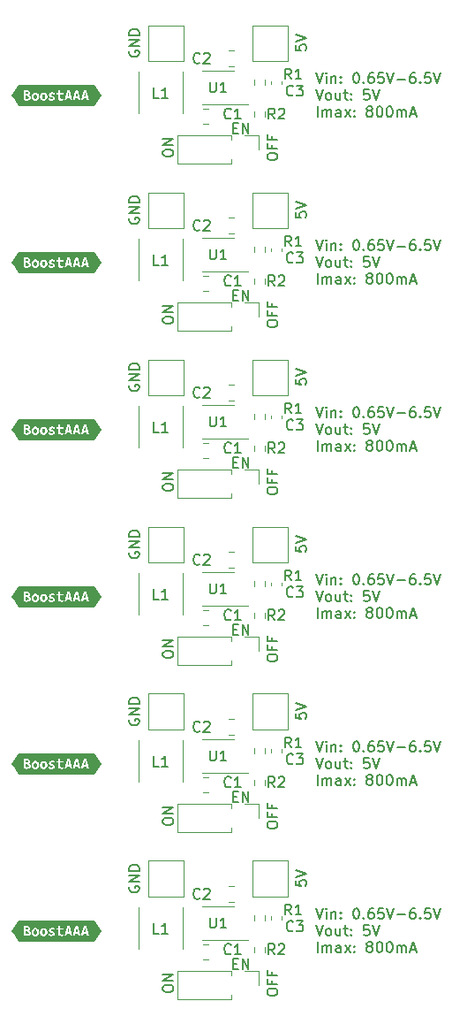
<source format=gto>
G04 #@! TF.GenerationSoftware,KiCad,Pcbnew,6.0.4-6f826c9f35~116~ubuntu20.04.1*
G04 #@! TF.CreationDate,2022-05-04T20:07:54+01:00*
G04 #@! TF.ProjectId,boostAAA-panel,626f6f73-7441-4414-912d-70616e656c2e,rev?*
G04 #@! TF.SameCoordinates,Original*
G04 #@! TF.FileFunction,Legend,Top*
G04 #@! TF.FilePolarity,Positive*
%FSLAX46Y46*%
G04 Gerber Fmt 4.6, Leading zero omitted, Abs format (unit mm)*
G04 Created by KiCad (PCBNEW 6.0.4-6f826c9f35~116~ubuntu20.04.1) date 2022-05-04 20:07:54*
%MOMM*%
%LPD*%
G01*
G04 APERTURE LIST*
%ADD10C,0.150000*%
%ADD11C,0.120000*%
G04 APERTURE END LIST*
D10*
X59391184Y-19842380D02*
X59724517Y-20842380D01*
X60057850Y-19842380D01*
X60391184Y-20842380D02*
X60391184Y-20175714D01*
X60391184Y-19842380D02*
X60343565Y-19890000D01*
X60391184Y-19937619D01*
X60438803Y-19890000D01*
X60391184Y-19842380D01*
X60391184Y-19937619D01*
X60867374Y-20175714D02*
X60867374Y-20842380D01*
X60867374Y-20270952D02*
X60914993Y-20223333D01*
X61010231Y-20175714D01*
X61153088Y-20175714D01*
X61248326Y-20223333D01*
X61295946Y-20318571D01*
X61295946Y-20842380D01*
X61772136Y-20747142D02*
X61819755Y-20794761D01*
X61772136Y-20842380D01*
X61724517Y-20794761D01*
X61772136Y-20747142D01*
X61772136Y-20842380D01*
X61772136Y-20223333D02*
X61819755Y-20270952D01*
X61772136Y-20318571D01*
X61724517Y-20270952D01*
X61772136Y-20223333D01*
X61772136Y-20318571D01*
X63200707Y-19842380D02*
X63295946Y-19842380D01*
X63391184Y-19890000D01*
X63438803Y-19937619D01*
X63486422Y-20032857D01*
X63534041Y-20223333D01*
X63534041Y-20461428D01*
X63486422Y-20651904D01*
X63438803Y-20747142D01*
X63391184Y-20794761D01*
X63295946Y-20842380D01*
X63200707Y-20842380D01*
X63105469Y-20794761D01*
X63057850Y-20747142D01*
X63010231Y-20651904D01*
X62962612Y-20461428D01*
X62962612Y-20223333D01*
X63010231Y-20032857D01*
X63057850Y-19937619D01*
X63105469Y-19890000D01*
X63200707Y-19842380D01*
X63962612Y-20747142D02*
X64010231Y-20794761D01*
X63962612Y-20842380D01*
X63914993Y-20794761D01*
X63962612Y-20747142D01*
X63962612Y-20842380D01*
X64867374Y-19842380D02*
X64676898Y-19842380D01*
X64581660Y-19890000D01*
X64534041Y-19937619D01*
X64438803Y-20080476D01*
X64391184Y-20270952D01*
X64391184Y-20651904D01*
X64438803Y-20747142D01*
X64486422Y-20794761D01*
X64581660Y-20842380D01*
X64772136Y-20842380D01*
X64867374Y-20794761D01*
X64914993Y-20747142D01*
X64962612Y-20651904D01*
X64962612Y-20413809D01*
X64914993Y-20318571D01*
X64867374Y-20270952D01*
X64772136Y-20223333D01*
X64581660Y-20223333D01*
X64486422Y-20270952D01*
X64438803Y-20318571D01*
X64391184Y-20413809D01*
X65867374Y-19842380D02*
X65391184Y-19842380D01*
X65343565Y-20318571D01*
X65391184Y-20270952D01*
X65486422Y-20223333D01*
X65724517Y-20223333D01*
X65819755Y-20270952D01*
X65867374Y-20318571D01*
X65914993Y-20413809D01*
X65914993Y-20651904D01*
X65867374Y-20747142D01*
X65819755Y-20794761D01*
X65724517Y-20842380D01*
X65486422Y-20842380D01*
X65391184Y-20794761D01*
X65343565Y-20747142D01*
X66200707Y-19842380D02*
X66534041Y-20842380D01*
X66867374Y-19842380D01*
X67200707Y-20461428D02*
X67962612Y-20461428D01*
X68867374Y-19842380D02*
X68676898Y-19842380D01*
X68581660Y-19890000D01*
X68534041Y-19937619D01*
X68438803Y-20080476D01*
X68391184Y-20270952D01*
X68391184Y-20651904D01*
X68438803Y-20747142D01*
X68486422Y-20794761D01*
X68581660Y-20842380D01*
X68772136Y-20842380D01*
X68867374Y-20794761D01*
X68914993Y-20747142D01*
X68962612Y-20651904D01*
X68962612Y-20413809D01*
X68914993Y-20318571D01*
X68867374Y-20270952D01*
X68772136Y-20223333D01*
X68581660Y-20223333D01*
X68486422Y-20270952D01*
X68438803Y-20318571D01*
X68391184Y-20413809D01*
X69391184Y-20747142D02*
X69438803Y-20794761D01*
X69391184Y-20842380D01*
X69343565Y-20794761D01*
X69391184Y-20747142D01*
X69391184Y-20842380D01*
X70343565Y-19842380D02*
X69867374Y-19842380D01*
X69819755Y-20318571D01*
X69867374Y-20270952D01*
X69962612Y-20223333D01*
X70200707Y-20223333D01*
X70295946Y-20270952D01*
X70343565Y-20318571D01*
X70391184Y-20413809D01*
X70391184Y-20651904D01*
X70343565Y-20747142D01*
X70295946Y-20794761D01*
X70200707Y-20842380D01*
X69962612Y-20842380D01*
X69867374Y-20794761D01*
X69819755Y-20747142D01*
X70676898Y-19842380D02*
X71010231Y-20842380D01*
X71343565Y-19842380D01*
X59391184Y-21452380D02*
X59724517Y-22452380D01*
X60057850Y-21452380D01*
X60534041Y-22452380D02*
X60438803Y-22404761D01*
X60391184Y-22357142D01*
X60343565Y-22261904D01*
X60343565Y-21976190D01*
X60391184Y-21880952D01*
X60438803Y-21833333D01*
X60534041Y-21785714D01*
X60676898Y-21785714D01*
X60772136Y-21833333D01*
X60819755Y-21880952D01*
X60867374Y-21976190D01*
X60867374Y-22261904D01*
X60819755Y-22357142D01*
X60772136Y-22404761D01*
X60676898Y-22452380D01*
X60534041Y-22452380D01*
X61724517Y-21785714D02*
X61724517Y-22452380D01*
X61295946Y-21785714D02*
X61295946Y-22309523D01*
X61343565Y-22404761D01*
X61438803Y-22452380D01*
X61581660Y-22452380D01*
X61676898Y-22404761D01*
X61724517Y-22357142D01*
X62057850Y-21785714D02*
X62438803Y-21785714D01*
X62200707Y-21452380D02*
X62200707Y-22309523D01*
X62248326Y-22404761D01*
X62343565Y-22452380D01*
X62438803Y-22452380D01*
X62772136Y-22357142D02*
X62819755Y-22404761D01*
X62772136Y-22452380D01*
X62724517Y-22404761D01*
X62772136Y-22357142D01*
X62772136Y-22452380D01*
X62772136Y-21833333D02*
X62819755Y-21880952D01*
X62772136Y-21928571D01*
X62724517Y-21880952D01*
X62772136Y-21833333D01*
X62772136Y-21928571D01*
X64486422Y-21452380D02*
X64010231Y-21452380D01*
X63962612Y-21928571D01*
X64010231Y-21880952D01*
X64105469Y-21833333D01*
X64343565Y-21833333D01*
X64438803Y-21880952D01*
X64486422Y-21928571D01*
X64534041Y-22023809D01*
X64534041Y-22261904D01*
X64486422Y-22357142D01*
X64438803Y-22404761D01*
X64343565Y-22452380D01*
X64105469Y-22452380D01*
X64010231Y-22404761D01*
X63962612Y-22357142D01*
X64819755Y-21452380D02*
X65153088Y-22452380D01*
X65486422Y-21452380D01*
X59534041Y-24062380D02*
X59534041Y-23062380D01*
X60010231Y-24062380D02*
X60010231Y-23395714D01*
X60010231Y-23490952D02*
X60057850Y-23443333D01*
X60153088Y-23395714D01*
X60295946Y-23395714D01*
X60391184Y-23443333D01*
X60438803Y-23538571D01*
X60438803Y-24062380D01*
X60438803Y-23538571D02*
X60486422Y-23443333D01*
X60581660Y-23395714D01*
X60724517Y-23395714D01*
X60819755Y-23443333D01*
X60867374Y-23538571D01*
X60867374Y-24062380D01*
X61772136Y-24062380D02*
X61772136Y-23538571D01*
X61724517Y-23443333D01*
X61629279Y-23395714D01*
X61438803Y-23395714D01*
X61343565Y-23443333D01*
X61772136Y-24014761D02*
X61676898Y-24062380D01*
X61438803Y-24062380D01*
X61343565Y-24014761D01*
X61295946Y-23919523D01*
X61295946Y-23824285D01*
X61343565Y-23729047D01*
X61438803Y-23681428D01*
X61676898Y-23681428D01*
X61772136Y-23633809D01*
X62153088Y-24062380D02*
X62676898Y-23395714D01*
X62153088Y-23395714D02*
X62676898Y-24062380D01*
X63057850Y-23967142D02*
X63105469Y-24014761D01*
X63057850Y-24062380D01*
X63010231Y-24014761D01*
X63057850Y-23967142D01*
X63057850Y-24062380D01*
X63057850Y-23443333D02*
X63105469Y-23490952D01*
X63057850Y-23538571D01*
X63010231Y-23490952D01*
X63057850Y-23443333D01*
X63057850Y-23538571D01*
X64438803Y-23490952D02*
X64343565Y-23443333D01*
X64295946Y-23395714D01*
X64248326Y-23300476D01*
X64248326Y-23252857D01*
X64295946Y-23157619D01*
X64343565Y-23110000D01*
X64438803Y-23062380D01*
X64629279Y-23062380D01*
X64724517Y-23110000D01*
X64772136Y-23157619D01*
X64819755Y-23252857D01*
X64819755Y-23300476D01*
X64772136Y-23395714D01*
X64724517Y-23443333D01*
X64629279Y-23490952D01*
X64438803Y-23490952D01*
X64343565Y-23538571D01*
X64295946Y-23586190D01*
X64248326Y-23681428D01*
X64248326Y-23871904D01*
X64295946Y-23967142D01*
X64343565Y-24014761D01*
X64438803Y-24062380D01*
X64629279Y-24062380D01*
X64724517Y-24014761D01*
X64772136Y-23967142D01*
X64819755Y-23871904D01*
X64819755Y-23681428D01*
X64772136Y-23586190D01*
X64724517Y-23538571D01*
X64629279Y-23490952D01*
X65438803Y-23062380D02*
X65534041Y-23062380D01*
X65629279Y-23110000D01*
X65676898Y-23157619D01*
X65724517Y-23252857D01*
X65772136Y-23443333D01*
X65772136Y-23681428D01*
X65724517Y-23871904D01*
X65676898Y-23967142D01*
X65629279Y-24014761D01*
X65534041Y-24062380D01*
X65438803Y-24062380D01*
X65343565Y-24014761D01*
X65295946Y-23967142D01*
X65248326Y-23871904D01*
X65200707Y-23681428D01*
X65200707Y-23443333D01*
X65248326Y-23252857D01*
X65295946Y-23157619D01*
X65343565Y-23110000D01*
X65438803Y-23062380D01*
X66391184Y-23062380D02*
X66486422Y-23062380D01*
X66581660Y-23110000D01*
X66629279Y-23157619D01*
X66676898Y-23252857D01*
X66724517Y-23443333D01*
X66724517Y-23681428D01*
X66676898Y-23871904D01*
X66629279Y-23967142D01*
X66581660Y-24014761D01*
X66486422Y-24062380D01*
X66391184Y-24062380D01*
X66295946Y-24014761D01*
X66248326Y-23967142D01*
X66200707Y-23871904D01*
X66153088Y-23681428D01*
X66153088Y-23443333D01*
X66200707Y-23252857D01*
X66248326Y-23157619D01*
X66295946Y-23110000D01*
X66391184Y-23062380D01*
X67153088Y-24062380D02*
X67153088Y-23395714D01*
X67153088Y-23490952D02*
X67200707Y-23443333D01*
X67295946Y-23395714D01*
X67438803Y-23395714D01*
X67534041Y-23443333D01*
X67581660Y-23538571D01*
X67581660Y-24062380D01*
X67581660Y-23538571D02*
X67629279Y-23443333D01*
X67724517Y-23395714D01*
X67867374Y-23395714D01*
X67962612Y-23443333D01*
X68010231Y-23538571D01*
X68010231Y-24062380D01*
X68438803Y-23776666D02*
X68914993Y-23776666D01*
X68343565Y-24062380D02*
X68676898Y-23062380D01*
X69010231Y-24062380D01*
X59391184Y-35842380D02*
X59724517Y-36842380D01*
X60057850Y-35842380D01*
X60391184Y-36842380D02*
X60391184Y-36175714D01*
X60391184Y-35842380D02*
X60343565Y-35890000D01*
X60391184Y-35937619D01*
X60438803Y-35890000D01*
X60391184Y-35842380D01*
X60391184Y-35937619D01*
X60867374Y-36175714D02*
X60867374Y-36842380D01*
X60867374Y-36270952D02*
X60914993Y-36223333D01*
X61010231Y-36175714D01*
X61153088Y-36175714D01*
X61248326Y-36223333D01*
X61295946Y-36318571D01*
X61295946Y-36842380D01*
X61772136Y-36747142D02*
X61819755Y-36794761D01*
X61772136Y-36842380D01*
X61724517Y-36794761D01*
X61772136Y-36747142D01*
X61772136Y-36842380D01*
X61772136Y-36223333D02*
X61819755Y-36270952D01*
X61772136Y-36318571D01*
X61724517Y-36270952D01*
X61772136Y-36223333D01*
X61772136Y-36318571D01*
X63200707Y-35842380D02*
X63295946Y-35842380D01*
X63391184Y-35890000D01*
X63438803Y-35937619D01*
X63486422Y-36032857D01*
X63534041Y-36223333D01*
X63534041Y-36461428D01*
X63486422Y-36651904D01*
X63438803Y-36747142D01*
X63391184Y-36794761D01*
X63295946Y-36842380D01*
X63200707Y-36842380D01*
X63105469Y-36794761D01*
X63057850Y-36747142D01*
X63010231Y-36651904D01*
X62962612Y-36461428D01*
X62962612Y-36223333D01*
X63010231Y-36032857D01*
X63057850Y-35937619D01*
X63105469Y-35890000D01*
X63200707Y-35842380D01*
X63962612Y-36747142D02*
X64010231Y-36794761D01*
X63962612Y-36842380D01*
X63914993Y-36794761D01*
X63962612Y-36747142D01*
X63962612Y-36842380D01*
X64867374Y-35842380D02*
X64676898Y-35842380D01*
X64581660Y-35890000D01*
X64534041Y-35937619D01*
X64438803Y-36080476D01*
X64391184Y-36270952D01*
X64391184Y-36651904D01*
X64438803Y-36747142D01*
X64486422Y-36794761D01*
X64581660Y-36842380D01*
X64772136Y-36842380D01*
X64867374Y-36794761D01*
X64914993Y-36747142D01*
X64962612Y-36651904D01*
X64962612Y-36413809D01*
X64914993Y-36318571D01*
X64867374Y-36270952D01*
X64772136Y-36223333D01*
X64581660Y-36223333D01*
X64486422Y-36270952D01*
X64438803Y-36318571D01*
X64391184Y-36413809D01*
X65867374Y-35842380D02*
X65391184Y-35842380D01*
X65343565Y-36318571D01*
X65391184Y-36270952D01*
X65486422Y-36223333D01*
X65724517Y-36223333D01*
X65819755Y-36270952D01*
X65867374Y-36318571D01*
X65914993Y-36413809D01*
X65914993Y-36651904D01*
X65867374Y-36747142D01*
X65819755Y-36794761D01*
X65724517Y-36842380D01*
X65486422Y-36842380D01*
X65391184Y-36794761D01*
X65343565Y-36747142D01*
X66200707Y-35842380D02*
X66534041Y-36842380D01*
X66867374Y-35842380D01*
X67200707Y-36461428D02*
X67962612Y-36461428D01*
X68867374Y-35842380D02*
X68676898Y-35842380D01*
X68581660Y-35890000D01*
X68534041Y-35937619D01*
X68438803Y-36080476D01*
X68391184Y-36270952D01*
X68391184Y-36651904D01*
X68438803Y-36747142D01*
X68486422Y-36794761D01*
X68581660Y-36842380D01*
X68772136Y-36842380D01*
X68867374Y-36794761D01*
X68914993Y-36747142D01*
X68962612Y-36651904D01*
X68962612Y-36413809D01*
X68914993Y-36318571D01*
X68867374Y-36270952D01*
X68772136Y-36223333D01*
X68581660Y-36223333D01*
X68486422Y-36270952D01*
X68438803Y-36318571D01*
X68391184Y-36413809D01*
X69391184Y-36747142D02*
X69438803Y-36794761D01*
X69391184Y-36842380D01*
X69343565Y-36794761D01*
X69391184Y-36747142D01*
X69391184Y-36842380D01*
X70343565Y-35842380D02*
X69867374Y-35842380D01*
X69819755Y-36318571D01*
X69867374Y-36270952D01*
X69962612Y-36223333D01*
X70200707Y-36223333D01*
X70295946Y-36270952D01*
X70343565Y-36318571D01*
X70391184Y-36413809D01*
X70391184Y-36651904D01*
X70343565Y-36747142D01*
X70295946Y-36794761D01*
X70200707Y-36842380D01*
X69962612Y-36842380D01*
X69867374Y-36794761D01*
X69819755Y-36747142D01*
X70676898Y-35842380D02*
X71010231Y-36842380D01*
X71343565Y-35842380D01*
X59391184Y-37452380D02*
X59724517Y-38452380D01*
X60057850Y-37452380D01*
X60534041Y-38452380D02*
X60438803Y-38404761D01*
X60391184Y-38357142D01*
X60343565Y-38261904D01*
X60343565Y-37976190D01*
X60391184Y-37880952D01*
X60438803Y-37833333D01*
X60534041Y-37785714D01*
X60676898Y-37785714D01*
X60772136Y-37833333D01*
X60819755Y-37880952D01*
X60867374Y-37976190D01*
X60867374Y-38261904D01*
X60819755Y-38357142D01*
X60772136Y-38404761D01*
X60676898Y-38452380D01*
X60534041Y-38452380D01*
X61724517Y-37785714D02*
X61724517Y-38452380D01*
X61295946Y-37785714D02*
X61295946Y-38309523D01*
X61343565Y-38404761D01*
X61438803Y-38452380D01*
X61581660Y-38452380D01*
X61676898Y-38404761D01*
X61724517Y-38357142D01*
X62057850Y-37785714D02*
X62438803Y-37785714D01*
X62200707Y-37452380D02*
X62200707Y-38309523D01*
X62248326Y-38404761D01*
X62343565Y-38452380D01*
X62438803Y-38452380D01*
X62772136Y-38357142D02*
X62819755Y-38404761D01*
X62772136Y-38452380D01*
X62724517Y-38404761D01*
X62772136Y-38357142D01*
X62772136Y-38452380D01*
X62772136Y-37833333D02*
X62819755Y-37880952D01*
X62772136Y-37928571D01*
X62724517Y-37880952D01*
X62772136Y-37833333D01*
X62772136Y-37928571D01*
X64486422Y-37452380D02*
X64010231Y-37452380D01*
X63962612Y-37928571D01*
X64010231Y-37880952D01*
X64105469Y-37833333D01*
X64343565Y-37833333D01*
X64438803Y-37880952D01*
X64486422Y-37928571D01*
X64534041Y-38023809D01*
X64534041Y-38261904D01*
X64486422Y-38357142D01*
X64438803Y-38404761D01*
X64343565Y-38452380D01*
X64105469Y-38452380D01*
X64010231Y-38404761D01*
X63962612Y-38357142D01*
X64819755Y-37452380D02*
X65153088Y-38452380D01*
X65486422Y-37452380D01*
X59534041Y-40062380D02*
X59534041Y-39062380D01*
X60010231Y-40062380D02*
X60010231Y-39395714D01*
X60010231Y-39490952D02*
X60057850Y-39443333D01*
X60153088Y-39395714D01*
X60295946Y-39395714D01*
X60391184Y-39443333D01*
X60438803Y-39538571D01*
X60438803Y-40062380D01*
X60438803Y-39538571D02*
X60486422Y-39443333D01*
X60581660Y-39395714D01*
X60724517Y-39395714D01*
X60819755Y-39443333D01*
X60867374Y-39538571D01*
X60867374Y-40062380D01*
X61772136Y-40062380D02*
X61772136Y-39538571D01*
X61724517Y-39443333D01*
X61629279Y-39395714D01*
X61438803Y-39395714D01*
X61343565Y-39443333D01*
X61772136Y-40014761D02*
X61676898Y-40062380D01*
X61438803Y-40062380D01*
X61343565Y-40014761D01*
X61295946Y-39919523D01*
X61295946Y-39824285D01*
X61343565Y-39729047D01*
X61438803Y-39681428D01*
X61676898Y-39681428D01*
X61772136Y-39633809D01*
X62153088Y-40062380D02*
X62676898Y-39395714D01*
X62153088Y-39395714D02*
X62676898Y-40062380D01*
X63057850Y-39967142D02*
X63105469Y-40014761D01*
X63057850Y-40062380D01*
X63010231Y-40014761D01*
X63057850Y-39967142D01*
X63057850Y-40062380D01*
X63057850Y-39443333D02*
X63105469Y-39490952D01*
X63057850Y-39538571D01*
X63010231Y-39490952D01*
X63057850Y-39443333D01*
X63057850Y-39538571D01*
X64438803Y-39490952D02*
X64343565Y-39443333D01*
X64295946Y-39395714D01*
X64248326Y-39300476D01*
X64248326Y-39252857D01*
X64295946Y-39157619D01*
X64343565Y-39110000D01*
X64438803Y-39062380D01*
X64629279Y-39062380D01*
X64724517Y-39110000D01*
X64772136Y-39157619D01*
X64819755Y-39252857D01*
X64819755Y-39300476D01*
X64772136Y-39395714D01*
X64724517Y-39443333D01*
X64629279Y-39490952D01*
X64438803Y-39490952D01*
X64343565Y-39538571D01*
X64295946Y-39586190D01*
X64248326Y-39681428D01*
X64248326Y-39871904D01*
X64295946Y-39967142D01*
X64343565Y-40014761D01*
X64438803Y-40062380D01*
X64629279Y-40062380D01*
X64724517Y-40014761D01*
X64772136Y-39967142D01*
X64819755Y-39871904D01*
X64819755Y-39681428D01*
X64772136Y-39586190D01*
X64724517Y-39538571D01*
X64629279Y-39490952D01*
X65438803Y-39062380D02*
X65534041Y-39062380D01*
X65629279Y-39110000D01*
X65676898Y-39157619D01*
X65724517Y-39252857D01*
X65772136Y-39443333D01*
X65772136Y-39681428D01*
X65724517Y-39871904D01*
X65676898Y-39967142D01*
X65629279Y-40014761D01*
X65534041Y-40062380D01*
X65438803Y-40062380D01*
X65343565Y-40014761D01*
X65295946Y-39967142D01*
X65248326Y-39871904D01*
X65200707Y-39681428D01*
X65200707Y-39443333D01*
X65248326Y-39252857D01*
X65295946Y-39157619D01*
X65343565Y-39110000D01*
X65438803Y-39062380D01*
X66391184Y-39062380D02*
X66486422Y-39062380D01*
X66581660Y-39110000D01*
X66629279Y-39157619D01*
X66676898Y-39252857D01*
X66724517Y-39443333D01*
X66724517Y-39681428D01*
X66676898Y-39871904D01*
X66629279Y-39967142D01*
X66581660Y-40014761D01*
X66486422Y-40062380D01*
X66391184Y-40062380D01*
X66295946Y-40014761D01*
X66248326Y-39967142D01*
X66200707Y-39871904D01*
X66153088Y-39681428D01*
X66153088Y-39443333D01*
X66200707Y-39252857D01*
X66248326Y-39157619D01*
X66295946Y-39110000D01*
X66391184Y-39062380D01*
X67153088Y-40062380D02*
X67153088Y-39395714D01*
X67153088Y-39490952D02*
X67200707Y-39443333D01*
X67295946Y-39395714D01*
X67438803Y-39395714D01*
X67534041Y-39443333D01*
X67581660Y-39538571D01*
X67581660Y-40062380D01*
X67581660Y-39538571D02*
X67629279Y-39443333D01*
X67724517Y-39395714D01*
X67867374Y-39395714D01*
X67962612Y-39443333D01*
X68010231Y-39538571D01*
X68010231Y-40062380D01*
X68438803Y-39776666D02*
X68914993Y-39776666D01*
X68343565Y-40062380D02*
X68676898Y-39062380D01*
X69010231Y-40062380D01*
X59391184Y-51842380D02*
X59724517Y-52842380D01*
X60057850Y-51842380D01*
X60391184Y-52842380D02*
X60391184Y-52175714D01*
X60391184Y-51842380D02*
X60343565Y-51890000D01*
X60391184Y-51937619D01*
X60438803Y-51890000D01*
X60391184Y-51842380D01*
X60391184Y-51937619D01*
X60867374Y-52175714D02*
X60867374Y-52842380D01*
X60867374Y-52270952D02*
X60914993Y-52223333D01*
X61010231Y-52175714D01*
X61153088Y-52175714D01*
X61248326Y-52223333D01*
X61295946Y-52318571D01*
X61295946Y-52842380D01*
X61772136Y-52747142D02*
X61819755Y-52794761D01*
X61772136Y-52842380D01*
X61724517Y-52794761D01*
X61772136Y-52747142D01*
X61772136Y-52842380D01*
X61772136Y-52223333D02*
X61819755Y-52270952D01*
X61772136Y-52318571D01*
X61724517Y-52270952D01*
X61772136Y-52223333D01*
X61772136Y-52318571D01*
X63200707Y-51842380D02*
X63295946Y-51842380D01*
X63391184Y-51890000D01*
X63438803Y-51937619D01*
X63486422Y-52032857D01*
X63534041Y-52223333D01*
X63534041Y-52461428D01*
X63486422Y-52651904D01*
X63438803Y-52747142D01*
X63391184Y-52794761D01*
X63295946Y-52842380D01*
X63200707Y-52842380D01*
X63105469Y-52794761D01*
X63057850Y-52747142D01*
X63010231Y-52651904D01*
X62962612Y-52461428D01*
X62962612Y-52223333D01*
X63010231Y-52032857D01*
X63057850Y-51937619D01*
X63105469Y-51890000D01*
X63200707Y-51842380D01*
X63962612Y-52747142D02*
X64010231Y-52794761D01*
X63962612Y-52842380D01*
X63914993Y-52794761D01*
X63962612Y-52747142D01*
X63962612Y-52842380D01*
X64867374Y-51842380D02*
X64676898Y-51842380D01*
X64581660Y-51890000D01*
X64534041Y-51937619D01*
X64438803Y-52080476D01*
X64391184Y-52270952D01*
X64391184Y-52651904D01*
X64438803Y-52747142D01*
X64486422Y-52794761D01*
X64581660Y-52842380D01*
X64772136Y-52842380D01*
X64867374Y-52794761D01*
X64914993Y-52747142D01*
X64962612Y-52651904D01*
X64962612Y-52413809D01*
X64914993Y-52318571D01*
X64867374Y-52270952D01*
X64772136Y-52223333D01*
X64581660Y-52223333D01*
X64486422Y-52270952D01*
X64438803Y-52318571D01*
X64391184Y-52413809D01*
X65867374Y-51842380D02*
X65391184Y-51842380D01*
X65343565Y-52318571D01*
X65391184Y-52270952D01*
X65486422Y-52223333D01*
X65724517Y-52223333D01*
X65819755Y-52270952D01*
X65867374Y-52318571D01*
X65914993Y-52413809D01*
X65914993Y-52651904D01*
X65867374Y-52747142D01*
X65819755Y-52794761D01*
X65724517Y-52842380D01*
X65486422Y-52842380D01*
X65391184Y-52794761D01*
X65343565Y-52747142D01*
X66200707Y-51842380D02*
X66534041Y-52842380D01*
X66867374Y-51842380D01*
X67200707Y-52461428D02*
X67962612Y-52461428D01*
X68867374Y-51842380D02*
X68676898Y-51842380D01*
X68581660Y-51890000D01*
X68534041Y-51937619D01*
X68438803Y-52080476D01*
X68391184Y-52270952D01*
X68391184Y-52651904D01*
X68438803Y-52747142D01*
X68486422Y-52794761D01*
X68581660Y-52842380D01*
X68772136Y-52842380D01*
X68867374Y-52794761D01*
X68914993Y-52747142D01*
X68962612Y-52651904D01*
X68962612Y-52413809D01*
X68914993Y-52318571D01*
X68867374Y-52270952D01*
X68772136Y-52223333D01*
X68581660Y-52223333D01*
X68486422Y-52270952D01*
X68438803Y-52318571D01*
X68391184Y-52413809D01*
X69391184Y-52747142D02*
X69438803Y-52794761D01*
X69391184Y-52842380D01*
X69343565Y-52794761D01*
X69391184Y-52747142D01*
X69391184Y-52842380D01*
X70343565Y-51842380D02*
X69867374Y-51842380D01*
X69819755Y-52318571D01*
X69867374Y-52270952D01*
X69962612Y-52223333D01*
X70200707Y-52223333D01*
X70295946Y-52270952D01*
X70343565Y-52318571D01*
X70391184Y-52413809D01*
X70391184Y-52651904D01*
X70343565Y-52747142D01*
X70295946Y-52794761D01*
X70200707Y-52842380D01*
X69962612Y-52842380D01*
X69867374Y-52794761D01*
X69819755Y-52747142D01*
X70676898Y-51842380D02*
X71010231Y-52842380D01*
X71343565Y-51842380D01*
X59391184Y-53452380D02*
X59724517Y-54452380D01*
X60057850Y-53452380D01*
X60534041Y-54452380D02*
X60438803Y-54404761D01*
X60391184Y-54357142D01*
X60343565Y-54261904D01*
X60343565Y-53976190D01*
X60391184Y-53880952D01*
X60438803Y-53833333D01*
X60534041Y-53785714D01*
X60676898Y-53785714D01*
X60772136Y-53833333D01*
X60819755Y-53880952D01*
X60867374Y-53976190D01*
X60867374Y-54261904D01*
X60819755Y-54357142D01*
X60772136Y-54404761D01*
X60676898Y-54452380D01*
X60534041Y-54452380D01*
X61724517Y-53785714D02*
X61724517Y-54452380D01*
X61295946Y-53785714D02*
X61295946Y-54309523D01*
X61343565Y-54404761D01*
X61438803Y-54452380D01*
X61581660Y-54452380D01*
X61676898Y-54404761D01*
X61724517Y-54357142D01*
X62057850Y-53785714D02*
X62438803Y-53785714D01*
X62200707Y-53452380D02*
X62200707Y-54309523D01*
X62248326Y-54404761D01*
X62343565Y-54452380D01*
X62438803Y-54452380D01*
X62772136Y-54357142D02*
X62819755Y-54404761D01*
X62772136Y-54452380D01*
X62724517Y-54404761D01*
X62772136Y-54357142D01*
X62772136Y-54452380D01*
X62772136Y-53833333D02*
X62819755Y-53880952D01*
X62772136Y-53928571D01*
X62724517Y-53880952D01*
X62772136Y-53833333D01*
X62772136Y-53928571D01*
X64486422Y-53452380D02*
X64010231Y-53452380D01*
X63962612Y-53928571D01*
X64010231Y-53880952D01*
X64105469Y-53833333D01*
X64343565Y-53833333D01*
X64438803Y-53880952D01*
X64486422Y-53928571D01*
X64534041Y-54023809D01*
X64534041Y-54261904D01*
X64486422Y-54357142D01*
X64438803Y-54404761D01*
X64343565Y-54452380D01*
X64105469Y-54452380D01*
X64010231Y-54404761D01*
X63962612Y-54357142D01*
X64819755Y-53452380D02*
X65153088Y-54452380D01*
X65486422Y-53452380D01*
X59534041Y-56062380D02*
X59534041Y-55062380D01*
X60010231Y-56062380D02*
X60010231Y-55395714D01*
X60010231Y-55490952D02*
X60057850Y-55443333D01*
X60153088Y-55395714D01*
X60295946Y-55395714D01*
X60391184Y-55443333D01*
X60438803Y-55538571D01*
X60438803Y-56062380D01*
X60438803Y-55538571D02*
X60486422Y-55443333D01*
X60581660Y-55395714D01*
X60724517Y-55395714D01*
X60819755Y-55443333D01*
X60867374Y-55538571D01*
X60867374Y-56062380D01*
X61772136Y-56062380D02*
X61772136Y-55538571D01*
X61724517Y-55443333D01*
X61629279Y-55395714D01*
X61438803Y-55395714D01*
X61343565Y-55443333D01*
X61772136Y-56014761D02*
X61676898Y-56062380D01*
X61438803Y-56062380D01*
X61343565Y-56014761D01*
X61295946Y-55919523D01*
X61295946Y-55824285D01*
X61343565Y-55729047D01*
X61438803Y-55681428D01*
X61676898Y-55681428D01*
X61772136Y-55633809D01*
X62153088Y-56062380D02*
X62676898Y-55395714D01*
X62153088Y-55395714D02*
X62676898Y-56062380D01*
X63057850Y-55967142D02*
X63105469Y-56014761D01*
X63057850Y-56062380D01*
X63010231Y-56014761D01*
X63057850Y-55967142D01*
X63057850Y-56062380D01*
X63057850Y-55443333D02*
X63105469Y-55490952D01*
X63057850Y-55538571D01*
X63010231Y-55490952D01*
X63057850Y-55443333D01*
X63057850Y-55538571D01*
X64438803Y-55490952D02*
X64343565Y-55443333D01*
X64295946Y-55395714D01*
X64248326Y-55300476D01*
X64248326Y-55252857D01*
X64295946Y-55157619D01*
X64343565Y-55110000D01*
X64438803Y-55062380D01*
X64629279Y-55062380D01*
X64724517Y-55110000D01*
X64772136Y-55157619D01*
X64819755Y-55252857D01*
X64819755Y-55300476D01*
X64772136Y-55395714D01*
X64724517Y-55443333D01*
X64629279Y-55490952D01*
X64438803Y-55490952D01*
X64343565Y-55538571D01*
X64295946Y-55586190D01*
X64248326Y-55681428D01*
X64248326Y-55871904D01*
X64295946Y-55967142D01*
X64343565Y-56014761D01*
X64438803Y-56062380D01*
X64629279Y-56062380D01*
X64724517Y-56014761D01*
X64772136Y-55967142D01*
X64819755Y-55871904D01*
X64819755Y-55681428D01*
X64772136Y-55586190D01*
X64724517Y-55538571D01*
X64629279Y-55490952D01*
X65438803Y-55062380D02*
X65534041Y-55062380D01*
X65629279Y-55110000D01*
X65676898Y-55157619D01*
X65724517Y-55252857D01*
X65772136Y-55443333D01*
X65772136Y-55681428D01*
X65724517Y-55871904D01*
X65676898Y-55967142D01*
X65629279Y-56014761D01*
X65534041Y-56062380D01*
X65438803Y-56062380D01*
X65343565Y-56014761D01*
X65295946Y-55967142D01*
X65248326Y-55871904D01*
X65200707Y-55681428D01*
X65200707Y-55443333D01*
X65248326Y-55252857D01*
X65295946Y-55157619D01*
X65343565Y-55110000D01*
X65438803Y-55062380D01*
X66391184Y-55062380D02*
X66486422Y-55062380D01*
X66581660Y-55110000D01*
X66629279Y-55157619D01*
X66676898Y-55252857D01*
X66724517Y-55443333D01*
X66724517Y-55681428D01*
X66676898Y-55871904D01*
X66629279Y-55967142D01*
X66581660Y-56014761D01*
X66486422Y-56062380D01*
X66391184Y-56062380D01*
X66295946Y-56014761D01*
X66248326Y-55967142D01*
X66200707Y-55871904D01*
X66153088Y-55681428D01*
X66153088Y-55443333D01*
X66200707Y-55252857D01*
X66248326Y-55157619D01*
X66295946Y-55110000D01*
X66391184Y-55062380D01*
X67153088Y-56062380D02*
X67153088Y-55395714D01*
X67153088Y-55490952D02*
X67200707Y-55443333D01*
X67295946Y-55395714D01*
X67438803Y-55395714D01*
X67534041Y-55443333D01*
X67581660Y-55538571D01*
X67581660Y-56062380D01*
X67581660Y-55538571D02*
X67629279Y-55443333D01*
X67724517Y-55395714D01*
X67867374Y-55395714D01*
X67962612Y-55443333D01*
X68010231Y-55538571D01*
X68010231Y-56062380D01*
X68438803Y-55776666D02*
X68914993Y-55776666D01*
X68343565Y-56062380D02*
X68676898Y-55062380D01*
X69010231Y-56062380D01*
X59391184Y-67842380D02*
X59724517Y-68842380D01*
X60057850Y-67842380D01*
X60391184Y-68842380D02*
X60391184Y-68175714D01*
X60391184Y-67842380D02*
X60343565Y-67890000D01*
X60391184Y-67937619D01*
X60438803Y-67890000D01*
X60391184Y-67842380D01*
X60391184Y-67937619D01*
X60867374Y-68175714D02*
X60867374Y-68842380D01*
X60867374Y-68270952D02*
X60914993Y-68223333D01*
X61010231Y-68175714D01*
X61153088Y-68175714D01*
X61248326Y-68223333D01*
X61295946Y-68318571D01*
X61295946Y-68842380D01*
X61772136Y-68747142D02*
X61819755Y-68794761D01*
X61772136Y-68842380D01*
X61724517Y-68794761D01*
X61772136Y-68747142D01*
X61772136Y-68842380D01*
X61772136Y-68223333D02*
X61819755Y-68270952D01*
X61772136Y-68318571D01*
X61724517Y-68270952D01*
X61772136Y-68223333D01*
X61772136Y-68318571D01*
X63200707Y-67842380D02*
X63295946Y-67842380D01*
X63391184Y-67890000D01*
X63438803Y-67937619D01*
X63486422Y-68032857D01*
X63534041Y-68223333D01*
X63534041Y-68461428D01*
X63486422Y-68651904D01*
X63438803Y-68747142D01*
X63391184Y-68794761D01*
X63295946Y-68842380D01*
X63200707Y-68842380D01*
X63105469Y-68794761D01*
X63057850Y-68747142D01*
X63010231Y-68651904D01*
X62962612Y-68461428D01*
X62962612Y-68223333D01*
X63010231Y-68032857D01*
X63057850Y-67937619D01*
X63105469Y-67890000D01*
X63200707Y-67842380D01*
X63962612Y-68747142D02*
X64010231Y-68794761D01*
X63962612Y-68842380D01*
X63914993Y-68794761D01*
X63962612Y-68747142D01*
X63962612Y-68842380D01*
X64867374Y-67842380D02*
X64676898Y-67842380D01*
X64581660Y-67890000D01*
X64534041Y-67937619D01*
X64438803Y-68080476D01*
X64391184Y-68270952D01*
X64391184Y-68651904D01*
X64438803Y-68747142D01*
X64486422Y-68794761D01*
X64581660Y-68842380D01*
X64772136Y-68842380D01*
X64867374Y-68794761D01*
X64914993Y-68747142D01*
X64962612Y-68651904D01*
X64962612Y-68413809D01*
X64914993Y-68318571D01*
X64867374Y-68270952D01*
X64772136Y-68223333D01*
X64581660Y-68223333D01*
X64486422Y-68270952D01*
X64438803Y-68318571D01*
X64391184Y-68413809D01*
X65867374Y-67842380D02*
X65391184Y-67842380D01*
X65343565Y-68318571D01*
X65391184Y-68270952D01*
X65486422Y-68223333D01*
X65724517Y-68223333D01*
X65819755Y-68270952D01*
X65867374Y-68318571D01*
X65914993Y-68413809D01*
X65914993Y-68651904D01*
X65867374Y-68747142D01*
X65819755Y-68794761D01*
X65724517Y-68842380D01*
X65486422Y-68842380D01*
X65391184Y-68794761D01*
X65343565Y-68747142D01*
X66200707Y-67842380D02*
X66534041Y-68842380D01*
X66867374Y-67842380D01*
X67200707Y-68461428D02*
X67962612Y-68461428D01*
X68867374Y-67842380D02*
X68676898Y-67842380D01*
X68581660Y-67890000D01*
X68534041Y-67937619D01*
X68438803Y-68080476D01*
X68391184Y-68270952D01*
X68391184Y-68651904D01*
X68438803Y-68747142D01*
X68486422Y-68794761D01*
X68581660Y-68842380D01*
X68772136Y-68842380D01*
X68867374Y-68794761D01*
X68914993Y-68747142D01*
X68962612Y-68651904D01*
X68962612Y-68413809D01*
X68914993Y-68318571D01*
X68867374Y-68270952D01*
X68772136Y-68223333D01*
X68581660Y-68223333D01*
X68486422Y-68270952D01*
X68438803Y-68318571D01*
X68391184Y-68413809D01*
X69391184Y-68747142D02*
X69438803Y-68794761D01*
X69391184Y-68842380D01*
X69343565Y-68794761D01*
X69391184Y-68747142D01*
X69391184Y-68842380D01*
X70343565Y-67842380D02*
X69867374Y-67842380D01*
X69819755Y-68318571D01*
X69867374Y-68270952D01*
X69962612Y-68223333D01*
X70200707Y-68223333D01*
X70295946Y-68270952D01*
X70343565Y-68318571D01*
X70391184Y-68413809D01*
X70391184Y-68651904D01*
X70343565Y-68747142D01*
X70295946Y-68794761D01*
X70200707Y-68842380D01*
X69962612Y-68842380D01*
X69867374Y-68794761D01*
X69819755Y-68747142D01*
X70676898Y-67842380D02*
X71010231Y-68842380D01*
X71343565Y-67842380D01*
X59391184Y-69452380D02*
X59724517Y-70452380D01*
X60057850Y-69452380D01*
X60534041Y-70452380D02*
X60438803Y-70404761D01*
X60391184Y-70357142D01*
X60343565Y-70261904D01*
X60343565Y-69976190D01*
X60391184Y-69880952D01*
X60438803Y-69833333D01*
X60534041Y-69785714D01*
X60676898Y-69785714D01*
X60772136Y-69833333D01*
X60819755Y-69880952D01*
X60867374Y-69976190D01*
X60867374Y-70261904D01*
X60819755Y-70357142D01*
X60772136Y-70404761D01*
X60676898Y-70452380D01*
X60534041Y-70452380D01*
X61724517Y-69785714D02*
X61724517Y-70452380D01*
X61295946Y-69785714D02*
X61295946Y-70309523D01*
X61343565Y-70404761D01*
X61438803Y-70452380D01*
X61581660Y-70452380D01*
X61676898Y-70404761D01*
X61724517Y-70357142D01*
X62057850Y-69785714D02*
X62438803Y-69785714D01*
X62200707Y-69452380D02*
X62200707Y-70309523D01*
X62248326Y-70404761D01*
X62343565Y-70452380D01*
X62438803Y-70452380D01*
X62772136Y-70357142D02*
X62819755Y-70404761D01*
X62772136Y-70452380D01*
X62724517Y-70404761D01*
X62772136Y-70357142D01*
X62772136Y-70452380D01*
X62772136Y-69833333D02*
X62819755Y-69880952D01*
X62772136Y-69928571D01*
X62724517Y-69880952D01*
X62772136Y-69833333D01*
X62772136Y-69928571D01*
X64486422Y-69452380D02*
X64010231Y-69452380D01*
X63962612Y-69928571D01*
X64010231Y-69880952D01*
X64105469Y-69833333D01*
X64343565Y-69833333D01*
X64438803Y-69880952D01*
X64486422Y-69928571D01*
X64534041Y-70023809D01*
X64534041Y-70261904D01*
X64486422Y-70357142D01*
X64438803Y-70404761D01*
X64343565Y-70452380D01*
X64105469Y-70452380D01*
X64010231Y-70404761D01*
X63962612Y-70357142D01*
X64819755Y-69452380D02*
X65153088Y-70452380D01*
X65486422Y-69452380D01*
X59534041Y-72062380D02*
X59534041Y-71062380D01*
X60010231Y-72062380D02*
X60010231Y-71395714D01*
X60010231Y-71490952D02*
X60057850Y-71443333D01*
X60153088Y-71395714D01*
X60295946Y-71395714D01*
X60391184Y-71443333D01*
X60438803Y-71538571D01*
X60438803Y-72062380D01*
X60438803Y-71538571D02*
X60486422Y-71443333D01*
X60581660Y-71395714D01*
X60724517Y-71395714D01*
X60819755Y-71443333D01*
X60867374Y-71538571D01*
X60867374Y-72062380D01*
X61772136Y-72062380D02*
X61772136Y-71538571D01*
X61724517Y-71443333D01*
X61629279Y-71395714D01*
X61438803Y-71395714D01*
X61343565Y-71443333D01*
X61772136Y-72014761D02*
X61676898Y-72062380D01*
X61438803Y-72062380D01*
X61343565Y-72014761D01*
X61295946Y-71919523D01*
X61295946Y-71824285D01*
X61343565Y-71729047D01*
X61438803Y-71681428D01*
X61676898Y-71681428D01*
X61772136Y-71633809D01*
X62153088Y-72062380D02*
X62676898Y-71395714D01*
X62153088Y-71395714D02*
X62676898Y-72062380D01*
X63057850Y-71967142D02*
X63105469Y-72014761D01*
X63057850Y-72062380D01*
X63010231Y-72014761D01*
X63057850Y-71967142D01*
X63057850Y-72062380D01*
X63057850Y-71443333D02*
X63105469Y-71490952D01*
X63057850Y-71538571D01*
X63010231Y-71490952D01*
X63057850Y-71443333D01*
X63057850Y-71538571D01*
X64438803Y-71490952D02*
X64343565Y-71443333D01*
X64295946Y-71395714D01*
X64248326Y-71300476D01*
X64248326Y-71252857D01*
X64295946Y-71157619D01*
X64343565Y-71110000D01*
X64438803Y-71062380D01*
X64629279Y-71062380D01*
X64724517Y-71110000D01*
X64772136Y-71157619D01*
X64819755Y-71252857D01*
X64819755Y-71300476D01*
X64772136Y-71395714D01*
X64724517Y-71443333D01*
X64629279Y-71490952D01*
X64438803Y-71490952D01*
X64343565Y-71538571D01*
X64295946Y-71586190D01*
X64248326Y-71681428D01*
X64248326Y-71871904D01*
X64295946Y-71967142D01*
X64343565Y-72014761D01*
X64438803Y-72062380D01*
X64629279Y-72062380D01*
X64724517Y-72014761D01*
X64772136Y-71967142D01*
X64819755Y-71871904D01*
X64819755Y-71681428D01*
X64772136Y-71586190D01*
X64724517Y-71538571D01*
X64629279Y-71490952D01*
X65438803Y-71062380D02*
X65534041Y-71062380D01*
X65629279Y-71110000D01*
X65676898Y-71157619D01*
X65724517Y-71252857D01*
X65772136Y-71443333D01*
X65772136Y-71681428D01*
X65724517Y-71871904D01*
X65676898Y-71967142D01*
X65629279Y-72014761D01*
X65534041Y-72062380D01*
X65438803Y-72062380D01*
X65343565Y-72014761D01*
X65295946Y-71967142D01*
X65248326Y-71871904D01*
X65200707Y-71681428D01*
X65200707Y-71443333D01*
X65248326Y-71252857D01*
X65295946Y-71157619D01*
X65343565Y-71110000D01*
X65438803Y-71062380D01*
X66391184Y-71062380D02*
X66486422Y-71062380D01*
X66581660Y-71110000D01*
X66629279Y-71157619D01*
X66676898Y-71252857D01*
X66724517Y-71443333D01*
X66724517Y-71681428D01*
X66676898Y-71871904D01*
X66629279Y-71967142D01*
X66581660Y-72014761D01*
X66486422Y-72062380D01*
X66391184Y-72062380D01*
X66295946Y-72014761D01*
X66248326Y-71967142D01*
X66200707Y-71871904D01*
X66153088Y-71681428D01*
X66153088Y-71443333D01*
X66200707Y-71252857D01*
X66248326Y-71157619D01*
X66295946Y-71110000D01*
X66391184Y-71062380D01*
X67153088Y-72062380D02*
X67153088Y-71395714D01*
X67153088Y-71490952D02*
X67200707Y-71443333D01*
X67295946Y-71395714D01*
X67438803Y-71395714D01*
X67534041Y-71443333D01*
X67581660Y-71538571D01*
X67581660Y-72062380D01*
X67581660Y-71538571D02*
X67629279Y-71443333D01*
X67724517Y-71395714D01*
X67867374Y-71395714D01*
X67962612Y-71443333D01*
X68010231Y-71538571D01*
X68010231Y-72062380D01*
X68438803Y-71776666D02*
X68914993Y-71776666D01*
X68343565Y-72062380D02*
X68676898Y-71062380D01*
X69010231Y-72062380D01*
X59391184Y-83842380D02*
X59724517Y-84842380D01*
X60057850Y-83842380D01*
X60391184Y-84842380D02*
X60391184Y-84175714D01*
X60391184Y-83842380D02*
X60343565Y-83890000D01*
X60391184Y-83937619D01*
X60438803Y-83890000D01*
X60391184Y-83842380D01*
X60391184Y-83937619D01*
X60867374Y-84175714D02*
X60867374Y-84842380D01*
X60867374Y-84270952D02*
X60914993Y-84223333D01*
X61010231Y-84175714D01*
X61153088Y-84175714D01*
X61248326Y-84223333D01*
X61295946Y-84318571D01*
X61295946Y-84842380D01*
X61772136Y-84747142D02*
X61819755Y-84794761D01*
X61772136Y-84842380D01*
X61724517Y-84794761D01*
X61772136Y-84747142D01*
X61772136Y-84842380D01*
X61772136Y-84223333D02*
X61819755Y-84270952D01*
X61772136Y-84318571D01*
X61724517Y-84270952D01*
X61772136Y-84223333D01*
X61772136Y-84318571D01*
X63200707Y-83842380D02*
X63295946Y-83842380D01*
X63391184Y-83890000D01*
X63438803Y-83937619D01*
X63486422Y-84032857D01*
X63534041Y-84223333D01*
X63534041Y-84461428D01*
X63486422Y-84651904D01*
X63438803Y-84747142D01*
X63391184Y-84794761D01*
X63295946Y-84842380D01*
X63200707Y-84842380D01*
X63105469Y-84794761D01*
X63057850Y-84747142D01*
X63010231Y-84651904D01*
X62962612Y-84461428D01*
X62962612Y-84223333D01*
X63010231Y-84032857D01*
X63057850Y-83937619D01*
X63105469Y-83890000D01*
X63200707Y-83842380D01*
X63962612Y-84747142D02*
X64010231Y-84794761D01*
X63962612Y-84842380D01*
X63914993Y-84794761D01*
X63962612Y-84747142D01*
X63962612Y-84842380D01*
X64867374Y-83842380D02*
X64676898Y-83842380D01*
X64581660Y-83890000D01*
X64534041Y-83937619D01*
X64438803Y-84080476D01*
X64391184Y-84270952D01*
X64391184Y-84651904D01*
X64438803Y-84747142D01*
X64486422Y-84794761D01*
X64581660Y-84842380D01*
X64772136Y-84842380D01*
X64867374Y-84794761D01*
X64914993Y-84747142D01*
X64962612Y-84651904D01*
X64962612Y-84413809D01*
X64914993Y-84318571D01*
X64867374Y-84270952D01*
X64772136Y-84223333D01*
X64581660Y-84223333D01*
X64486422Y-84270952D01*
X64438803Y-84318571D01*
X64391184Y-84413809D01*
X65867374Y-83842380D02*
X65391184Y-83842380D01*
X65343565Y-84318571D01*
X65391184Y-84270952D01*
X65486422Y-84223333D01*
X65724517Y-84223333D01*
X65819755Y-84270952D01*
X65867374Y-84318571D01*
X65914993Y-84413809D01*
X65914993Y-84651904D01*
X65867374Y-84747142D01*
X65819755Y-84794761D01*
X65724517Y-84842380D01*
X65486422Y-84842380D01*
X65391184Y-84794761D01*
X65343565Y-84747142D01*
X66200707Y-83842380D02*
X66534041Y-84842380D01*
X66867374Y-83842380D01*
X67200707Y-84461428D02*
X67962612Y-84461428D01*
X68867374Y-83842380D02*
X68676898Y-83842380D01*
X68581660Y-83890000D01*
X68534041Y-83937619D01*
X68438803Y-84080476D01*
X68391184Y-84270952D01*
X68391184Y-84651904D01*
X68438803Y-84747142D01*
X68486422Y-84794761D01*
X68581660Y-84842380D01*
X68772136Y-84842380D01*
X68867374Y-84794761D01*
X68914993Y-84747142D01*
X68962612Y-84651904D01*
X68962612Y-84413809D01*
X68914993Y-84318571D01*
X68867374Y-84270952D01*
X68772136Y-84223333D01*
X68581660Y-84223333D01*
X68486422Y-84270952D01*
X68438803Y-84318571D01*
X68391184Y-84413809D01*
X69391184Y-84747142D02*
X69438803Y-84794761D01*
X69391184Y-84842380D01*
X69343565Y-84794761D01*
X69391184Y-84747142D01*
X69391184Y-84842380D01*
X70343565Y-83842380D02*
X69867374Y-83842380D01*
X69819755Y-84318571D01*
X69867374Y-84270952D01*
X69962612Y-84223333D01*
X70200707Y-84223333D01*
X70295946Y-84270952D01*
X70343565Y-84318571D01*
X70391184Y-84413809D01*
X70391184Y-84651904D01*
X70343565Y-84747142D01*
X70295946Y-84794761D01*
X70200707Y-84842380D01*
X69962612Y-84842380D01*
X69867374Y-84794761D01*
X69819755Y-84747142D01*
X70676898Y-83842380D02*
X71010231Y-84842380D01*
X71343565Y-83842380D01*
X59391184Y-85452380D02*
X59724517Y-86452380D01*
X60057850Y-85452380D01*
X60534041Y-86452380D02*
X60438803Y-86404761D01*
X60391184Y-86357142D01*
X60343565Y-86261904D01*
X60343565Y-85976190D01*
X60391184Y-85880952D01*
X60438803Y-85833333D01*
X60534041Y-85785714D01*
X60676898Y-85785714D01*
X60772136Y-85833333D01*
X60819755Y-85880952D01*
X60867374Y-85976190D01*
X60867374Y-86261904D01*
X60819755Y-86357142D01*
X60772136Y-86404761D01*
X60676898Y-86452380D01*
X60534041Y-86452380D01*
X61724517Y-85785714D02*
X61724517Y-86452380D01*
X61295946Y-85785714D02*
X61295946Y-86309523D01*
X61343565Y-86404761D01*
X61438803Y-86452380D01*
X61581660Y-86452380D01*
X61676898Y-86404761D01*
X61724517Y-86357142D01*
X62057850Y-85785714D02*
X62438803Y-85785714D01*
X62200707Y-85452380D02*
X62200707Y-86309523D01*
X62248326Y-86404761D01*
X62343565Y-86452380D01*
X62438803Y-86452380D01*
X62772136Y-86357142D02*
X62819755Y-86404761D01*
X62772136Y-86452380D01*
X62724517Y-86404761D01*
X62772136Y-86357142D01*
X62772136Y-86452380D01*
X62772136Y-85833333D02*
X62819755Y-85880952D01*
X62772136Y-85928571D01*
X62724517Y-85880952D01*
X62772136Y-85833333D01*
X62772136Y-85928571D01*
X64486422Y-85452380D02*
X64010231Y-85452380D01*
X63962612Y-85928571D01*
X64010231Y-85880952D01*
X64105469Y-85833333D01*
X64343565Y-85833333D01*
X64438803Y-85880952D01*
X64486422Y-85928571D01*
X64534041Y-86023809D01*
X64534041Y-86261904D01*
X64486422Y-86357142D01*
X64438803Y-86404761D01*
X64343565Y-86452380D01*
X64105469Y-86452380D01*
X64010231Y-86404761D01*
X63962612Y-86357142D01*
X64819755Y-85452380D02*
X65153088Y-86452380D01*
X65486422Y-85452380D01*
X59534041Y-88062380D02*
X59534041Y-87062380D01*
X60010231Y-88062380D02*
X60010231Y-87395714D01*
X60010231Y-87490952D02*
X60057850Y-87443333D01*
X60153088Y-87395714D01*
X60295946Y-87395714D01*
X60391184Y-87443333D01*
X60438803Y-87538571D01*
X60438803Y-88062380D01*
X60438803Y-87538571D02*
X60486422Y-87443333D01*
X60581660Y-87395714D01*
X60724517Y-87395714D01*
X60819755Y-87443333D01*
X60867374Y-87538571D01*
X60867374Y-88062380D01*
X61772136Y-88062380D02*
X61772136Y-87538571D01*
X61724517Y-87443333D01*
X61629279Y-87395714D01*
X61438803Y-87395714D01*
X61343565Y-87443333D01*
X61772136Y-88014761D02*
X61676898Y-88062380D01*
X61438803Y-88062380D01*
X61343565Y-88014761D01*
X61295946Y-87919523D01*
X61295946Y-87824285D01*
X61343565Y-87729047D01*
X61438803Y-87681428D01*
X61676898Y-87681428D01*
X61772136Y-87633809D01*
X62153088Y-88062380D02*
X62676898Y-87395714D01*
X62153088Y-87395714D02*
X62676898Y-88062380D01*
X63057850Y-87967142D02*
X63105469Y-88014761D01*
X63057850Y-88062380D01*
X63010231Y-88014761D01*
X63057850Y-87967142D01*
X63057850Y-88062380D01*
X63057850Y-87443333D02*
X63105469Y-87490952D01*
X63057850Y-87538571D01*
X63010231Y-87490952D01*
X63057850Y-87443333D01*
X63057850Y-87538571D01*
X64438803Y-87490952D02*
X64343565Y-87443333D01*
X64295946Y-87395714D01*
X64248326Y-87300476D01*
X64248326Y-87252857D01*
X64295946Y-87157619D01*
X64343565Y-87110000D01*
X64438803Y-87062380D01*
X64629279Y-87062380D01*
X64724517Y-87110000D01*
X64772136Y-87157619D01*
X64819755Y-87252857D01*
X64819755Y-87300476D01*
X64772136Y-87395714D01*
X64724517Y-87443333D01*
X64629279Y-87490952D01*
X64438803Y-87490952D01*
X64343565Y-87538571D01*
X64295946Y-87586190D01*
X64248326Y-87681428D01*
X64248326Y-87871904D01*
X64295946Y-87967142D01*
X64343565Y-88014761D01*
X64438803Y-88062380D01*
X64629279Y-88062380D01*
X64724517Y-88014761D01*
X64772136Y-87967142D01*
X64819755Y-87871904D01*
X64819755Y-87681428D01*
X64772136Y-87586190D01*
X64724517Y-87538571D01*
X64629279Y-87490952D01*
X65438803Y-87062380D02*
X65534041Y-87062380D01*
X65629279Y-87110000D01*
X65676898Y-87157619D01*
X65724517Y-87252857D01*
X65772136Y-87443333D01*
X65772136Y-87681428D01*
X65724517Y-87871904D01*
X65676898Y-87967142D01*
X65629279Y-88014761D01*
X65534041Y-88062380D01*
X65438803Y-88062380D01*
X65343565Y-88014761D01*
X65295946Y-87967142D01*
X65248326Y-87871904D01*
X65200707Y-87681428D01*
X65200707Y-87443333D01*
X65248326Y-87252857D01*
X65295946Y-87157619D01*
X65343565Y-87110000D01*
X65438803Y-87062380D01*
X66391184Y-87062380D02*
X66486422Y-87062380D01*
X66581660Y-87110000D01*
X66629279Y-87157619D01*
X66676898Y-87252857D01*
X66724517Y-87443333D01*
X66724517Y-87681428D01*
X66676898Y-87871904D01*
X66629279Y-87967142D01*
X66581660Y-88014761D01*
X66486422Y-88062380D01*
X66391184Y-88062380D01*
X66295946Y-88014761D01*
X66248326Y-87967142D01*
X66200707Y-87871904D01*
X66153088Y-87681428D01*
X66153088Y-87443333D01*
X66200707Y-87252857D01*
X66248326Y-87157619D01*
X66295946Y-87110000D01*
X66391184Y-87062380D01*
X67153088Y-88062380D02*
X67153088Y-87395714D01*
X67153088Y-87490952D02*
X67200707Y-87443333D01*
X67295946Y-87395714D01*
X67438803Y-87395714D01*
X67534041Y-87443333D01*
X67581660Y-87538571D01*
X67581660Y-88062380D01*
X67581660Y-87538571D02*
X67629279Y-87443333D01*
X67724517Y-87395714D01*
X67867374Y-87395714D01*
X67962612Y-87443333D01*
X68010231Y-87538571D01*
X68010231Y-88062380D01*
X68438803Y-87776666D02*
X68914993Y-87776666D01*
X68343565Y-88062380D02*
X68676898Y-87062380D01*
X69010231Y-88062380D01*
X59391184Y-99842380D02*
X59724517Y-100842380D01*
X60057850Y-99842380D01*
X60391184Y-100842380D02*
X60391184Y-100175714D01*
X60391184Y-99842380D02*
X60343565Y-99890000D01*
X60391184Y-99937619D01*
X60438803Y-99890000D01*
X60391184Y-99842380D01*
X60391184Y-99937619D01*
X60867374Y-100175714D02*
X60867374Y-100842380D01*
X60867374Y-100270952D02*
X60914993Y-100223333D01*
X61010231Y-100175714D01*
X61153088Y-100175714D01*
X61248326Y-100223333D01*
X61295946Y-100318571D01*
X61295946Y-100842380D01*
X61772136Y-100747142D02*
X61819755Y-100794761D01*
X61772136Y-100842380D01*
X61724517Y-100794761D01*
X61772136Y-100747142D01*
X61772136Y-100842380D01*
X61772136Y-100223333D02*
X61819755Y-100270952D01*
X61772136Y-100318571D01*
X61724517Y-100270952D01*
X61772136Y-100223333D01*
X61772136Y-100318571D01*
X63200707Y-99842380D02*
X63295946Y-99842380D01*
X63391184Y-99890000D01*
X63438803Y-99937619D01*
X63486422Y-100032857D01*
X63534041Y-100223333D01*
X63534041Y-100461428D01*
X63486422Y-100651904D01*
X63438803Y-100747142D01*
X63391184Y-100794761D01*
X63295946Y-100842380D01*
X63200707Y-100842380D01*
X63105469Y-100794761D01*
X63057850Y-100747142D01*
X63010231Y-100651904D01*
X62962612Y-100461428D01*
X62962612Y-100223333D01*
X63010231Y-100032857D01*
X63057850Y-99937619D01*
X63105469Y-99890000D01*
X63200707Y-99842380D01*
X63962612Y-100747142D02*
X64010231Y-100794761D01*
X63962612Y-100842380D01*
X63914993Y-100794761D01*
X63962612Y-100747142D01*
X63962612Y-100842380D01*
X64867374Y-99842380D02*
X64676898Y-99842380D01*
X64581660Y-99890000D01*
X64534041Y-99937619D01*
X64438803Y-100080476D01*
X64391184Y-100270952D01*
X64391184Y-100651904D01*
X64438803Y-100747142D01*
X64486422Y-100794761D01*
X64581660Y-100842380D01*
X64772136Y-100842380D01*
X64867374Y-100794761D01*
X64914993Y-100747142D01*
X64962612Y-100651904D01*
X64962612Y-100413809D01*
X64914993Y-100318571D01*
X64867374Y-100270952D01*
X64772136Y-100223333D01*
X64581660Y-100223333D01*
X64486422Y-100270952D01*
X64438803Y-100318571D01*
X64391184Y-100413809D01*
X65867374Y-99842380D02*
X65391184Y-99842380D01*
X65343565Y-100318571D01*
X65391184Y-100270952D01*
X65486422Y-100223333D01*
X65724517Y-100223333D01*
X65819755Y-100270952D01*
X65867374Y-100318571D01*
X65914993Y-100413809D01*
X65914993Y-100651904D01*
X65867374Y-100747142D01*
X65819755Y-100794761D01*
X65724517Y-100842380D01*
X65486422Y-100842380D01*
X65391184Y-100794761D01*
X65343565Y-100747142D01*
X66200707Y-99842380D02*
X66534041Y-100842380D01*
X66867374Y-99842380D01*
X67200707Y-100461428D02*
X67962612Y-100461428D01*
X68867374Y-99842380D02*
X68676898Y-99842380D01*
X68581660Y-99890000D01*
X68534041Y-99937619D01*
X68438803Y-100080476D01*
X68391184Y-100270952D01*
X68391184Y-100651904D01*
X68438803Y-100747142D01*
X68486422Y-100794761D01*
X68581660Y-100842380D01*
X68772136Y-100842380D01*
X68867374Y-100794761D01*
X68914993Y-100747142D01*
X68962612Y-100651904D01*
X68962612Y-100413809D01*
X68914993Y-100318571D01*
X68867374Y-100270952D01*
X68772136Y-100223333D01*
X68581660Y-100223333D01*
X68486422Y-100270952D01*
X68438803Y-100318571D01*
X68391184Y-100413809D01*
X69391184Y-100747142D02*
X69438803Y-100794761D01*
X69391184Y-100842380D01*
X69343565Y-100794761D01*
X69391184Y-100747142D01*
X69391184Y-100842380D01*
X70343565Y-99842380D02*
X69867374Y-99842380D01*
X69819755Y-100318571D01*
X69867374Y-100270952D01*
X69962612Y-100223333D01*
X70200707Y-100223333D01*
X70295946Y-100270952D01*
X70343565Y-100318571D01*
X70391184Y-100413809D01*
X70391184Y-100651904D01*
X70343565Y-100747142D01*
X70295946Y-100794761D01*
X70200707Y-100842380D01*
X69962612Y-100842380D01*
X69867374Y-100794761D01*
X69819755Y-100747142D01*
X70676898Y-99842380D02*
X71010231Y-100842380D01*
X71343565Y-99842380D01*
X59391184Y-101452380D02*
X59724517Y-102452380D01*
X60057850Y-101452380D01*
X60534041Y-102452380D02*
X60438803Y-102404761D01*
X60391184Y-102357142D01*
X60343565Y-102261904D01*
X60343565Y-101976190D01*
X60391184Y-101880952D01*
X60438803Y-101833333D01*
X60534041Y-101785714D01*
X60676898Y-101785714D01*
X60772136Y-101833333D01*
X60819755Y-101880952D01*
X60867374Y-101976190D01*
X60867374Y-102261904D01*
X60819755Y-102357142D01*
X60772136Y-102404761D01*
X60676898Y-102452380D01*
X60534041Y-102452380D01*
X61724517Y-101785714D02*
X61724517Y-102452380D01*
X61295946Y-101785714D02*
X61295946Y-102309523D01*
X61343565Y-102404761D01*
X61438803Y-102452380D01*
X61581660Y-102452380D01*
X61676898Y-102404761D01*
X61724517Y-102357142D01*
X62057850Y-101785714D02*
X62438803Y-101785714D01*
X62200707Y-101452380D02*
X62200707Y-102309523D01*
X62248326Y-102404761D01*
X62343565Y-102452380D01*
X62438803Y-102452380D01*
X62772136Y-102357142D02*
X62819755Y-102404761D01*
X62772136Y-102452380D01*
X62724517Y-102404761D01*
X62772136Y-102357142D01*
X62772136Y-102452380D01*
X62772136Y-101833333D02*
X62819755Y-101880952D01*
X62772136Y-101928571D01*
X62724517Y-101880952D01*
X62772136Y-101833333D01*
X62772136Y-101928571D01*
X64486422Y-101452380D02*
X64010231Y-101452380D01*
X63962612Y-101928571D01*
X64010231Y-101880952D01*
X64105469Y-101833333D01*
X64343565Y-101833333D01*
X64438803Y-101880952D01*
X64486422Y-101928571D01*
X64534041Y-102023809D01*
X64534041Y-102261904D01*
X64486422Y-102357142D01*
X64438803Y-102404761D01*
X64343565Y-102452380D01*
X64105469Y-102452380D01*
X64010231Y-102404761D01*
X63962612Y-102357142D01*
X64819755Y-101452380D02*
X65153088Y-102452380D01*
X65486422Y-101452380D01*
X59534041Y-104062380D02*
X59534041Y-103062380D01*
X60010231Y-104062380D02*
X60010231Y-103395714D01*
X60010231Y-103490952D02*
X60057850Y-103443333D01*
X60153088Y-103395714D01*
X60295946Y-103395714D01*
X60391184Y-103443333D01*
X60438803Y-103538571D01*
X60438803Y-104062380D01*
X60438803Y-103538571D02*
X60486422Y-103443333D01*
X60581660Y-103395714D01*
X60724517Y-103395714D01*
X60819755Y-103443333D01*
X60867374Y-103538571D01*
X60867374Y-104062380D01*
X61772136Y-104062380D02*
X61772136Y-103538571D01*
X61724517Y-103443333D01*
X61629279Y-103395714D01*
X61438803Y-103395714D01*
X61343565Y-103443333D01*
X61772136Y-104014761D02*
X61676898Y-104062380D01*
X61438803Y-104062380D01*
X61343565Y-104014761D01*
X61295946Y-103919523D01*
X61295946Y-103824285D01*
X61343565Y-103729047D01*
X61438803Y-103681428D01*
X61676898Y-103681428D01*
X61772136Y-103633809D01*
X62153088Y-104062380D02*
X62676898Y-103395714D01*
X62153088Y-103395714D02*
X62676898Y-104062380D01*
X63057850Y-103967142D02*
X63105469Y-104014761D01*
X63057850Y-104062380D01*
X63010231Y-104014761D01*
X63057850Y-103967142D01*
X63057850Y-104062380D01*
X63057850Y-103443333D02*
X63105469Y-103490952D01*
X63057850Y-103538571D01*
X63010231Y-103490952D01*
X63057850Y-103443333D01*
X63057850Y-103538571D01*
X64438803Y-103490952D02*
X64343565Y-103443333D01*
X64295946Y-103395714D01*
X64248326Y-103300476D01*
X64248326Y-103252857D01*
X64295946Y-103157619D01*
X64343565Y-103110000D01*
X64438803Y-103062380D01*
X64629279Y-103062380D01*
X64724517Y-103110000D01*
X64772136Y-103157619D01*
X64819755Y-103252857D01*
X64819755Y-103300476D01*
X64772136Y-103395714D01*
X64724517Y-103443333D01*
X64629279Y-103490952D01*
X64438803Y-103490952D01*
X64343565Y-103538571D01*
X64295946Y-103586190D01*
X64248326Y-103681428D01*
X64248326Y-103871904D01*
X64295946Y-103967142D01*
X64343565Y-104014761D01*
X64438803Y-104062380D01*
X64629279Y-104062380D01*
X64724517Y-104014761D01*
X64772136Y-103967142D01*
X64819755Y-103871904D01*
X64819755Y-103681428D01*
X64772136Y-103586190D01*
X64724517Y-103538571D01*
X64629279Y-103490952D01*
X65438803Y-103062380D02*
X65534041Y-103062380D01*
X65629279Y-103110000D01*
X65676898Y-103157619D01*
X65724517Y-103252857D01*
X65772136Y-103443333D01*
X65772136Y-103681428D01*
X65724517Y-103871904D01*
X65676898Y-103967142D01*
X65629279Y-104014761D01*
X65534041Y-104062380D01*
X65438803Y-104062380D01*
X65343565Y-104014761D01*
X65295946Y-103967142D01*
X65248326Y-103871904D01*
X65200707Y-103681428D01*
X65200707Y-103443333D01*
X65248326Y-103252857D01*
X65295946Y-103157619D01*
X65343565Y-103110000D01*
X65438803Y-103062380D01*
X66391184Y-103062380D02*
X66486422Y-103062380D01*
X66581660Y-103110000D01*
X66629279Y-103157619D01*
X66676898Y-103252857D01*
X66724517Y-103443333D01*
X66724517Y-103681428D01*
X66676898Y-103871904D01*
X66629279Y-103967142D01*
X66581660Y-104014761D01*
X66486422Y-104062380D01*
X66391184Y-104062380D01*
X66295946Y-104014761D01*
X66248326Y-103967142D01*
X66200707Y-103871904D01*
X66153088Y-103681428D01*
X66153088Y-103443333D01*
X66200707Y-103252857D01*
X66248326Y-103157619D01*
X66295946Y-103110000D01*
X66391184Y-103062380D01*
X67153088Y-104062380D02*
X67153088Y-103395714D01*
X67153088Y-103490952D02*
X67200707Y-103443333D01*
X67295946Y-103395714D01*
X67438803Y-103395714D01*
X67534041Y-103443333D01*
X67581660Y-103538571D01*
X67581660Y-104062380D01*
X67581660Y-103538571D02*
X67629279Y-103443333D01*
X67724517Y-103395714D01*
X67867374Y-103395714D01*
X67962612Y-103443333D01*
X68010231Y-103538571D01*
X68010231Y-104062380D01*
X68438803Y-103776666D02*
X68914993Y-103776666D01*
X68343565Y-104062380D02*
X68676898Y-103062380D01*
X69010231Y-104062380D01*
X44700826Y-27619047D02*
X44700826Y-27428571D01*
X44748446Y-27333333D01*
X44843684Y-27238095D01*
X45034160Y-27190476D01*
X45367493Y-27190476D01*
X45557969Y-27238095D01*
X45653207Y-27333333D01*
X45700826Y-27428571D01*
X45700826Y-27619047D01*
X45653207Y-27714285D01*
X45557969Y-27809523D01*
X45367493Y-27857142D01*
X45034160Y-27857142D01*
X44843684Y-27809523D01*
X44748446Y-27714285D01*
X44700826Y-27619047D01*
X45700826Y-26761904D02*
X44700826Y-26761904D01*
X45700826Y-26190476D01*
X44700826Y-26190476D01*
X44700826Y-43619047D02*
X44700826Y-43428571D01*
X44748446Y-43333333D01*
X44843684Y-43238095D01*
X45034160Y-43190476D01*
X45367493Y-43190476D01*
X45557969Y-43238095D01*
X45653207Y-43333333D01*
X45700826Y-43428571D01*
X45700826Y-43619047D01*
X45653207Y-43714285D01*
X45557969Y-43809523D01*
X45367493Y-43857142D01*
X45034160Y-43857142D01*
X44843684Y-43809523D01*
X44748446Y-43714285D01*
X44700826Y-43619047D01*
X45700826Y-42761904D02*
X44700826Y-42761904D01*
X45700826Y-42190476D01*
X44700826Y-42190476D01*
X44700826Y-59619047D02*
X44700826Y-59428571D01*
X44748446Y-59333333D01*
X44843684Y-59238095D01*
X45034160Y-59190476D01*
X45367493Y-59190476D01*
X45557969Y-59238095D01*
X45653207Y-59333333D01*
X45700826Y-59428571D01*
X45700826Y-59619047D01*
X45653207Y-59714285D01*
X45557969Y-59809523D01*
X45367493Y-59857142D01*
X45034160Y-59857142D01*
X44843684Y-59809523D01*
X44748446Y-59714285D01*
X44700826Y-59619047D01*
X45700826Y-58761904D02*
X44700826Y-58761904D01*
X45700826Y-58190476D01*
X44700826Y-58190476D01*
X44700826Y-75619047D02*
X44700826Y-75428571D01*
X44748446Y-75333333D01*
X44843684Y-75238095D01*
X45034160Y-75190476D01*
X45367493Y-75190476D01*
X45557969Y-75238095D01*
X45653207Y-75333333D01*
X45700826Y-75428571D01*
X45700826Y-75619047D01*
X45653207Y-75714285D01*
X45557969Y-75809523D01*
X45367493Y-75857142D01*
X45034160Y-75857142D01*
X44843684Y-75809523D01*
X44748446Y-75714285D01*
X44700826Y-75619047D01*
X45700826Y-74761904D02*
X44700826Y-74761904D01*
X45700826Y-74190476D01*
X44700826Y-74190476D01*
X44700826Y-91619047D02*
X44700826Y-91428571D01*
X44748446Y-91333333D01*
X44843684Y-91238095D01*
X45034160Y-91190476D01*
X45367493Y-91190476D01*
X45557969Y-91238095D01*
X45653207Y-91333333D01*
X45700826Y-91428571D01*
X45700826Y-91619047D01*
X45653207Y-91714285D01*
X45557969Y-91809523D01*
X45367493Y-91857142D01*
X45034160Y-91857142D01*
X44843684Y-91809523D01*
X44748446Y-91714285D01*
X44700826Y-91619047D01*
X45700826Y-90761904D02*
X44700826Y-90761904D01*
X45700826Y-90190476D01*
X44700826Y-90190476D01*
X44700826Y-107619047D02*
X44700826Y-107428571D01*
X44748446Y-107333333D01*
X44843684Y-107238095D01*
X45034160Y-107190476D01*
X45367493Y-107190476D01*
X45557969Y-107238095D01*
X45653207Y-107333333D01*
X45700826Y-107428571D01*
X45700826Y-107619047D01*
X45653207Y-107714285D01*
X45557969Y-107809523D01*
X45367493Y-107857142D01*
X45034160Y-107857142D01*
X44843684Y-107809523D01*
X44748446Y-107714285D01*
X44700826Y-107619047D01*
X45700826Y-106761904D02*
X44700826Y-106761904D01*
X45700826Y-106190476D01*
X44700826Y-106190476D01*
X54700826Y-27952380D02*
X54700826Y-27761904D01*
X54748446Y-27666666D01*
X54843684Y-27571428D01*
X55034160Y-27523809D01*
X55367493Y-27523809D01*
X55557969Y-27571428D01*
X55653207Y-27666666D01*
X55700826Y-27761904D01*
X55700826Y-27952380D01*
X55653207Y-28047619D01*
X55557969Y-28142857D01*
X55367493Y-28190476D01*
X55034160Y-28190476D01*
X54843684Y-28142857D01*
X54748446Y-28047619D01*
X54700826Y-27952380D01*
X55177017Y-26761904D02*
X55177017Y-27095238D01*
X55700826Y-27095238D02*
X54700826Y-27095238D01*
X54700826Y-26619047D01*
X55177017Y-25904761D02*
X55177017Y-26238095D01*
X55700826Y-26238095D02*
X54700826Y-26238095D01*
X54700826Y-25761904D01*
X54700826Y-43952380D02*
X54700826Y-43761904D01*
X54748446Y-43666666D01*
X54843684Y-43571428D01*
X55034160Y-43523809D01*
X55367493Y-43523809D01*
X55557969Y-43571428D01*
X55653207Y-43666666D01*
X55700826Y-43761904D01*
X55700826Y-43952380D01*
X55653207Y-44047619D01*
X55557969Y-44142857D01*
X55367493Y-44190476D01*
X55034160Y-44190476D01*
X54843684Y-44142857D01*
X54748446Y-44047619D01*
X54700826Y-43952380D01*
X55177017Y-42761904D02*
X55177017Y-43095238D01*
X55700826Y-43095238D02*
X54700826Y-43095238D01*
X54700826Y-42619047D01*
X55177017Y-41904761D02*
X55177017Y-42238095D01*
X55700826Y-42238095D02*
X54700826Y-42238095D01*
X54700826Y-41761904D01*
X54700826Y-59952380D02*
X54700826Y-59761904D01*
X54748446Y-59666666D01*
X54843684Y-59571428D01*
X55034160Y-59523809D01*
X55367493Y-59523809D01*
X55557969Y-59571428D01*
X55653207Y-59666666D01*
X55700826Y-59761904D01*
X55700826Y-59952380D01*
X55653207Y-60047619D01*
X55557969Y-60142857D01*
X55367493Y-60190476D01*
X55034160Y-60190476D01*
X54843684Y-60142857D01*
X54748446Y-60047619D01*
X54700826Y-59952380D01*
X55177017Y-58761904D02*
X55177017Y-59095238D01*
X55700826Y-59095238D02*
X54700826Y-59095238D01*
X54700826Y-58619047D01*
X55177017Y-57904761D02*
X55177017Y-58238095D01*
X55700826Y-58238095D02*
X54700826Y-58238095D01*
X54700826Y-57761904D01*
X54700826Y-75952380D02*
X54700826Y-75761904D01*
X54748446Y-75666666D01*
X54843684Y-75571428D01*
X55034160Y-75523809D01*
X55367493Y-75523809D01*
X55557969Y-75571428D01*
X55653207Y-75666666D01*
X55700826Y-75761904D01*
X55700826Y-75952380D01*
X55653207Y-76047619D01*
X55557969Y-76142857D01*
X55367493Y-76190476D01*
X55034160Y-76190476D01*
X54843684Y-76142857D01*
X54748446Y-76047619D01*
X54700826Y-75952380D01*
X55177017Y-74761904D02*
X55177017Y-75095238D01*
X55700826Y-75095238D02*
X54700826Y-75095238D01*
X54700826Y-74619047D01*
X55177017Y-73904761D02*
X55177017Y-74238095D01*
X55700826Y-74238095D02*
X54700826Y-74238095D01*
X54700826Y-73761904D01*
X54700826Y-91952380D02*
X54700826Y-91761904D01*
X54748446Y-91666666D01*
X54843684Y-91571428D01*
X55034160Y-91523809D01*
X55367493Y-91523809D01*
X55557969Y-91571428D01*
X55653207Y-91666666D01*
X55700826Y-91761904D01*
X55700826Y-91952380D01*
X55653207Y-92047619D01*
X55557969Y-92142857D01*
X55367493Y-92190476D01*
X55034160Y-92190476D01*
X54843684Y-92142857D01*
X54748446Y-92047619D01*
X54700826Y-91952380D01*
X55177017Y-90761904D02*
X55177017Y-91095238D01*
X55700826Y-91095238D02*
X54700826Y-91095238D01*
X54700826Y-90619047D01*
X55177017Y-89904761D02*
X55177017Y-90238095D01*
X55700826Y-90238095D02*
X54700826Y-90238095D01*
X54700826Y-89761904D01*
X54700826Y-107952380D02*
X54700826Y-107761904D01*
X54748446Y-107666666D01*
X54843684Y-107571428D01*
X55034160Y-107523809D01*
X55367493Y-107523809D01*
X55557969Y-107571428D01*
X55653207Y-107666666D01*
X55700826Y-107761904D01*
X55700826Y-107952380D01*
X55653207Y-108047619D01*
X55557969Y-108142857D01*
X55367493Y-108190476D01*
X55034160Y-108190476D01*
X54843684Y-108142857D01*
X54748446Y-108047619D01*
X54700826Y-107952380D01*
X55177017Y-106761904D02*
X55177017Y-107095238D01*
X55700826Y-107095238D02*
X54700826Y-107095238D01*
X54700826Y-106619047D01*
X55177017Y-105904761D02*
X55177017Y-106238095D01*
X55700826Y-106238095D02*
X54700826Y-106238095D01*
X54700826Y-105761904D01*
G04 #@! TO.C,C1*
X51231779Y-24157142D02*
X51184160Y-24204761D01*
X51041303Y-24252380D01*
X50946065Y-24252380D01*
X50803207Y-24204761D01*
X50707969Y-24109523D01*
X50660350Y-24014285D01*
X50612731Y-23823809D01*
X50612731Y-23680952D01*
X50660350Y-23490476D01*
X50707969Y-23395238D01*
X50803207Y-23300000D01*
X50946065Y-23252380D01*
X51041303Y-23252380D01*
X51184160Y-23300000D01*
X51231779Y-23347619D01*
X52184160Y-24252380D02*
X51612731Y-24252380D01*
X51898446Y-24252380D02*
X51898446Y-23252380D01*
X51803207Y-23395238D01*
X51707969Y-23490476D01*
X51612731Y-23538095D01*
X51231779Y-88157142D02*
X51184160Y-88204761D01*
X51041303Y-88252380D01*
X50946065Y-88252380D01*
X50803207Y-88204761D01*
X50707969Y-88109523D01*
X50660350Y-88014285D01*
X50612731Y-87823809D01*
X50612731Y-87680952D01*
X50660350Y-87490476D01*
X50707969Y-87395238D01*
X50803207Y-87300000D01*
X50946065Y-87252380D01*
X51041303Y-87252380D01*
X51184160Y-87300000D01*
X51231779Y-87347619D01*
X52184160Y-88252380D02*
X51612731Y-88252380D01*
X51898446Y-88252380D02*
X51898446Y-87252380D01*
X51803207Y-87395238D01*
X51707969Y-87490476D01*
X51612731Y-87538095D01*
G04 #@! TO.C,SW1*
X51435350Y-105128571D02*
X51768684Y-105128571D01*
X51911541Y-105652380D02*
X51435350Y-105652380D01*
X51435350Y-104652380D01*
X51911541Y-104652380D01*
X52340112Y-105652380D02*
X52340112Y-104652380D01*
X52911541Y-105652380D01*
X52911541Y-104652380D01*
G04 #@! TO.C,TP1*
X57450826Y-49190476D02*
X57450826Y-49666666D01*
X57927017Y-49714285D01*
X57879398Y-49666666D01*
X57831779Y-49571428D01*
X57831779Y-49333333D01*
X57879398Y-49238095D01*
X57927017Y-49190476D01*
X58022255Y-49142857D01*
X58260350Y-49142857D01*
X58355588Y-49190476D01*
X58403207Y-49238095D01*
X58450826Y-49333333D01*
X58450826Y-49571428D01*
X58403207Y-49666666D01*
X58355588Y-49714285D01*
X57450826Y-48857142D02*
X58450826Y-48523809D01*
X57450826Y-48190476D01*
G04 #@! TO.C,SW1*
X51435350Y-25128571D02*
X51768684Y-25128571D01*
X51911541Y-25652380D02*
X51435350Y-25652380D01*
X51435350Y-24652380D01*
X51911541Y-24652380D01*
X52340112Y-25652380D02*
X52340112Y-24652380D01*
X52911541Y-25652380D01*
X52911541Y-24652380D01*
G04 #@! TO.C,C3*
X57181779Y-37957142D02*
X57134160Y-38004761D01*
X56991303Y-38052380D01*
X56896065Y-38052380D01*
X56753207Y-38004761D01*
X56657969Y-37909523D01*
X56610350Y-37814285D01*
X56562731Y-37623809D01*
X56562731Y-37480952D01*
X56610350Y-37290476D01*
X56657969Y-37195238D01*
X56753207Y-37100000D01*
X56896065Y-37052380D01*
X56991303Y-37052380D01*
X57134160Y-37100000D01*
X57181779Y-37147619D01*
X57515112Y-37052380D02*
X58134160Y-37052380D01*
X57800826Y-37433333D01*
X57943684Y-37433333D01*
X58038922Y-37480952D01*
X58086541Y-37528571D01*
X58134160Y-37623809D01*
X58134160Y-37861904D01*
X58086541Y-37957142D01*
X58038922Y-38004761D01*
X57943684Y-38052380D01*
X57657969Y-38052380D01*
X57562731Y-38004761D01*
X57515112Y-37957142D01*
G04 #@! TO.C,C1*
X51231779Y-56157142D02*
X51184160Y-56204761D01*
X51041303Y-56252380D01*
X50946065Y-56252380D01*
X50803207Y-56204761D01*
X50707969Y-56109523D01*
X50660350Y-56014285D01*
X50612731Y-55823809D01*
X50612731Y-55680952D01*
X50660350Y-55490476D01*
X50707969Y-55395238D01*
X50803207Y-55300000D01*
X50946065Y-55252380D01*
X51041303Y-55252380D01*
X51184160Y-55300000D01*
X51231779Y-55347619D01*
X52184160Y-56252380D02*
X51612731Y-56252380D01*
X51898446Y-56252380D02*
X51898446Y-55252380D01*
X51803207Y-55395238D01*
X51707969Y-55490476D01*
X51612731Y-55538095D01*
G04 #@! TO.C,C2*
X48244279Y-98857142D02*
X48196660Y-98904761D01*
X48053803Y-98952380D01*
X47958565Y-98952380D01*
X47815707Y-98904761D01*
X47720469Y-98809523D01*
X47672850Y-98714285D01*
X47625231Y-98523809D01*
X47625231Y-98380952D01*
X47672850Y-98190476D01*
X47720469Y-98095238D01*
X47815707Y-98000000D01*
X47958565Y-97952380D01*
X48053803Y-97952380D01*
X48196660Y-98000000D01*
X48244279Y-98047619D01*
X48625231Y-98047619D02*
X48672850Y-98000000D01*
X48768088Y-97952380D01*
X49006184Y-97952380D01*
X49101422Y-98000000D01*
X49149041Y-98047619D01*
X49196660Y-98142857D01*
X49196660Y-98238095D01*
X49149041Y-98380952D01*
X48577612Y-98952380D01*
X49196660Y-98952380D01*
G04 #@! TO.C,TP1*
X57450826Y-81190476D02*
X57450826Y-81666666D01*
X57927017Y-81714285D01*
X57879398Y-81666666D01*
X57831779Y-81571428D01*
X57831779Y-81333333D01*
X57879398Y-81238095D01*
X57927017Y-81190476D01*
X58022255Y-81142857D01*
X58260350Y-81142857D01*
X58355588Y-81190476D01*
X58403207Y-81238095D01*
X58450826Y-81333333D01*
X58450826Y-81571428D01*
X58403207Y-81666666D01*
X58355588Y-81714285D01*
X57450826Y-80857142D02*
X58450826Y-80523809D01*
X57450826Y-80190476D01*
G04 #@! TO.C,R1*
X57031779Y-68452380D02*
X56698446Y-67976190D01*
X56460350Y-68452380D02*
X56460350Y-67452380D01*
X56841303Y-67452380D01*
X56936541Y-67500000D01*
X56984160Y-67547619D01*
X57031779Y-67642857D01*
X57031779Y-67785714D01*
X56984160Y-67880952D01*
X56936541Y-67928571D01*
X56841303Y-67976190D01*
X56460350Y-67976190D01*
X57984160Y-68452380D02*
X57412731Y-68452380D01*
X57698446Y-68452380D02*
X57698446Y-67452380D01*
X57603207Y-67595238D01*
X57507969Y-67690476D01*
X57412731Y-67738095D01*
G04 #@! TO.C,TP1*
X57450826Y-17190476D02*
X57450826Y-17666666D01*
X57927017Y-17714285D01*
X57879398Y-17666666D01*
X57831779Y-17571428D01*
X57831779Y-17333333D01*
X57879398Y-17238095D01*
X57927017Y-17190476D01*
X58022255Y-17142857D01*
X58260350Y-17142857D01*
X58355588Y-17190476D01*
X58403207Y-17238095D01*
X58450826Y-17333333D01*
X58450826Y-17571428D01*
X58403207Y-17666666D01*
X58355588Y-17714285D01*
X57450826Y-16857142D02*
X58450826Y-16523809D01*
X57450826Y-16190476D01*
X57450826Y-97190476D02*
X57450826Y-97666666D01*
X57927017Y-97714285D01*
X57879398Y-97666666D01*
X57831779Y-97571428D01*
X57831779Y-97333333D01*
X57879398Y-97238095D01*
X57927017Y-97190476D01*
X58022255Y-97142857D01*
X58260350Y-97142857D01*
X58355588Y-97190476D01*
X58403207Y-97238095D01*
X58450826Y-97333333D01*
X58450826Y-97571428D01*
X58403207Y-97666666D01*
X58355588Y-97714285D01*
X57450826Y-96857142D02*
X58450826Y-96523809D01*
X57450826Y-96190476D01*
G04 #@! TO.C,U1*
X49224041Y-100727380D02*
X49224041Y-101536904D01*
X49271660Y-101632142D01*
X49319279Y-101679761D01*
X49414517Y-101727380D01*
X49604993Y-101727380D01*
X49700231Y-101679761D01*
X49747850Y-101632142D01*
X49795469Y-101536904D01*
X49795469Y-100727380D01*
X50795469Y-101727380D02*
X50224041Y-101727380D01*
X50509755Y-101727380D02*
X50509755Y-100727380D01*
X50414517Y-100870238D01*
X50319279Y-100965476D01*
X50224041Y-101013095D01*
G04 #@! TO.C,TP2*
X41498446Y-97761904D02*
X41450826Y-97857142D01*
X41450826Y-98000000D01*
X41498446Y-98142857D01*
X41593684Y-98238095D01*
X41688922Y-98285714D01*
X41879398Y-98333333D01*
X42022255Y-98333333D01*
X42212731Y-98285714D01*
X42307969Y-98238095D01*
X42403207Y-98142857D01*
X42450826Y-98000000D01*
X42450826Y-97904761D01*
X42403207Y-97761904D01*
X42355588Y-97714285D01*
X42022255Y-97714285D01*
X42022255Y-97904761D01*
X42450826Y-97285714D02*
X41450826Y-97285714D01*
X42450826Y-96714285D01*
X41450826Y-96714285D01*
X42450826Y-96238095D02*
X41450826Y-96238095D01*
X41450826Y-96000000D01*
X41498446Y-95857142D01*
X41593684Y-95761904D01*
X41688922Y-95714285D01*
X41879398Y-95666666D01*
X42022255Y-95666666D01*
X42212731Y-95714285D01*
X42307969Y-95761904D01*
X42403207Y-95857142D01*
X42450826Y-96000000D01*
X42450826Y-96238095D01*
G04 #@! TO.C,L1*
X44331779Y-70252380D02*
X43855588Y-70252380D01*
X43855588Y-69252380D01*
X45188922Y-70252380D02*
X44617493Y-70252380D01*
X44903207Y-70252380D02*
X44903207Y-69252380D01*
X44807969Y-69395238D01*
X44712731Y-69490476D01*
X44617493Y-69538095D01*
G04 #@! TO.C,U1*
X49224041Y-68727380D02*
X49224041Y-69536904D01*
X49271660Y-69632142D01*
X49319279Y-69679761D01*
X49414517Y-69727380D01*
X49604993Y-69727380D01*
X49700231Y-69679761D01*
X49747850Y-69632142D01*
X49795469Y-69536904D01*
X49795469Y-68727380D01*
X50795469Y-69727380D02*
X50224041Y-69727380D01*
X50509755Y-69727380D02*
X50509755Y-68727380D01*
X50414517Y-68870238D01*
X50319279Y-68965476D01*
X50224041Y-69013095D01*
G04 #@! TO.C,TP1*
X57450826Y-65190476D02*
X57450826Y-65666666D01*
X57927017Y-65714285D01*
X57879398Y-65666666D01*
X57831779Y-65571428D01*
X57831779Y-65333333D01*
X57879398Y-65238095D01*
X57927017Y-65190476D01*
X58022255Y-65142857D01*
X58260350Y-65142857D01*
X58355588Y-65190476D01*
X58403207Y-65238095D01*
X58450826Y-65333333D01*
X58450826Y-65571428D01*
X58403207Y-65666666D01*
X58355588Y-65714285D01*
X57450826Y-64857142D02*
X58450826Y-64523809D01*
X57450826Y-64190476D01*
G04 #@! TO.C,SW1*
X51435350Y-89128571D02*
X51768684Y-89128571D01*
X51911541Y-89652380D02*
X51435350Y-89652380D01*
X51435350Y-88652380D01*
X51911541Y-88652380D01*
X52340112Y-89652380D02*
X52340112Y-88652380D01*
X52911541Y-89652380D01*
X52911541Y-88652380D01*
G04 #@! TO.C,TP2*
X41498446Y-33761904D02*
X41450826Y-33857142D01*
X41450826Y-34000000D01*
X41498446Y-34142857D01*
X41593684Y-34238095D01*
X41688922Y-34285714D01*
X41879398Y-34333333D01*
X42022255Y-34333333D01*
X42212731Y-34285714D01*
X42307969Y-34238095D01*
X42403207Y-34142857D01*
X42450826Y-34000000D01*
X42450826Y-33904761D01*
X42403207Y-33761904D01*
X42355588Y-33714285D01*
X42022255Y-33714285D01*
X42022255Y-33904761D01*
X42450826Y-33285714D02*
X41450826Y-33285714D01*
X42450826Y-32714285D01*
X41450826Y-32714285D01*
X42450826Y-32238095D02*
X41450826Y-32238095D01*
X41450826Y-32000000D01*
X41498446Y-31857142D01*
X41593684Y-31761904D01*
X41688922Y-31714285D01*
X41879398Y-31666666D01*
X42022255Y-31666666D01*
X42212731Y-31714285D01*
X42307969Y-31761904D01*
X42403207Y-31857142D01*
X42450826Y-32000000D01*
X42450826Y-32238095D01*
G04 #@! TO.C,U1*
X49224041Y-52727380D02*
X49224041Y-53536904D01*
X49271660Y-53632142D01*
X49319279Y-53679761D01*
X49414517Y-53727380D01*
X49604993Y-53727380D01*
X49700231Y-53679761D01*
X49747850Y-53632142D01*
X49795469Y-53536904D01*
X49795469Y-52727380D01*
X50795469Y-53727380D02*
X50224041Y-53727380D01*
X50509755Y-53727380D02*
X50509755Y-52727380D01*
X50414517Y-52870238D01*
X50319279Y-52965476D01*
X50224041Y-53013095D01*
G04 #@! TO.C,R2*
X55431779Y-72252380D02*
X55098446Y-71776190D01*
X54860350Y-72252380D02*
X54860350Y-71252380D01*
X55241303Y-71252380D01*
X55336541Y-71300000D01*
X55384160Y-71347619D01*
X55431779Y-71442857D01*
X55431779Y-71585714D01*
X55384160Y-71680952D01*
X55336541Y-71728571D01*
X55241303Y-71776190D01*
X54860350Y-71776190D01*
X55812731Y-71347619D02*
X55860350Y-71300000D01*
X55955588Y-71252380D01*
X56193684Y-71252380D01*
X56288922Y-71300000D01*
X56336541Y-71347619D01*
X56384160Y-71442857D01*
X56384160Y-71538095D01*
X56336541Y-71680952D01*
X55765112Y-72252380D01*
X56384160Y-72252380D01*
G04 #@! TO.C,TP2*
X41498446Y-49761904D02*
X41450826Y-49857142D01*
X41450826Y-50000000D01*
X41498446Y-50142857D01*
X41593684Y-50238095D01*
X41688922Y-50285714D01*
X41879398Y-50333333D01*
X42022255Y-50333333D01*
X42212731Y-50285714D01*
X42307969Y-50238095D01*
X42403207Y-50142857D01*
X42450826Y-50000000D01*
X42450826Y-49904761D01*
X42403207Y-49761904D01*
X42355588Y-49714285D01*
X42022255Y-49714285D01*
X42022255Y-49904761D01*
X42450826Y-49285714D02*
X41450826Y-49285714D01*
X42450826Y-48714285D01*
X41450826Y-48714285D01*
X42450826Y-48238095D02*
X41450826Y-48238095D01*
X41450826Y-48000000D01*
X41498446Y-47857142D01*
X41593684Y-47761904D01*
X41688922Y-47714285D01*
X41879398Y-47666666D01*
X42022255Y-47666666D01*
X42212731Y-47714285D01*
X42307969Y-47761904D01*
X42403207Y-47857142D01*
X42450826Y-48000000D01*
X42450826Y-48238095D01*
G04 #@! TO.C,C2*
X48244279Y-34857142D02*
X48196660Y-34904761D01*
X48053803Y-34952380D01*
X47958565Y-34952380D01*
X47815707Y-34904761D01*
X47720469Y-34809523D01*
X47672850Y-34714285D01*
X47625231Y-34523809D01*
X47625231Y-34380952D01*
X47672850Y-34190476D01*
X47720469Y-34095238D01*
X47815707Y-34000000D01*
X47958565Y-33952380D01*
X48053803Y-33952380D01*
X48196660Y-34000000D01*
X48244279Y-34047619D01*
X48625231Y-34047619D02*
X48672850Y-34000000D01*
X48768088Y-33952380D01*
X49006184Y-33952380D01*
X49101422Y-34000000D01*
X49149041Y-34047619D01*
X49196660Y-34142857D01*
X49196660Y-34238095D01*
X49149041Y-34380952D01*
X48577612Y-34952380D01*
X49196660Y-34952380D01*
G04 #@! TO.C,SW1*
X51435350Y-41128571D02*
X51768684Y-41128571D01*
X51911541Y-41652380D02*
X51435350Y-41652380D01*
X51435350Y-40652380D01*
X51911541Y-40652380D01*
X52340112Y-41652380D02*
X52340112Y-40652380D01*
X52911541Y-41652380D01*
X52911541Y-40652380D01*
G04 #@! TO.C,R1*
X57031779Y-36452380D02*
X56698446Y-35976190D01*
X56460350Y-36452380D02*
X56460350Y-35452380D01*
X56841303Y-35452380D01*
X56936541Y-35500000D01*
X56984160Y-35547619D01*
X57031779Y-35642857D01*
X57031779Y-35785714D01*
X56984160Y-35880952D01*
X56936541Y-35928571D01*
X56841303Y-35976190D01*
X56460350Y-35976190D01*
X57984160Y-36452380D02*
X57412731Y-36452380D01*
X57698446Y-36452380D02*
X57698446Y-35452380D01*
X57603207Y-35595238D01*
X57507969Y-35690476D01*
X57412731Y-35738095D01*
G04 #@! TO.C,C3*
X57181779Y-21957142D02*
X57134160Y-22004761D01*
X56991303Y-22052380D01*
X56896065Y-22052380D01*
X56753207Y-22004761D01*
X56657969Y-21909523D01*
X56610350Y-21814285D01*
X56562731Y-21623809D01*
X56562731Y-21480952D01*
X56610350Y-21290476D01*
X56657969Y-21195238D01*
X56753207Y-21100000D01*
X56896065Y-21052380D01*
X56991303Y-21052380D01*
X57134160Y-21100000D01*
X57181779Y-21147619D01*
X57515112Y-21052380D02*
X58134160Y-21052380D01*
X57800826Y-21433333D01*
X57943684Y-21433333D01*
X58038922Y-21480952D01*
X58086541Y-21528571D01*
X58134160Y-21623809D01*
X58134160Y-21861904D01*
X58086541Y-21957142D01*
X58038922Y-22004761D01*
X57943684Y-22052380D01*
X57657969Y-22052380D01*
X57562731Y-22004761D01*
X57515112Y-21957142D01*
G04 #@! TO.C,L1*
X44331779Y-54252380D02*
X43855588Y-54252380D01*
X43855588Y-53252380D01*
X45188922Y-54252380D02*
X44617493Y-54252380D01*
X44903207Y-54252380D02*
X44903207Y-53252380D01*
X44807969Y-53395238D01*
X44712731Y-53490476D01*
X44617493Y-53538095D01*
G04 #@! TO.C,R2*
X55431779Y-88252380D02*
X55098446Y-87776190D01*
X54860350Y-88252380D02*
X54860350Y-87252380D01*
X55241303Y-87252380D01*
X55336541Y-87300000D01*
X55384160Y-87347619D01*
X55431779Y-87442857D01*
X55431779Y-87585714D01*
X55384160Y-87680952D01*
X55336541Y-87728571D01*
X55241303Y-87776190D01*
X54860350Y-87776190D01*
X55812731Y-87347619D02*
X55860350Y-87300000D01*
X55955588Y-87252380D01*
X56193684Y-87252380D01*
X56288922Y-87300000D01*
X56336541Y-87347619D01*
X56384160Y-87442857D01*
X56384160Y-87538095D01*
X56336541Y-87680952D01*
X55765112Y-88252380D01*
X56384160Y-88252380D01*
G04 #@! TO.C,TP2*
X41498446Y-65761904D02*
X41450826Y-65857142D01*
X41450826Y-66000000D01*
X41498446Y-66142857D01*
X41593684Y-66238095D01*
X41688922Y-66285714D01*
X41879398Y-66333333D01*
X42022255Y-66333333D01*
X42212731Y-66285714D01*
X42307969Y-66238095D01*
X42403207Y-66142857D01*
X42450826Y-66000000D01*
X42450826Y-65904761D01*
X42403207Y-65761904D01*
X42355588Y-65714285D01*
X42022255Y-65714285D01*
X42022255Y-65904761D01*
X42450826Y-65285714D02*
X41450826Y-65285714D01*
X42450826Y-64714285D01*
X41450826Y-64714285D01*
X42450826Y-64238095D02*
X41450826Y-64238095D01*
X41450826Y-64000000D01*
X41498446Y-63857142D01*
X41593684Y-63761904D01*
X41688922Y-63714285D01*
X41879398Y-63666666D01*
X42022255Y-63666666D01*
X42212731Y-63714285D01*
X42307969Y-63761904D01*
X42403207Y-63857142D01*
X42450826Y-64000000D01*
X42450826Y-64238095D01*
G04 #@! TO.C,R1*
X57031779Y-100452380D02*
X56698446Y-99976190D01*
X56460350Y-100452380D02*
X56460350Y-99452380D01*
X56841303Y-99452380D01*
X56936541Y-99500000D01*
X56984160Y-99547619D01*
X57031779Y-99642857D01*
X57031779Y-99785714D01*
X56984160Y-99880952D01*
X56936541Y-99928571D01*
X56841303Y-99976190D01*
X56460350Y-99976190D01*
X57984160Y-100452380D02*
X57412731Y-100452380D01*
X57698446Y-100452380D02*
X57698446Y-99452380D01*
X57603207Y-99595238D01*
X57507969Y-99690476D01*
X57412731Y-99738095D01*
G04 #@! TO.C,C1*
X51231779Y-40157142D02*
X51184160Y-40204761D01*
X51041303Y-40252380D01*
X50946065Y-40252380D01*
X50803207Y-40204761D01*
X50707969Y-40109523D01*
X50660350Y-40014285D01*
X50612731Y-39823809D01*
X50612731Y-39680952D01*
X50660350Y-39490476D01*
X50707969Y-39395238D01*
X50803207Y-39300000D01*
X50946065Y-39252380D01*
X51041303Y-39252380D01*
X51184160Y-39300000D01*
X51231779Y-39347619D01*
X52184160Y-40252380D02*
X51612731Y-40252380D01*
X51898446Y-40252380D02*
X51898446Y-39252380D01*
X51803207Y-39395238D01*
X51707969Y-39490476D01*
X51612731Y-39538095D01*
G04 #@! TO.C,C3*
X57181779Y-69957142D02*
X57134160Y-70004761D01*
X56991303Y-70052380D01*
X56896065Y-70052380D01*
X56753207Y-70004761D01*
X56657969Y-69909523D01*
X56610350Y-69814285D01*
X56562731Y-69623809D01*
X56562731Y-69480952D01*
X56610350Y-69290476D01*
X56657969Y-69195238D01*
X56753207Y-69100000D01*
X56896065Y-69052380D01*
X56991303Y-69052380D01*
X57134160Y-69100000D01*
X57181779Y-69147619D01*
X57515112Y-69052380D02*
X58134160Y-69052380D01*
X57800826Y-69433333D01*
X57943684Y-69433333D01*
X58038922Y-69480952D01*
X58086541Y-69528571D01*
X58134160Y-69623809D01*
X58134160Y-69861904D01*
X58086541Y-69957142D01*
X58038922Y-70004761D01*
X57943684Y-70052380D01*
X57657969Y-70052380D01*
X57562731Y-70004761D01*
X57515112Y-69957142D01*
G04 #@! TO.C,L1*
X44331779Y-38252380D02*
X43855588Y-38252380D01*
X43855588Y-37252380D01*
X45188922Y-38252380D02*
X44617493Y-38252380D01*
X44903207Y-38252380D02*
X44903207Y-37252380D01*
X44807969Y-37395238D01*
X44712731Y-37490476D01*
X44617493Y-37538095D01*
G04 #@! TO.C,U1*
X49224041Y-84727380D02*
X49224041Y-85536904D01*
X49271660Y-85632142D01*
X49319279Y-85679761D01*
X49414517Y-85727380D01*
X49604993Y-85727380D01*
X49700231Y-85679761D01*
X49747850Y-85632142D01*
X49795469Y-85536904D01*
X49795469Y-84727380D01*
X50795469Y-85727380D02*
X50224041Y-85727380D01*
X50509755Y-85727380D02*
X50509755Y-84727380D01*
X50414517Y-84870238D01*
X50319279Y-84965476D01*
X50224041Y-85013095D01*
G04 #@! TO.C,C3*
X57181779Y-85957142D02*
X57134160Y-86004761D01*
X56991303Y-86052380D01*
X56896065Y-86052380D01*
X56753207Y-86004761D01*
X56657969Y-85909523D01*
X56610350Y-85814285D01*
X56562731Y-85623809D01*
X56562731Y-85480952D01*
X56610350Y-85290476D01*
X56657969Y-85195238D01*
X56753207Y-85100000D01*
X56896065Y-85052380D01*
X56991303Y-85052380D01*
X57134160Y-85100000D01*
X57181779Y-85147619D01*
X57515112Y-85052380D02*
X58134160Y-85052380D01*
X57800826Y-85433333D01*
X57943684Y-85433333D01*
X58038922Y-85480952D01*
X58086541Y-85528571D01*
X58134160Y-85623809D01*
X58134160Y-85861904D01*
X58086541Y-85957142D01*
X58038922Y-86004761D01*
X57943684Y-86052380D01*
X57657969Y-86052380D01*
X57562731Y-86004761D01*
X57515112Y-85957142D01*
G04 #@! TO.C,TP2*
X41498446Y-81761904D02*
X41450826Y-81857142D01*
X41450826Y-82000000D01*
X41498446Y-82142857D01*
X41593684Y-82238095D01*
X41688922Y-82285714D01*
X41879398Y-82333333D01*
X42022255Y-82333333D01*
X42212731Y-82285714D01*
X42307969Y-82238095D01*
X42403207Y-82142857D01*
X42450826Y-82000000D01*
X42450826Y-81904761D01*
X42403207Y-81761904D01*
X42355588Y-81714285D01*
X42022255Y-81714285D01*
X42022255Y-81904761D01*
X42450826Y-81285714D02*
X41450826Y-81285714D01*
X42450826Y-80714285D01*
X41450826Y-80714285D01*
X42450826Y-80238095D02*
X41450826Y-80238095D01*
X41450826Y-80000000D01*
X41498446Y-79857142D01*
X41593684Y-79761904D01*
X41688922Y-79714285D01*
X41879398Y-79666666D01*
X42022255Y-79666666D01*
X42212731Y-79714285D01*
X42307969Y-79761904D01*
X42403207Y-79857142D01*
X42450826Y-80000000D01*
X42450826Y-80238095D01*
G04 #@! TO.C,L1*
X44331779Y-22252380D02*
X43855588Y-22252380D01*
X43855588Y-21252380D01*
X45188922Y-22252380D02*
X44617493Y-22252380D01*
X44903207Y-22252380D02*
X44903207Y-21252380D01*
X44807969Y-21395238D01*
X44712731Y-21490476D01*
X44617493Y-21538095D01*
G04 #@! TO.C,C3*
X57181779Y-101957142D02*
X57134160Y-102004761D01*
X56991303Y-102052380D01*
X56896065Y-102052380D01*
X56753207Y-102004761D01*
X56657969Y-101909523D01*
X56610350Y-101814285D01*
X56562731Y-101623809D01*
X56562731Y-101480952D01*
X56610350Y-101290476D01*
X56657969Y-101195238D01*
X56753207Y-101100000D01*
X56896065Y-101052380D01*
X56991303Y-101052380D01*
X57134160Y-101100000D01*
X57181779Y-101147619D01*
X57515112Y-101052380D02*
X58134160Y-101052380D01*
X57800826Y-101433333D01*
X57943684Y-101433333D01*
X58038922Y-101480952D01*
X58086541Y-101528571D01*
X58134160Y-101623809D01*
X58134160Y-101861904D01*
X58086541Y-101957142D01*
X58038922Y-102004761D01*
X57943684Y-102052380D01*
X57657969Y-102052380D01*
X57562731Y-102004761D01*
X57515112Y-101957142D01*
G04 #@! TO.C,L1*
X44331779Y-102252380D02*
X43855588Y-102252380D01*
X43855588Y-101252380D01*
X45188922Y-102252380D02*
X44617493Y-102252380D01*
X44903207Y-102252380D02*
X44903207Y-101252380D01*
X44807969Y-101395238D01*
X44712731Y-101490476D01*
X44617493Y-101538095D01*
G04 #@! TO.C,R2*
X55431779Y-24252380D02*
X55098446Y-23776190D01*
X54860350Y-24252380D02*
X54860350Y-23252380D01*
X55241303Y-23252380D01*
X55336541Y-23300000D01*
X55384160Y-23347619D01*
X55431779Y-23442857D01*
X55431779Y-23585714D01*
X55384160Y-23680952D01*
X55336541Y-23728571D01*
X55241303Y-23776190D01*
X54860350Y-23776190D01*
X55812731Y-23347619D02*
X55860350Y-23300000D01*
X55955588Y-23252380D01*
X56193684Y-23252380D01*
X56288922Y-23300000D01*
X56336541Y-23347619D01*
X56384160Y-23442857D01*
X56384160Y-23538095D01*
X56336541Y-23680952D01*
X55765112Y-24252380D01*
X56384160Y-24252380D01*
G04 #@! TO.C,TP2*
X41498446Y-17761904D02*
X41450826Y-17857142D01*
X41450826Y-18000000D01*
X41498446Y-18142857D01*
X41593684Y-18238095D01*
X41688922Y-18285714D01*
X41879398Y-18333333D01*
X42022255Y-18333333D01*
X42212731Y-18285714D01*
X42307969Y-18238095D01*
X42403207Y-18142857D01*
X42450826Y-18000000D01*
X42450826Y-17904761D01*
X42403207Y-17761904D01*
X42355588Y-17714285D01*
X42022255Y-17714285D01*
X42022255Y-17904761D01*
X42450826Y-17285714D02*
X41450826Y-17285714D01*
X42450826Y-16714285D01*
X41450826Y-16714285D01*
X42450826Y-16238095D02*
X41450826Y-16238095D01*
X41450826Y-16000000D01*
X41498446Y-15857142D01*
X41593684Y-15761904D01*
X41688922Y-15714285D01*
X41879398Y-15666666D01*
X42022255Y-15666666D01*
X42212731Y-15714285D01*
X42307969Y-15761904D01*
X42403207Y-15857142D01*
X42450826Y-16000000D01*
X42450826Y-16238095D01*
G04 #@! TO.C,C2*
X48244279Y-18857142D02*
X48196660Y-18904761D01*
X48053803Y-18952380D01*
X47958565Y-18952380D01*
X47815707Y-18904761D01*
X47720469Y-18809523D01*
X47672850Y-18714285D01*
X47625231Y-18523809D01*
X47625231Y-18380952D01*
X47672850Y-18190476D01*
X47720469Y-18095238D01*
X47815707Y-18000000D01*
X47958565Y-17952380D01*
X48053803Y-17952380D01*
X48196660Y-18000000D01*
X48244279Y-18047619D01*
X48625231Y-18047619D02*
X48672850Y-18000000D01*
X48768088Y-17952380D01*
X49006184Y-17952380D01*
X49101422Y-18000000D01*
X49149041Y-18047619D01*
X49196660Y-18142857D01*
X49196660Y-18238095D01*
X49149041Y-18380952D01*
X48577612Y-18952380D01*
X49196660Y-18952380D01*
G04 #@! TO.C,SW1*
X51435350Y-73128571D02*
X51768684Y-73128571D01*
X51911541Y-73652380D02*
X51435350Y-73652380D01*
X51435350Y-72652380D01*
X51911541Y-72652380D01*
X52340112Y-73652380D02*
X52340112Y-72652380D01*
X52911541Y-73652380D01*
X52911541Y-72652380D01*
G04 #@! TO.C,R1*
X57031779Y-20452380D02*
X56698446Y-19976190D01*
X56460350Y-20452380D02*
X56460350Y-19452380D01*
X56841303Y-19452380D01*
X56936541Y-19500000D01*
X56984160Y-19547619D01*
X57031779Y-19642857D01*
X57031779Y-19785714D01*
X56984160Y-19880952D01*
X56936541Y-19928571D01*
X56841303Y-19976190D01*
X56460350Y-19976190D01*
X57984160Y-20452380D02*
X57412731Y-20452380D01*
X57698446Y-20452380D02*
X57698446Y-19452380D01*
X57603207Y-19595238D01*
X57507969Y-19690476D01*
X57412731Y-19738095D01*
G04 #@! TO.C,U1*
X49224041Y-36727380D02*
X49224041Y-37536904D01*
X49271660Y-37632142D01*
X49319279Y-37679761D01*
X49414517Y-37727380D01*
X49604993Y-37727380D01*
X49700231Y-37679761D01*
X49747850Y-37632142D01*
X49795469Y-37536904D01*
X49795469Y-36727380D01*
X50795469Y-37727380D02*
X50224041Y-37727380D01*
X50509755Y-37727380D02*
X50509755Y-36727380D01*
X50414517Y-36870238D01*
X50319279Y-36965476D01*
X50224041Y-37013095D01*
G04 #@! TO.C,C2*
X48244279Y-82857142D02*
X48196660Y-82904761D01*
X48053803Y-82952380D01*
X47958565Y-82952380D01*
X47815707Y-82904761D01*
X47720469Y-82809523D01*
X47672850Y-82714285D01*
X47625231Y-82523809D01*
X47625231Y-82380952D01*
X47672850Y-82190476D01*
X47720469Y-82095238D01*
X47815707Y-82000000D01*
X47958565Y-81952380D01*
X48053803Y-81952380D01*
X48196660Y-82000000D01*
X48244279Y-82047619D01*
X48625231Y-82047619D02*
X48672850Y-82000000D01*
X48768088Y-81952380D01*
X49006184Y-81952380D01*
X49101422Y-82000000D01*
X49149041Y-82047619D01*
X49196660Y-82142857D01*
X49196660Y-82238095D01*
X49149041Y-82380952D01*
X48577612Y-82952380D01*
X49196660Y-82952380D01*
G04 #@! TO.C,C1*
X51231779Y-72157142D02*
X51184160Y-72204761D01*
X51041303Y-72252380D01*
X50946065Y-72252380D01*
X50803207Y-72204761D01*
X50707969Y-72109523D01*
X50660350Y-72014285D01*
X50612731Y-71823809D01*
X50612731Y-71680952D01*
X50660350Y-71490476D01*
X50707969Y-71395238D01*
X50803207Y-71300000D01*
X50946065Y-71252380D01*
X51041303Y-71252380D01*
X51184160Y-71300000D01*
X51231779Y-71347619D01*
X52184160Y-72252380D02*
X51612731Y-72252380D01*
X51898446Y-72252380D02*
X51898446Y-71252380D01*
X51803207Y-71395238D01*
X51707969Y-71490476D01*
X51612731Y-71538095D01*
G04 #@! TO.C,C2*
X48244279Y-50857142D02*
X48196660Y-50904761D01*
X48053803Y-50952380D01*
X47958565Y-50952380D01*
X47815707Y-50904761D01*
X47720469Y-50809523D01*
X47672850Y-50714285D01*
X47625231Y-50523809D01*
X47625231Y-50380952D01*
X47672850Y-50190476D01*
X47720469Y-50095238D01*
X47815707Y-50000000D01*
X47958565Y-49952380D01*
X48053803Y-49952380D01*
X48196660Y-50000000D01*
X48244279Y-50047619D01*
X48625231Y-50047619D02*
X48672850Y-50000000D01*
X48768088Y-49952380D01*
X49006184Y-49952380D01*
X49101422Y-50000000D01*
X49149041Y-50047619D01*
X49196660Y-50142857D01*
X49196660Y-50238095D01*
X49149041Y-50380952D01*
X48577612Y-50952380D01*
X49196660Y-50952380D01*
X48244279Y-66857142D02*
X48196660Y-66904761D01*
X48053803Y-66952380D01*
X47958565Y-66952380D01*
X47815707Y-66904761D01*
X47720469Y-66809523D01*
X47672850Y-66714285D01*
X47625231Y-66523809D01*
X47625231Y-66380952D01*
X47672850Y-66190476D01*
X47720469Y-66095238D01*
X47815707Y-66000000D01*
X47958565Y-65952380D01*
X48053803Y-65952380D01*
X48196660Y-66000000D01*
X48244279Y-66047619D01*
X48625231Y-66047619D02*
X48672850Y-66000000D01*
X48768088Y-65952380D01*
X49006184Y-65952380D01*
X49101422Y-66000000D01*
X49149041Y-66047619D01*
X49196660Y-66142857D01*
X49196660Y-66238095D01*
X49149041Y-66380952D01*
X48577612Y-66952380D01*
X49196660Y-66952380D01*
G04 #@! TO.C,R2*
X55431779Y-104252380D02*
X55098446Y-103776190D01*
X54860350Y-104252380D02*
X54860350Y-103252380D01*
X55241303Y-103252380D01*
X55336541Y-103300000D01*
X55384160Y-103347619D01*
X55431779Y-103442857D01*
X55431779Y-103585714D01*
X55384160Y-103680952D01*
X55336541Y-103728571D01*
X55241303Y-103776190D01*
X54860350Y-103776190D01*
X55812731Y-103347619D02*
X55860350Y-103300000D01*
X55955588Y-103252380D01*
X56193684Y-103252380D01*
X56288922Y-103300000D01*
X56336541Y-103347619D01*
X56384160Y-103442857D01*
X56384160Y-103538095D01*
X56336541Y-103680952D01*
X55765112Y-104252380D01*
X56384160Y-104252380D01*
X55431779Y-56252380D02*
X55098446Y-55776190D01*
X54860350Y-56252380D02*
X54860350Y-55252380D01*
X55241303Y-55252380D01*
X55336541Y-55300000D01*
X55384160Y-55347619D01*
X55431779Y-55442857D01*
X55431779Y-55585714D01*
X55384160Y-55680952D01*
X55336541Y-55728571D01*
X55241303Y-55776190D01*
X54860350Y-55776190D01*
X55812731Y-55347619D02*
X55860350Y-55300000D01*
X55955588Y-55252380D01*
X56193684Y-55252380D01*
X56288922Y-55300000D01*
X56336541Y-55347619D01*
X56384160Y-55442857D01*
X56384160Y-55538095D01*
X56336541Y-55680952D01*
X55765112Y-56252380D01*
X56384160Y-56252380D01*
G04 #@! TO.C,C3*
X57181779Y-53957142D02*
X57134160Y-54004761D01*
X56991303Y-54052380D01*
X56896065Y-54052380D01*
X56753207Y-54004761D01*
X56657969Y-53909523D01*
X56610350Y-53814285D01*
X56562731Y-53623809D01*
X56562731Y-53480952D01*
X56610350Y-53290476D01*
X56657969Y-53195238D01*
X56753207Y-53100000D01*
X56896065Y-53052380D01*
X56991303Y-53052380D01*
X57134160Y-53100000D01*
X57181779Y-53147619D01*
X57515112Y-53052380D02*
X58134160Y-53052380D01*
X57800826Y-53433333D01*
X57943684Y-53433333D01*
X58038922Y-53480952D01*
X58086541Y-53528571D01*
X58134160Y-53623809D01*
X58134160Y-53861904D01*
X58086541Y-53957142D01*
X58038922Y-54004761D01*
X57943684Y-54052380D01*
X57657969Y-54052380D01*
X57562731Y-54004761D01*
X57515112Y-53957142D01*
G04 #@! TO.C,R2*
X55431779Y-40252380D02*
X55098446Y-39776190D01*
X54860350Y-40252380D02*
X54860350Y-39252380D01*
X55241303Y-39252380D01*
X55336541Y-39300000D01*
X55384160Y-39347619D01*
X55431779Y-39442857D01*
X55431779Y-39585714D01*
X55384160Y-39680952D01*
X55336541Y-39728571D01*
X55241303Y-39776190D01*
X54860350Y-39776190D01*
X55812731Y-39347619D02*
X55860350Y-39300000D01*
X55955588Y-39252380D01*
X56193684Y-39252380D01*
X56288922Y-39300000D01*
X56336541Y-39347619D01*
X56384160Y-39442857D01*
X56384160Y-39538095D01*
X56336541Y-39680952D01*
X55765112Y-40252380D01*
X56384160Y-40252380D01*
G04 #@! TO.C,R1*
X57031779Y-52452380D02*
X56698446Y-51976190D01*
X56460350Y-52452380D02*
X56460350Y-51452380D01*
X56841303Y-51452380D01*
X56936541Y-51500000D01*
X56984160Y-51547619D01*
X57031779Y-51642857D01*
X57031779Y-51785714D01*
X56984160Y-51880952D01*
X56936541Y-51928571D01*
X56841303Y-51976190D01*
X56460350Y-51976190D01*
X57984160Y-52452380D02*
X57412731Y-52452380D01*
X57698446Y-52452380D02*
X57698446Y-51452380D01*
X57603207Y-51595238D01*
X57507969Y-51690476D01*
X57412731Y-51738095D01*
G04 #@! TO.C,U1*
X49224041Y-20727380D02*
X49224041Y-21536904D01*
X49271660Y-21632142D01*
X49319279Y-21679761D01*
X49414517Y-21727380D01*
X49604993Y-21727380D01*
X49700231Y-21679761D01*
X49747850Y-21632142D01*
X49795469Y-21536904D01*
X49795469Y-20727380D01*
X50795469Y-21727380D02*
X50224041Y-21727380D01*
X50509755Y-21727380D02*
X50509755Y-20727380D01*
X50414517Y-20870238D01*
X50319279Y-20965476D01*
X50224041Y-21013095D01*
G04 #@! TO.C,SW1*
X51435350Y-57128571D02*
X51768684Y-57128571D01*
X51911541Y-57652380D02*
X51435350Y-57652380D01*
X51435350Y-56652380D01*
X51911541Y-56652380D01*
X52340112Y-57652380D02*
X52340112Y-56652380D01*
X52911541Y-57652380D01*
X52911541Y-56652380D01*
G04 #@! TO.C,TP1*
X57450826Y-33190476D02*
X57450826Y-33666666D01*
X57927017Y-33714285D01*
X57879398Y-33666666D01*
X57831779Y-33571428D01*
X57831779Y-33333333D01*
X57879398Y-33238095D01*
X57927017Y-33190476D01*
X58022255Y-33142857D01*
X58260350Y-33142857D01*
X58355588Y-33190476D01*
X58403207Y-33238095D01*
X58450826Y-33333333D01*
X58450826Y-33571428D01*
X58403207Y-33666666D01*
X58355588Y-33714285D01*
X57450826Y-32857142D02*
X58450826Y-32523809D01*
X57450826Y-32190476D01*
G04 #@! TO.C,R1*
X57031779Y-84452380D02*
X56698446Y-83976190D01*
X56460350Y-84452380D02*
X56460350Y-83452380D01*
X56841303Y-83452380D01*
X56936541Y-83500000D01*
X56984160Y-83547619D01*
X57031779Y-83642857D01*
X57031779Y-83785714D01*
X56984160Y-83880952D01*
X56936541Y-83928571D01*
X56841303Y-83976190D01*
X56460350Y-83976190D01*
X57984160Y-84452380D02*
X57412731Y-84452380D01*
X57698446Y-84452380D02*
X57698446Y-83452380D01*
X57603207Y-83595238D01*
X57507969Y-83690476D01*
X57412731Y-83738095D01*
G04 #@! TO.C,L1*
X44331779Y-86252380D02*
X43855588Y-86252380D01*
X43855588Y-85252380D01*
X45188922Y-86252380D02*
X44617493Y-86252380D01*
X44903207Y-86252380D02*
X44903207Y-85252380D01*
X44807969Y-85395238D01*
X44712731Y-85490476D01*
X44617493Y-85538095D01*
G04 #@! TO.C,C1*
X51231779Y-104157142D02*
X51184160Y-104204761D01*
X51041303Y-104252380D01*
X50946065Y-104252380D01*
X50803207Y-104204761D01*
X50707969Y-104109523D01*
X50660350Y-104014285D01*
X50612731Y-103823809D01*
X50612731Y-103680952D01*
X50660350Y-103490476D01*
X50707969Y-103395238D01*
X50803207Y-103300000D01*
X50946065Y-103252380D01*
X51041303Y-103252380D01*
X51184160Y-103300000D01*
X51231779Y-103347619D01*
X52184160Y-104252380D02*
X51612731Y-104252380D01*
X51898446Y-104252380D02*
X51898446Y-103252380D01*
X51803207Y-103395238D01*
X51707969Y-103490476D01*
X51612731Y-103538095D01*
D11*
X48524694Y-23290000D02*
X49047198Y-23290000D01*
X48524694Y-24760000D02*
X49047198Y-24760000D01*
G04 #@! TO.C,kibuzzard-6259CC62*
G36*
X31794933Y-54087313D02*
G01*
X31840177Y-54189706D01*
X31824302Y-54260350D01*
X31783821Y-54303213D01*
X31727465Y-54323850D01*
X31662377Y-54329406D01*
X31613958Y-54327819D01*
X31568715Y-54323056D01*
X31568715Y-54056356D01*
X31673490Y-54056356D01*
X31794933Y-54087313D01*
G37*
G36*
X31710002Y-53666625D02*
G01*
X31754452Y-53682500D01*
X31784615Y-53715837D01*
X31795727Y-53772194D01*
X31757627Y-53861887D01*
X31644915Y-53894431D01*
X31568715Y-53894431D01*
X31568715Y-53669006D01*
X31611577Y-53664244D01*
X31657615Y-53662656D01*
X31710002Y-53666625D01*
G37*
G36*
X36474884Y-53799975D02*
G01*
X36500284Y-53898400D01*
X36521715Y-53996031D01*
X36540765Y-54097631D01*
X36348677Y-54097631D01*
X36368521Y-53996031D01*
X36390746Y-53898400D01*
X36416146Y-53799975D01*
X36445515Y-53694406D01*
X36474884Y-53799975D01*
G37*
G36*
X33342151Y-53906536D02*
G01*
X33388783Y-53952375D01*
X33415573Y-54023217D01*
X33424502Y-54113506D01*
X33414779Y-54203994D01*
X33385608Y-54275431D01*
X33337388Y-54321866D01*
X33270515Y-54337344D01*
X33202054Y-54321866D01*
X33155421Y-54275431D01*
X33128632Y-54203994D01*
X33119702Y-54113506D01*
X33129426Y-54023217D01*
X33158596Y-53952375D01*
X33206816Y-53906536D01*
X33273690Y-53891256D01*
X33342151Y-53906536D01*
G37*
G36*
X37268634Y-53799975D02*
G01*
X37294034Y-53898400D01*
X37315465Y-53996031D01*
X37334515Y-54097631D01*
X37142427Y-54097631D01*
X37162271Y-53996031D01*
X37184496Y-53898400D01*
X37209896Y-53799975D01*
X37239265Y-53694406D01*
X37268634Y-53799975D01*
G37*
G36*
X30180931Y-54000000D02*
G01*
X30860822Y-52980164D01*
X38136070Y-52980164D01*
X38815961Y-54000000D01*
X38136070Y-55019836D01*
X30860822Y-55019836D01*
X30494727Y-54470694D01*
X31373452Y-54470694D01*
X31442112Y-54483195D01*
X31511565Y-54492125D01*
X31580224Y-54497483D01*
X31646502Y-54499269D01*
X31724885Y-54495498D01*
X31798108Y-54484188D01*
X31863990Y-54463947D01*
X31920346Y-54433388D01*
X32002102Y-54338138D01*
X32024724Y-54271264D01*
X32032265Y-54189706D01*
X32023335Y-54123031D01*
X32018647Y-54111919D01*
X32127515Y-54111919D01*
X32133865Y-54196652D01*
X32152915Y-54273050D01*
X32183673Y-54340320D01*
X32225146Y-54397669D01*
X32276343Y-54444103D01*
X32336271Y-54478631D01*
X32404335Y-54500062D01*
X32479940Y-54507206D01*
X32555544Y-54500062D01*
X32623608Y-54478631D01*
X32683338Y-54444103D01*
X32733940Y-54397669D01*
X32774818Y-54340320D01*
X32805377Y-54273050D01*
X32824427Y-54196652D01*
X32830777Y-54111919D01*
X32921265Y-54111919D01*
X32927615Y-54196652D01*
X32946665Y-54273050D01*
X32977423Y-54340320D01*
X33018896Y-54397669D01*
X33070093Y-54444103D01*
X33130021Y-54478631D01*
X33198085Y-54500062D01*
X33273690Y-54507206D01*
X33349294Y-54500062D01*
X33417358Y-54478631D01*
X33477088Y-54444103D01*
X33479250Y-54442119D01*
X33754702Y-54442119D01*
X33864240Y-54481806D01*
X33939646Y-54498475D01*
X34029340Y-54504031D01*
X34117049Y-54499666D01*
X34189677Y-54486569D01*
X34295246Y-54438944D01*
X34353190Y-54367506D01*
X34370652Y-54280194D01*
X34346840Y-54180975D01*
X34285721Y-54114300D01*
X34202377Y-54070644D01*
X34113477Y-54038894D01*
X34057121Y-54019050D01*
X34011083Y-53997619D01*
X33979333Y-53973012D01*
X33967427Y-53942056D01*
X33993621Y-53903162D01*
X34094427Y-53884906D01*
X34223015Y-53903162D01*
X34307152Y-53929356D01*
X34312082Y-53902369D01*
X34519877Y-53902369D01*
X34689740Y-53902369D01*
X34689740Y-54208756D01*
X34694502Y-54293489D01*
X34708790Y-54360363D01*
X34764352Y-54450056D01*
X34853252Y-54492919D01*
X34973902Y-54504031D01*
X35095346Y-54494506D01*
X35124514Y-54486569D01*
X35270765Y-54486569D01*
X35473965Y-54486569D01*
X35518415Y-54259556D01*
X35780352Y-54259556D01*
X35826390Y-54486569D01*
X36035940Y-54486569D01*
X36064515Y-54486569D01*
X36267715Y-54486569D01*
X36312165Y-54259556D01*
X36574102Y-54259556D01*
X36620140Y-54486569D01*
X36829690Y-54486569D01*
X36858265Y-54486569D01*
X37061465Y-54486569D01*
X37105915Y-54259556D01*
X37367852Y-54259556D01*
X37413890Y-54486569D01*
X37623440Y-54486569D01*
X37597246Y-54375158D01*
X37570735Y-54266986D01*
X37543906Y-54162052D01*
X37516760Y-54060357D01*
X37489296Y-53961900D01*
X37454718Y-53842490D01*
X37420041Y-53726355D01*
X37385265Y-53613493D01*
X37350390Y-53503906D01*
X37137665Y-53503906D01*
X37104030Y-53612600D01*
X37069799Y-53724370D01*
X37034973Y-53839216D01*
X36999552Y-53957137D01*
X36971041Y-54054769D01*
X36942656Y-54156528D01*
X36914399Y-54262414D01*
X36886268Y-54372428D01*
X36858265Y-54486569D01*
X36829690Y-54486569D01*
X36803496Y-54375158D01*
X36776985Y-54266986D01*
X36750156Y-54162052D01*
X36723010Y-54060357D01*
X36695546Y-53961900D01*
X36660968Y-53842490D01*
X36626291Y-53726355D01*
X36591515Y-53613493D01*
X36556640Y-53503906D01*
X36343915Y-53503906D01*
X36310280Y-53612600D01*
X36276049Y-53724370D01*
X36241223Y-53839216D01*
X36205802Y-53957137D01*
X36177291Y-54054769D01*
X36148906Y-54156528D01*
X36120649Y-54262414D01*
X36092518Y-54372428D01*
X36064515Y-54486569D01*
X36035940Y-54486569D01*
X36009746Y-54375158D01*
X35983235Y-54266986D01*
X35956406Y-54162052D01*
X35929260Y-54060357D01*
X35901796Y-53961900D01*
X35867218Y-53842490D01*
X35832541Y-53726355D01*
X35797765Y-53613493D01*
X35762890Y-53503906D01*
X35550165Y-53503906D01*
X35516530Y-53612600D01*
X35482299Y-53724370D01*
X35447473Y-53839216D01*
X35412052Y-53957137D01*
X35383541Y-54054769D01*
X35355156Y-54156528D01*
X35326899Y-54262414D01*
X35298768Y-54372428D01*
X35270765Y-54486569D01*
X35124514Y-54486569D01*
X35212027Y-54462756D01*
X35185040Y-54294481D01*
X35135034Y-54315119D01*
X35090584Y-54327025D01*
X35046134Y-54332581D01*
X34996127Y-54334169D01*
X34950090Y-54329406D01*
X34915165Y-54310356D01*
X34892940Y-54270669D01*
X34885002Y-54203994D01*
X34885002Y-53902369D01*
X35197740Y-53902369D01*
X35197740Y-53740444D01*
X34885002Y-53740444D01*
X34885002Y-53521369D01*
X34689740Y-53553119D01*
X34689740Y-53740444D01*
X34519877Y-53740444D01*
X34519877Y-53902369D01*
X34312082Y-53902369D01*
X34337315Y-53764256D01*
X34228571Y-53732506D01*
X34163285Y-53724172D01*
X34092840Y-53721394D01*
X34014655Y-53725958D01*
X33948377Y-53739650D01*
X33849158Y-53790450D01*
X33792008Y-53865062D01*
X33773752Y-53954756D01*
X33797565Y-54052388D01*
X33857890Y-54116681D01*
X33938852Y-54158750D01*
X34026165Y-54188119D01*
X34084108Y-54207169D01*
X34133321Y-54227013D01*
X34166658Y-54251619D01*
X34178565Y-54286544D01*
X34140465Y-54328613D01*
X34030927Y-54338931D01*
X33903133Y-54319881D01*
X33784865Y-54278606D01*
X33754702Y-54442119D01*
X33479250Y-54442119D01*
X33527690Y-54397669D01*
X33568568Y-54340320D01*
X33599127Y-54273050D01*
X33618177Y-54196652D01*
X33624527Y-54111919D01*
X33618177Y-54028377D01*
X33599127Y-53952375D01*
X33568369Y-53885303D01*
X33526896Y-53828550D01*
X33475699Y-53782909D01*
X33415771Y-53749175D01*
X33348104Y-53728339D01*
X33273690Y-53721394D01*
X33200268Y-53728339D01*
X33132402Y-53749175D01*
X33071879Y-53782909D01*
X33020483Y-53828550D01*
X32978812Y-53885303D01*
X32947458Y-53952375D01*
X32927813Y-54028377D01*
X32921265Y-54111919D01*
X32830777Y-54111919D01*
X32824427Y-54028377D01*
X32805377Y-53952375D01*
X32774619Y-53885303D01*
X32733146Y-53828550D01*
X32681949Y-53782909D01*
X32622021Y-53749175D01*
X32554354Y-53728339D01*
X32479940Y-53721394D01*
X32406518Y-53728339D01*
X32338652Y-53749175D01*
X32278129Y-53782909D01*
X32226733Y-53828550D01*
X32185062Y-53885303D01*
X32153708Y-53952375D01*
X32134063Y-54028377D01*
X32127515Y-54111919D01*
X32018647Y-54111919D01*
X31996546Y-54059531D01*
X31944754Y-54003969D01*
X31860815Y-53961106D01*
X31952096Y-53875381D01*
X31977694Y-53817437D01*
X31986227Y-53751556D01*
X31971940Y-53659481D01*
X31917965Y-53576137D01*
X31808427Y-53515812D01*
X31728258Y-53498548D01*
X31627452Y-53492794D01*
X31495690Y-53499938D01*
X31373452Y-53516606D01*
X31373452Y-54470694D01*
X30494727Y-54470694D01*
X30180931Y-54000000D01*
G37*
G36*
X32548401Y-53906536D02*
G01*
X32595033Y-53952375D01*
X32621823Y-54023217D01*
X32630752Y-54113506D01*
X32621029Y-54203994D01*
X32591858Y-54275431D01*
X32543638Y-54321866D01*
X32476765Y-54337344D01*
X32408304Y-54321866D01*
X32361671Y-54275431D01*
X32334882Y-54203994D01*
X32325952Y-54113506D01*
X32335676Y-54023217D01*
X32364846Y-53952375D01*
X32413066Y-53906536D01*
X32479940Y-53891256D01*
X32548401Y-53906536D01*
G37*
G36*
X35681134Y-53799975D02*
G01*
X35706534Y-53898400D01*
X35727965Y-53996031D01*
X35747015Y-54097631D01*
X35554927Y-54097631D01*
X35574771Y-53996031D01*
X35596996Y-53898400D01*
X35622396Y-53799975D01*
X35651765Y-53694406D01*
X35681134Y-53799975D01*
G37*
G04 #@! TO.C,C1*
X48524694Y-88760000D02*
X49047198Y-88760000D01*
X48524694Y-87290000D02*
X49047198Y-87290000D01*
G04 #@! TO.C,SW1*
X46113446Y-105870000D02*
X46113446Y-108530000D01*
X51253446Y-105870000D02*
X46113446Y-105870000D01*
X51253446Y-108110000D02*
X51253446Y-108530000D01*
X52523446Y-105870000D02*
X53853446Y-105870000D01*
X53853446Y-105870000D02*
X53853446Y-107200000D01*
X51253446Y-105870000D02*
X51253446Y-106290000D01*
X51253446Y-108530000D02*
X46113446Y-108530000D01*
G04 #@! TO.C,TP1*
X56698446Y-50700000D02*
X53298446Y-50700000D01*
X53298446Y-50700000D02*
X53298446Y-47300000D01*
X53298446Y-47300000D02*
X56698446Y-47300000D01*
X56698446Y-47300000D02*
X56698446Y-50700000D01*
G04 #@! TO.C,SW1*
X51253446Y-28530000D02*
X46113446Y-28530000D01*
X51253446Y-28110000D02*
X51253446Y-28530000D01*
X46113446Y-25870000D02*
X46113446Y-28530000D01*
X51253446Y-25870000D02*
X51253446Y-26290000D01*
X53853446Y-25870000D02*
X53853446Y-27200000D01*
X51253446Y-25870000D02*
X46113446Y-25870000D01*
X52523446Y-25870000D02*
X53853446Y-25870000D01*
G04 #@! TO.C,C3*
X56108446Y-36634420D02*
X56108446Y-36915580D01*
X55088446Y-36634420D02*
X55088446Y-36915580D01*
G04 #@! TO.C,C1*
X48524694Y-56760000D02*
X49047198Y-56760000D01*
X48524694Y-55290000D02*
X49047198Y-55290000D01*
G04 #@! TO.C,C2*
X51509698Y-97740000D02*
X50987194Y-97740000D01*
X51509698Y-99210000D02*
X50987194Y-99210000D01*
G04 #@! TO.C,TP1*
X53298446Y-79300000D02*
X56698446Y-79300000D01*
X53298446Y-82700000D02*
X53298446Y-79300000D01*
X56698446Y-79300000D02*
X56698446Y-82700000D01*
X56698446Y-82700000D02*
X53298446Y-82700000D01*
G04 #@! TO.C,R1*
X53475946Y-68537742D02*
X53475946Y-69012258D01*
X54520946Y-68537742D02*
X54520946Y-69012258D01*
G04 #@! TO.C,TP1*
X56698446Y-15300000D02*
X56698446Y-18700000D01*
X53298446Y-15300000D02*
X56698446Y-15300000D01*
X53298446Y-18700000D02*
X53298446Y-15300000D01*
X56698446Y-18700000D02*
X53298446Y-18700000D01*
X56698446Y-98700000D02*
X53298446Y-98700000D01*
X53298446Y-98700000D02*
X53298446Y-95300000D01*
X53298446Y-95300000D02*
X56698446Y-95300000D01*
X56698446Y-95300000D02*
X56698446Y-98700000D01*
G04 #@! TO.C,U1*
X49985946Y-102885000D02*
X52910946Y-102885000D01*
X49985946Y-102885000D02*
X48485946Y-102885000D01*
X49985946Y-99665000D02*
X48485946Y-99665000D01*
X49985946Y-99665000D02*
X51485946Y-99665000D01*
G04 #@! TO.C,TP2*
X43298446Y-98700000D02*
X43298446Y-95300000D01*
X46698446Y-95300000D02*
X46698446Y-98700000D01*
X46698446Y-98700000D02*
X43298446Y-98700000D01*
X43298446Y-95300000D02*
X46698446Y-95300000D01*
G04 #@! TO.C,L1*
X42388446Y-71750000D02*
X42388446Y-67750000D01*
X46608446Y-67750000D02*
X46608446Y-71750000D01*
G04 #@! TO.C,U1*
X49985946Y-70885000D02*
X48485946Y-70885000D01*
X49985946Y-70885000D02*
X52910946Y-70885000D01*
X49985946Y-67665000D02*
X51485946Y-67665000D01*
X49985946Y-67665000D02*
X48485946Y-67665000D01*
G04 #@! TO.C,TP1*
X53298446Y-66700000D02*
X53298446Y-63300000D01*
X56698446Y-63300000D02*
X56698446Y-66700000D01*
X56698446Y-66700000D02*
X53298446Y-66700000D01*
X53298446Y-63300000D02*
X56698446Y-63300000D01*
G04 #@! TO.C,SW1*
X51253446Y-92530000D02*
X46113446Y-92530000D01*
X51253446Y-89870000D02*
X46113446Y-89870000D01*
X51253446Y-89870000D02*
X51253446Y-90290000D01*
X52523446Y-89870000D02*
X53853446Y-89870000D01*
X51253446Y-92110000D02*
X51253446Y-92530000D01*
X46113446Y-89870000D02*
X46113446Y-92530000D01*
X53853446Y-89870000D02*
X53853446Y-91200000D01*
G04 #@! TO.C,TP2*
X46698446Y-34700000D02*
X43298446Y-34700000D01*
X46698446Y-31300000D02*
X46698446Y-34700000D01*
X43298446Y-34700000D02*
X43298446Y-31300000D01*
X43298446Y-31300000D02*
X46698446Y-31300000D01*
G04 #@! TO.C,U1*
X49985946Y-51665000D02*
X51485946Y-51665000D01*
X49985946Y-51665000D02*
X48485946Y-51665000D01*
X49985946Y-54885000D02*
X52910946Y-54885000D01*
X49985946Y-54885000D02*
X48485946Y-54885000D01*
G04 #@! TO.C,kibuzzard-6259CC62*
G36*
X36474884Y-101799975D02*
G01*
X36500284Y-101898400D01*
X36521715Y-101996031D01*
X36540765Y-102097631D01*
X36348677Y-102097631D01*
X36368521Y-101996031D01*
X36390746Y-101898400D01*
X36416146Y-101799975D01*
X36445515Y-101694406D01*
X36474884Y-101799975D01*
G37*
G36*
X35681134Y-101799975D02*
G01*
X35706534Y-101898400D01*
X35727965Y-101996031D01*
X35747015Y-102097631D01*
X35554927Y-102097631D01*
X35574771Y-101996031D01*
X35596996Y-101898400D01*
X35622396Y-101799975D01*
X35651765Y-101694406D01*
X35681134Y-101799975D01*
G37*
G36*
X32548401Y-101906536D02*
G01*
X32595033Y-101952375D01*
X32621823Y-102023217D01*
X32630752Y-102113506D01*
X32621029Y-102203994D01*
X32591858Y-102275431D01*
X32543638Y-102321866D01*
X32476765Y-102337344D01*
X32408304Y-102321866D01*
X32361671Y-102275431D01*
X32334882Y-102203994D01*
X32325952Y-102113506D01*
X32335676Y-102023217D01*
X32364846Y-101952375D01*
X32413066Y-101906536D01*
X32479940Y-101891256D01*
X32548401Y-101906536D01*
G37*
G36*
X31794933Y-102087313D02*
G01*
X31840177Y-102189706D01*
X31824302Y-102260350D01*
X31783821Y-102303213D01*
X31727465Y-102323850D01*
X31662377Y-102329406D01*
X31613958Y-102327819D01*
X31568715Y-102323056D01*
X31568715Y-102056356D01*
X31673490Y-102056356D01*
X31794933Y-102087313D01*
G37*
G36*
X37268634Y-101799975D02*
G01*
X37294034Y-101898400D01*
X37315465Y-101996031D01*
X37334515Y-102097631D01*
X37142427Y-102097631D01*
X37162271Y-101996031D01*
X37184496Y-101898400D01*
X37209896Y-101799975D01*
X37239265Y-101694406D01*
X37268634Y-101799975D01*
G37*
G36*
X33342151Y-101906536D02*
G01*
X33388783Y-101952375D01*
X33415573Y-102023217D01*
X33424502Y-102113506D01*
X33414779Y-102203994D01*
X33385608Y-102275431D01*
X33337388Y-102321866D01*
X33270515Y-102337344D01*
X33202054Y-102321866D01*
X33155421Y-102275431D01*
X33128632Y-102203994D01*
X33119702Y-102113506D01*
X33129426Y-102023217D01*
X33158596Y-101952375D01*
X33206816Y-101906536D01*
X33273690Y-101891256D01*
X33342151Y-101906536D01*
G37*
G36*
X30180931Y-102000000D02*
G01*
X30860822Y-100980164D01*
X38136070Y-100980164D01*
X38815961Y-102000000D01*
X38136070Y-103019836D01*
X30860822Y-103019836D01*
X30494727Y-102470694D01*
X31373452Y-102470694D01*
X31442112Y-102483195D01*
X31511565Y-102492125D01*
X31580224Y-102497483D01*
X31646502Y-102499269D01*
X31724885Y-102495498D01*
X31798108Y-102484188D01*
X31863990Y-102463947D01*
X31920346Y-102433388D01*
X32002102Y-102338138D01*
X32024724Y-102271264D01*
X32032265Y-102189706D01*
X32023335Y-102123031D01*
X32018647Y-102111919D01*
X32127515Y-102111919D01*
X32133865Y-102196652D01*
X32152915Y-102273050D01*
X32183673Y-102340320D01*
X32225146Y-102397669D01*
X32276343Y-102444103D01*
X32336271Y-102478631D01*
X32404335Y-102500062D01*
X32479940Y-102507206D01*
X32555544Y-102500062D01*
X32623608Y-102478631D01*
X32683338Y-102444103D01*
X32733940Y-102397669D01*
X32774818Y-102340320D01*
X32805377Y-102273050D01*
X32824427Y-102196652D01*
X32830777Y-102111919D01*
X32921265Y-102111919D01*
X32927615Y-102196652D01*
X32946665Y-102273050D01*
X32977423Y-102340320D01*
X33018896Y-102397669D01*
X33070093Y-102444103D01*
X33130021Y-102478631D01*
X33198085Y-102500062D01*
X33273690Y-102507206D01*
X33349294Y-102500062D01*
X33417358Y-102478631D01*
X33477088Y-102444103D01*
X33479250Y-102442119D01*
X33754702Y-102442119D01*
X33864240Y-102481806D01*
X33939646Y-102498475D01*
X34029340Y-102504031D01*
X34117049Y-102499666D01*
X34189677Y-102486569D01*
X34295246Y-102438944D01*
X34353190Y-102367506D01*
X34370652Y-102280194D01*
X34346840Y-102180975D01*
X34285721Y-102114300D01*
X34202377Y-102070644D01*
X34113477Y-102038894D01*
X34057121Y-102019050D01*
X34011083Y-101997619D01*
X33979333Y-101973012D01*
X33967427Y-101942056D01*
X33993621Y-101903162D01*
X34094427Y-101884906D01*
X34223015Y-101903162D01*
X34307152Y-101929356D01*
X34312082Y-101902369D01*
X34519877Y-101902369D01*
X34689740Y-101902369D01*
X34689740Y-102208756D01*
X34694502Y-102293489D01*
X34708790Y-102360363D01*
X34764352Y-102450056D01*
X34853252Y-102492919D01*
X34973902Y-102504031D01*
X35095346Y-102494506D01*
X35124514Y-102486569D01*
X35270765Y-102486569D01*
X35473965Y-102486569D01*
X35518415Y-102259556D01*
X35780352Y-102259556D01*
X35826390Y-102486569D01*
X36035940Y-102486569D01*
X36064515Y-102486569D01*
X36267715Y-102486569D01*
X36312165Y-102259556D01*
X36574102Y-102259556D01*
X36620140Y-102486569D01*
X36829690Y-102486569D01*
X36858265Y-102486569D01*
X37061465Y-102486569D01*
X37105915Y-102259556D01*
X37367852Y-102259556D01*
X37413890Y-102486569D01*
X37623440Y-102486569D01*
X37597246Y-102375158D01*
X37570735Y-102266986D01*
X37543906Y-102162052D01*
X37516760Y-102060357D01*
X37489296Y-101961900D01*
X37454718Y-101842490D01*
X37420041Y-101726355D01*
X37385265Y-101613493D01*
X37350390Y-101503906D01*
X37137665Y-101503906D01*
X37104030Y-101612600D01*
X37069799Y-101724370D01*
X37034973Y-101839216D01*
X36999552Y-101957137D01*
X36971041Y-102054769D01*
X36942656Y-102156528D01*
X36914399Y-102262414D01*
X36886268Y-102372428D01*
X36858265Y-102486569D01*
X36829690Y-102486569D01*
X36803496Y-102375158D01*
X36776985Y-102266986D01*
X36750156Y-102162052D01*
X36723010Y-102060357D01*
X36695546Y-101961900D01*
X36660968Y-101842490D01*
X36626291Y-101726355D01*
X36591515Y-101613493D01*
X36556640Y-101503906D01*
X36343915Y-101503906D01*
X36310280Y-101612600D01*
X36276049Y-101724370D01*
X36241223Y-101839216D01*
X36205802Y-101957137D01*
X36177291Y-102054769D01*
X36148906Y-102156528D01*
X36120649Y-102262414D01*
X36092518Y-102372428D01*
X36064515Y-102486569D01*
X36035940Y-102486569D01*
X36009746Y-102375158D01*
X35983235Y-102266986D01*
X35956406Y-102162052D01*
X35929260Y-102060357D01*
X35901796Y-101961900D01*
X35867218Y-101842490D01*
X35832541Y-101726355D01*
X35797765Y-101613493D01*
X35762890Y-101503906D01*
X35550165Y-101503906D01*
X35516530Y-101612600D01*
X35482299Y-101724370D01*
X35447473Y-101839216D01*
X35412052Y-101957137D01*
X35383541Y-102054769D01*
X35355156Y-102156528D01*
X35326899Y-102262414D01*
X35298768Y-102372428D01*
X35270765Y-102486569D01*
X35124514Y-102486569D01*
X35212027Y-102462756D01*
X35185040Y-102294481D01*
X35135034Y-102315119D01*
X35090584Y-102327025D01*
X35046134Y-102332581D01*
X34996127Y-102334169D01*
X34950090Y-102329406D01*
X34915165Y-102310356D01*
X34892940Y-102270669D01*
X34885002Y-102203994D01*
X34885002Y-101902369D01*
X35197740Y-101902369D01*
X35197740Y-101740444D01*
X34885002Y-101740444D01*
X34885002Y-101521369D01*
X34689740Y-101553119D01*
X34689740Y-101740444D01*
X34519877Y-101740444D01*
X34519877Y-101902369D01*
X34312082Y-101902369D01*
X34337315Y-101764256D01*
X34228571Y-101732506D01*
X34163285Y-101724172D01*
X34092840Y-101721394D01*
X34014655Y-101725958D01*
X33948377Y-101739650D01*
X33849158Y-101790450D01*
X33792008Y-101865062D01*
X33773752Y-101954756D01*
X33797565Y-102052388D01*
X33857890Y-102116681D01*
X33938852Y-102158750D01*
X34026165Y-102188119D01*
X34084108Y-102207169D01*
X34133321Y-102227013D01*
X34166658Y-102251619D01*
X34178565Y-102286544D01*
X34140465Y-102328613D01*
X34030927Y-102338931D01*
X33903133Y-102319881D01*
X33784865Y-102278606D01*
X33754702Y-102442119D01*
X33479250Y-102442119D01*
X33527690Y-102397669D01*
X33568568Y-102340320D01*
X33599127Y-102273050D01*
X33618177Y-102196652D01*
X33624527Y-102111919D01*
X33618177Y-102028377D01*
X33599127Y-101952375D01*
X33568369Y-101885303D01*
X33526896Y-101828550D01*
X33475699Y-101782909D01*
X33415771Y-101749175D01*
X33348104Y-101728339D01*
X33273690Y-101721394D01*
X33200268Y-101728339D01*
X33132402Y-101749175D01*
X33071879Y-101782909D01*
X33020483Y-101828550D01*
X32978812Y-101885303D01*
X32947458Y-101952375D01*
X32927813Y-102028377D01*
X32921265Y-102111919D01*
X32830777Y-102111919D01*
X32824427Y-102028377D01*
X32805377Y-101952375D01*
X32774619Y-101885303D01*
X32733146Y-101828550D01*
X32681949Y-101782909D01*
X32622021Y-101749175D01*
X32554354Y-101728339D01*
X32479940Y-101721394D01*
X32406518Y-101728339D01*
X32338652Y-101749175D01*
X32278129Y-101782909D01*
X32226733Y-101828550D01*
X32185062Y-101885303D01*
X32153708Y-101952375D01*
X32134063Y-102028377D01*
X32127515Y-102111919D01*
X32018647Y-102111919D01*
X31996546Y-102059531D01*
X31944754Y-102003969D01*
X31860815Y-101961106D01*
X31952096Y-101875381D01*
X31977694Y-101817437D01*
X31986227Y-101751556D01*
X31971940Y-101659481D01*
X31917965Y-101576137D01*
X31808427Y-101515812D01*
X31728258Y-101498548D01*
X31627452Y-101492794D01*
X31495690Y-101499938D01*
X31373452Y-101516606D01*
X31373452Y-102470694D01*
X30494727Y-102470694D01*
X30180931Y-102000000D01*
G37*
G36*
X31710002Y-101666625D02*
G01*
X31754452Y-101682500D01*
X31784615Y-101715837D01*
X31795727Y-101772194D01*
X31757627Y-101861887D01*
X31644915Y-101894431D01*
X31568715Y-101894431D01*
X31568715Y-101669006D01*
X31611577Y-101664244D01*
X31657615Y-101662656D01*
X31710002Y-101666625D01*
G37*
G04 #@! TO.C,R2*
X54520946Y-71562742D02*
X54520946Y-72037258D01*
X53475946Y-71562742D02*
X53475946Y-72037258D01*
G04 #@! TO.C,TP2*
X43298446Y-47300000D02*
X46698446Y-47300000D01*
X46698446Y-50700000D02*
X43298446Y-50700000D01*
X46698446Y-47300000D02*
X46698446Y-50700000D01*
X43298446Y-50700000D02*
X43298446Y-47300000D01*
G04 #@! TO.C,C2*
X51509698Y-35210000D02*
X50987194Y-35210000D01*
X51509698Y-33740000D02*
X50987194Y-33740000D01*
G04 #@! TO.C,SW1*
X51253446Y-41870000D02*
X46113446Y-41870000D01*
X52523446Y-41870000D02*
X53853446Y-41870000D01*
X51253446Y-41870000D02*
X51253446Y-42290000D01*
X51253446Y-44530000D02*
X46113446Y-44530000D01*
X46113446Y-41870000D02*
X46113446Y-44530000D01*
X53853446Y-41870000D02*
X53853446Y-43200000D01*
X51253446Y-44110000D02*
X51253446Y-44530000D01*
G04 #@! TO.C,R1*
X53475946Y-36537742D02*
X53475946Y-37012258D01*
X54520946Y-36537742D02*
X54520946Y-37012258D01*
G04 #@! TO.C,C3*
X55088446Y-20634420D02*
X55088446Y-20915580D01*
X56108446Y-20634420D02*
X56108446Y-20915580D01*
G04 #@! TO.C,L1*
X46608446Y-51750000D02*
X46608446Y-55750000D01*
X42388446Y-55750000D02*
X42388446Y-51750000D01*
G04 #@! TO.C,R2*
X54520946Y-87562742D02*
X54520946Y-88037258D01*
X53475946Y-87562742D02*
X53475946Y-88037258D01*
G04 #@! TO.C,TP2*
X43298446Y-66700000D02*
X43298446Y-63300000D01*
X46698446Y-66700000D02*
X43298446Y-66700000D01*
X46698446Y-63300000D02*
X46698446Y-66700000D01*
X43298446Y-63300000D02*
X46698446Y-63300000D01*
G04 #@! TO.C,R1*
X53475946Y-100537742D02*
X53475946Y-101012258D01*
X54520946Y-100537742D02*
X54520946Y-101012258D01*
G04 #@! TO.C,C1*
X48524694Y-40760000D02*
X49047198Y-40760000D01*
X48524694Y-39290000D02*
X49047198Y-39290000D01*
G04 #@! TO.C,C3*
X55088446Y-68634420D02*
X55088446Y-68915580D01*
X56108446Y-68634420D02*
X56108446Y-68915580D01*
G04 #@! TO.C,L1*
X42388446Y-39750000D02*
X42388446Y-35750000D01*
X46608446Y-35750000D02*
X46608446Y-39750000D01*
G04 #@! TO.C,U1*
X49985946Y-86885000D02*
X48485946Y-86885000D01*
X49985946Y-83665000D02*
X51485946Y-83665000D01*
X49985946Y-86885000D02*
X52910946Y-86885000D01*
X49985946Y-83665000D02*
X48485946Y-83665000D01*
G04 #@! TO.C,C3*
X55088446Y-84634420D02*
X55088446Y-84915580D01*
X56108446Y-84634420D02*
X56108446Y-84915580D01*
G04 #@! TO.C,TP2*
X43298446Y-82700000D02*
X43298446Y-79300000D01*
X43298446Y-79300000D02*
X46698446Y-79300000D01*
X46698446Y-82700000D02*
X43298446Y-82700000D01*
X46698446Y-79300000D02*
X46698446Y-82700000D01*
G04 #@! TO.C,L1*
X46608446Y-19750000D02*
X46608446Y-23750000D01*
X42388446Y-23750000D02*
X42388446Y-19750000D01*
G04 #@! TO.C,C3*
X55088446Y-100634420D02*
X55088446Y-100915580D01*
X56108446Y-100634420D02*
X56108446Y-100915580D01*
G04 #@! TO.C,L1*
X42388446Y-103750000D02*
X42388446Y-99750000D01*
X46608446Y-99750000D02*
X46608446Y-103750000D01*
G04 #@! TO.C,R2*
X53475946Y-23562742D02*
X53475946Y-24037258D01*
X54520946Y-23562742D02*
X54520946Y-24037258D01*
G04 #@! TO.C,TP2*
X43298446Y-18700000D02*
X43298446Y-15300000D01*
X46698446Y-15300000D02*
X46698446Y-18700000D01*
X46698446Y-18700000D02*
X43298446Y-18700000D01*
X43298446Y-15300000D02*
X46698446Y-15300000D01*
G04 #@! TO.C,kibuzzard-6259CC62*
G36*
X35681134Y-85799975D02*
G01*
X35706534Y-85898400D01*
X35727965Y-85996031D01*
X35747015Y-86097631D01*
X35554927Y-86097631D01*
X35574771Y-85996031D01*
X35596996Y-85898400D01*
X35622396Y-85799975D01*
X35651765Y-85694406D01*
X35681134Y-85799975D01*
G37*
G36*
X30180931Y-86000000D02*
G01*
X30860822Y-84980164D01*
X38136070Y-84980164D01*
X38815961Y-86000000D01*
X38136070Y-87019836D01*
X30860822Y-87019836D01*
X30494727Y-86470694D01*
X31373452Y-86470694D01*
X31442112Y-86483195D01*
X31511565Y-86492125D01*
X31580224Y-86497483D01*
X31646502Y-86499269D01*
X31724885Y-86495498D01*
X31798108Y-86484188D01*
X31863990Y-86463947D01*
X31920346Y-86433388D01*
X32002102Y-86338138D01*
X32024724Y-86271264D01*
X32032265Y-86189706D01*
X32023335Y-86123031D01*
X32018647Y-86111919D01*
X32127515Y-86111919D01*
X32133865Y-86196652D01*
X32152915Y-86273050D01*
X32183673Y-86340320D01*
X32225146Y-86397669D01*
X32276343Y-86444103D01*
X32336271Y-86478631D01*
X32404335Y-86500062D01*
X32479940Y-86507206D01*
X32555544Y-86500062D01*
X32623608Y-86478631D01*
X32683338Y-86444103D01*
X32733940Y-86397669D01*
X32774818Y-86340320D01*
X32805377Y-86273050D01*
X32824427Y-86196652D01*
X32830777Y-86111919D01*
X32921265Y-86111919D01*
X32927615Y-86196652D01*
X32946665Y-86273050D01*
X32977423Y-86340320D01*
X33018896Y-86397669D01*
X33070093Y-86444103D01*
X33130021Y-86478631D01*
X33198085Y-86500062D01*
X33273690Y-86507206D01*
X33349294Y-86500062D01*
X33417358Y-86478631D01*
X33477088Y-86444103D01*
X33479250Y-86442119D01*
X33754702Y-86442119D01*
X33864240Y-86481806D01*
X33939646Y-86498475D01*
X34029340Y-86504031D01*
X34117049Y-86499666D01*
X34189677Y-86486569D01*
X34295246Y-86438944D01*
X34353190Y-86367506D01*
X34370652Y-86280194D01*
X34346840Y-86180975D01*
X34285721Y-86114300D01*
X34202377Y-86070644D01*
X34113477Y-86038894D01*
X34057121Y-86019050D01*
X34011083Y-85997619D01*
X33979333Y-85973012D01*
X33967427Y-85942056D01*
X33993621Y-85903162D01*
X34094427Y-85884906D01*
X34223015Y-85903162D01*
X34307152Y-85929356D01*
X34312082Y-85902369D01*
X34519877Y-85902369D01*
X34689740Y-85902369D01*
X34689740Y-86208756D01*
X34694502Y-86293489D01*
X34708790Y-86360363D01*
X34764352Y-86450056D01*
X34853252Y-86492919D01*
X34973902Y-86504031D01*
X35095346Y-86494506D01*
X35124514Y-86486569D01*
X35270765Y-86486569D01*
X35473965Y-86486569D01*
X35518415Y-86259556D01*
X35780352Y-86259556D01*
X35826390Y-86486569D01*
X36035940Y-86486569D01*
X36064515Y-86486569D01*
X36267715Y-86486569D01*
X36312165Y-86259556D01*
X36574102Y-86259556D01*
X36620140Y-86486569D01*
X36829690Y-86486569D01*
X36858265Y-86486569D01*
X37061465Y-86486569D01*
X37105915Y-86259556D01*
X37367852Y-86259556D01*
X37413890Y-86486569D01*
X37623440Y-86486569D01*
X37597246Y-86375158D01*
X37570735Y-86266986D01*
X37543906Y-86162052D01*
X37516760Y-86060357D01*
X37489296Y-85961900D01*
X37454718Y-85842490D01*
X37420041Y-85726355D01*
X37385265Y-85613493D01*
X37350390Y-85503906D01*
X37137665Y-85503906D01*
X37104030Y-85612600D01*
X37069799Y-85724370D01*
X37034973Y-85839216D01*
X36999552Y-85957137D01*
X36971041Y-86054769D01*
X36942656Y-86156528D01*
X36914399Y-86262414D01*
X36886268Y-86372428D01*
X36858265Y-86486569D01*
X36829690Y-86486569D01*
X36803496Y-86375158D01*
X36776985Y-86266986D01*
X36750156Y-86162052D01*
X36723010Y-86060357D01*
X36695546Y-85961900D01*
X36660968Y-85842490D01*
X36626291Y-85726355D01*
X36591515Y-85613493D01*
X36556640Y-85503906D01*
X36343915Y-85503906D01*
X36310280Y-85612600D01*
X36276049Y-85724370D01*
X36241223Y-85839216D01*
X36205802Y-85957137D01*
X36177291Y-86054769D01*
X36148906Y-86156528D01*
X36120649Y-86262414D01*
X36092518Y-86372428D01*
X36064515Y-86486569D01*
X36035940Y-86486569D01*
X36009746Y-86375158D01*
X35983235Y-86266986D01*
X35956406Y-86162052D01*
X35929260Y-86060357D01*
X35901796Y-85961900D01*
X35867218Y-85842490D01*
X35832541Y-85726355D01*
X35797765Y-85613493D01*
X35762890Y-85503906D01*
X35550165Y-85503906D01*
X35516530Y-85612600D01*
X35482299Y-85724370D01*
X35447473Y-85839216D01*
X35412052Y-85957137D01*
X35383541Y-86054769D01*
X35355156Y-86156528D01*
X35326899Y-86262414D01*
X35298768Y-86372428D01*
X35270765Y-86486569D01*
X35124514Y-86486569D01*
X35212027Y-86462756D01*
X35185040Y-86294481D01*
X35135034Y-86315119D01*
X35090584Y-86327025D01*
X35046134Y-86332581D01*
X34996127Y-86334169D01*
X34950090Y-86329406D01*
X34915165Y-86310356D01*
X34892940Y-86270669D01*
X34885002Y-86203994D01*
X34885002Y-85902369D01*
X35197740Y-85902369D01*
X35197740Y-85740444D01*
X34885002Y-85740444D01*
X34885002Y-85521369D01*
X34689740Y-85553119D01*
X34689740Y-85740444D01*
X34519877Y-85740444D01*
X34519877Y-85902369D01*
X34312082Y-85902369D01*
X34337315Y-85764256D01*
X34228571Y-85732506D01*
X34163285Y-85724172D01*
X34092840Y-85721394D01*
X34014655Y-85725958D01*
X33948377Y-85739650D01*
X33849158Y-85790450D01*
X33792008Y-85865062D01*
X33773752Y-85954756D01*
X33797565Y-86052388D01*
X33857890Y-86116681D01*
X33938852Y-86158750D01*
X34026165Y-86188119D01*
X34084108Y-86207169D01*
X34133321Y-86227013D01*
X34166658Y-86251619D01*
X34178565Y-86286544D01*
X34140465Y-86328613D01*
X34030927Y-86338931D01*
X33903133Y-86319881D01*
X33784865Y-86278606D01*
X33754702Y-86442119D01*
X33479250Y-86442119D01*
X33527690Y-86397669D01*
X33568568Y-86340320D01*
X33599127Y-86273050D01*
X33618177Y-86196652D01*
X33624527Y-86111919D01*
X33618177Y-86028377D01*
X33599127Y-85952375D01*
X33568369Y-85885303D01*
X33526896Y-85828550D01*
X33475699Y-85782909D01*
X33415771Y-85749175D01*
X33348104Y-85728339D01*
X33273690Y-85721394D01*
X33200268Y-85728339D01*
X33132402Y-85749175D01*
X33071879Y-85782909D01*
X33020483Y-85828550D01*
X32978812Y-85885303D01*
X32947458Y-85952375D01*
X32927813Y-86028377D01*
X32921265Y-86111919D01*
X32830777Y-86111919D01*
X32824427Y-86028377D01*
X32805377Y-85952375D01*
X32774619Y-85885303D01*
X32733146Y-85828550D01*
X32681949Y-85782909D01*
X32622021Y-85749175D01*
X32554354Y-85728339D01*
X32479940Y-85721394D01*
X32406518Y-85728339D01*
X32338652Y-85749175D01*
X32278129Y-85782909D01*
X32226733Y-85828550D01*
X32185062Y-85885303D01*
X32153708Y-85952375D01*
X32134063Y-86028377D01*
X32127515Y-86111919D01*
X32018647Y-86111919D01*
X31996546Y-86059531D01*
X31944754Y-86003969D01*
X31860815Y-85961106D01*
X31952096Y-85875381D01*
X31977694Y-85817437D01*
X31986227Y-85751556D01*
X31971940Y-85659481D01*
X31917965Y-85576137D01*
X31808427Y-85515812D01*
X31728258Y-85498548D01*
X31627452Y-85492794D01*
X31495690Y-85499938D01*
X31373452Y-85516606D01*
X31373452Y-86470694D01*
X30494727Y-86470694D01*
X30180931Y-86000000D01*
G37*
G36*
X31710002Y-85666625D02*
G01*
X31754452Y-85682500D01*
X31784615Y-85715837D01*
X31795727Y-85772194D01*
X31757627Y-85861887D01*
X31644915Y-85894431D01*
X31568715Y-85894431D01*
X31568715Y-85669006D01*
X31611577Y-85664244D01*
X31657615Y-85662656D01*
X31710002Y-85666625D01*
G37*
G36*
X36474884Y-85799975D02*
G01*
X36500284Y-85898400D01*
X36521715Y-85996031D01*
X36540765Y-86097631D01*
X36348677Y-86097631D01*
X36368521Y-85996031D01*
X36390746Y-85898400D01*
X36416146Y-85799975D01*
X36445515Y-85694406D01*
X36474884Y-85799975D01*
G37*
G36*
X32548401Y-85906536D02*
G01*
X32595033Y-85952375D01*
X32621823Y-86023217D01*
X32630752Y-86113506D01*
X32621029Y-86203994D01*
X32591858Y-86275431D01*
X32543638Y-86321866D01*
X32476765Y-86337344D01*
X32408304Y-86321866D01*
X32361671Y-86275431D01*
X32334882Y-86203994D01*
X32325952Y-86113506D01*
X32335676Y-86023217D01*
X32364846Y-85952375D01*
X32413066Y-85906536D01*
X32479940Y-85891256D01*
X32548401Y-85906536D01*
G37*
G36*
X33342151Y-85906536D02*
G01*
X33388783Y-85952375D01*
X33415573Y-86023217D01*
X33424502Y-86113506D01*
X33414779Y-86203994D01*
X33385608Y-86275431D01*
X33337388Y-86321866D01*
X33270515Y-86337344D01*
X33202054Y-86321866D01*
X33155421Y-86275431D01*
X33128632Y-86203994D01*
X33119702Y-86113506D01*
X33129426Y-86023217D01*
X33158596Y-85952375D01*
X33206816Y-85906536D01*
X33273690Y-85891256D01*
X33342151Y-85906536D01*
G37*
G36*
X31794933Y-86087313D02*
G01*
X31840177Y-86189706D01*
X31824302Y-86260350D01*
X31783821Y-86303213D01*
X31727465Y-86323850D01*
X31662377Y-86329406D01*
X31613958Y-86327819D01*
X31568715Y-86323056D01*
X31568715Y-86056356D01*
X31673490Y-86056356D01*
X31794933Y-86087313D01*
G37*
G36*
X37268634Y-85799975D02*
G01*
X37294034Y-85898400D01*
X37315465Y-85996031D01*
X37334515Y-86097631D01*
X37142427Y-86097631D01*
X37162271Y-85996031D01*
X37184496Y-85898400D01*
X37209896Y-85799975D01*
X37239265Y-85694406D01*
X37268634Y-85799975D01*
G37*
G04 #@! TO.C,C2*
X51509698Y-17740000D02*
X50987194Y-17740000D01*
X51509698Y-19210000D02*
X50987194Y-19210000D01*
G04 #@! TO.C,SW1*
X51253446Y-73870000D02*
X46113446Y-73870000D01*
X51253446Y-76530000D02*
X46113446Y-76530000D01*
X51253446Y-76110000D02*
X51253446Y-76530000D01*
X53853446Y-73870000D02*
X53853446Y-75200000D01*
X46113446Y-73870000D02*
X46113446Y-76530000D01*
X52523446Y-73870000D02*
X53853446Y-73870000D01*
X51253446Y-73870000D02*
X51253446Y-74290000D01*
G04 #@! TO.C,R1*
X53475946Y-20537742D02*
X53475946Y-21012258D01*
X54520946Y-20537742D02*
X54520946Y-21012258D01*
G04 #@! TO.C,U1*
X49985946Y-38885000D02*
X48485946Y-38885000D01*
X49985946Y-35665000D02*
X48485946Y-35665000D01*
X49985946Y-35665000D02*
X51485946Y-35665000D01*
X49985946Y-38885000D02*
X52910946Y-38885000D01*
G04 #@! TO.C,C2*
X51509698Y-81740000D02*
X50987194Y-81740000D01*
X51509698Y-83210000D02*
X50987194Y-83210000D01*
G04 #@! TO.C,C1*
X48524694Y-72760000D02*
X49047198Y-72760000D01*
X48524694Y-71290000D02*
X49047198Y-71290000D01*
G04 #@! TO.C,C2*
X51509698Y-51210000D02*
X50987194Y-51210000D01*
X51509698Y-49740000D02*
X50987194Y-49740000D01*
X51509698Y-65740000D02*
X50987194Y-65740000D01*
X51509698Y-67210000D02*
X50987194Y-67210000D01*
G04 #@! TO.C,kibuzzard-6259CC62*
G36*
X30180931Y-70000000D02*
G01*
X30860822Y-68980164D01*
X38136070Y-68980164D01*
X38815961Y-70000000D01*
X38136070Y-71019836D01*
X30860822Y-71019836D01*
X30494727Y-70470694D01*
X31373452Y-70470694D01*
X31442112Y-70483195D01*
X31511565Y-70492125D01*
X31580224Y-70497483D01*
X31646502Y-70499269D01*
X31724885Y-70495498D01*
X31798108Y-70484188D01*
X31863990Y-70463947D01*
X31920346Y-70433388D01*
X32002102Y-70338138D01*
X32024724Y-70271264D01*
X32032265Y-70189706D01*
X32023335Y-70123031D01*
X32018647Y-70111919D01*
X32127515Y-70111919D01*
X32133865Y-70196652D01*
X32152915Y-70273050D01*
X32183673Y-70340320D01*
X32225146Y-70397669D01*
X32276343Y-70444103D01*
X32336271Y-70478631D01*
X32404335Y-70500062D01*
X32479940Y-70507206D01*
X32555544Y-70500062D01*
X32623608Y-70478631D01*
X32683338Y-70444103D01*
X32733940Y-70397669D01*
X32774818Y-70340320D01*
X32805377Y-70273050D01*
X32824427Y-70196652D01*
X32830777Y-70111919D01*
X32921265Y-70111919D01*
X32927615Y-70196652D01*
X32946665Y-70273050D01*
X32977423Y-70340320D01*
X33018896Y-70397669D01*
X33070093Y-70444103D01*
X33130021Y-70478631D01*
X33198085Y-70500062D01*
X33273690Y-70507206D01*
X33349294Y-70500062D01*
X33417358Y-70478631D01*
X33477088Y-70444103D01*
X33479250Y-70442119D01*
X33754702Y-70442119D01*
X33864240Y-70481806D01*
X33939646Y-70498475D01*
X34029340Y-70504031D01*
X34117049Y-70499666D01*
X34189677Y-70486569D01*
X34295246Y-70438944D01*
X34353190Y-70367506D01*
X34370652Y-70280194D01*
X34346840Y-70180975D01*
X34285721Y-70114300D01*
X34202377Y-70070644D01*
X34113477Y-70038894D01*
X34057121Y-70019050D01*
X34011083Y-69997619D01*
X33979333Y-69973012D01*
X33967427Y-69942056D01*
X33993621Y-69903162D01*
X34094427Y-69884906D01*
X34223015Y-69903162D01*
X34307152Y-69929356D01*
X34312082Y-69902369D01*
X34519877Y-69902369D01*
X34689740Y-69902369D01*
X34689740Y-70208756D01*
X34694502Y-70293489D01*
X34708790Y-70360363D01*
X34764352Y-70450056D01*
X34853252Y-70492919D01*
X34973902Y-70504031D01*
X35095346Y-70494506D01*
X35124514Y-70486569D01*
X35270765Y-70486569D01*
X35473965Y-70486569D01*
X35518415Y-70259556D01*
X35780352Y-70259556D01*
X35826390Y-70486569D01*
X36035940Y-70486569D01*
X36064515Y-70486569D01*
X36267715Y-70486569D01*
X36312165Y-70259556D01*
X36574102Y-70259556D01*
X36620140Y-70486569D01*
X36829690Y-70486569D01*
X36858265Y-70486569D01*
X37061465Y-70486569D01*
X37105915Y-70259556D01*
X37367852Y-70259556D01*
X37413890Y-70486569D01*
X37623440Y-70486569D01*
X37597246Y-70375158D01*
X37570735Y-70266986D01*
X37543906Y-70162052D01*
X37516760Y-70060357D01*
X37489296Y-69961900D01*
X37454718Y-69842490D01*
X37420041Y-69726355D01*
X37385265Y-69613493D01*
X37350390Y-69503906D01*
X37137665Y-69503906D01*
X37104030Y-69612600D01*
X37069799Y-69724370D01*
X37034973Y-69839216D01*
X36999552Y-69957137D01*
X36971041Y-70054769D01*
X36942656Y-70156528D01*
X36914399Y-70262414D01*
X36886268Y-70372428D01*
X36858265Y-70486569D01*
X36829690Y-70486569D01*
X36803496Y-70375158D01*
X36776985Y-70266986D01*
X36750156Y-70162052D01*
X36723010Y-70060357D01*
X36695546Y-69961900D01*
X36660968Y-69842490D01*
X36626291Y-69726355D01*
X36591515Y-69613493D01*
X36556640Y-69503906D01*
X36343915Y-69503906D01*
X36310280Y-69612600D01*
X36276049Y-69724370D01*
X36241223Y-69839216D01*
X36205802Y-69957137D01*
X36177291Y-70054769D01*
X36148906Y-70156528D01*
X36120649Y-70262414D01*
X36092518Y-70372428D01*
X36064515Y-70486569D01*
X36035940Y-70486569D01*
X36009746Y-70375158D01*
X35983235Y-70266986D01*
X35956406Y-70162052D01*
X35929260Y-70060357D01*
X35901796Y-69961900D01*
X35867218Y-69842490D01*
X35832541Y-69726355D01*
X35797765Y-69613493D01*
X35762890Y-69503906D01*
X35550165Y-69503906D01*
X35516530Y-69612600D01*
X35482299Y-69724370D01*
X35447473Y-69839216D01*
X35412052Y-69957137D01*
X35383541Y-70054769D01*
X35355156Y-70156528D01*
X35326899Y-70262414D01*
X35298768Y-70372428D01*
X35270765Y-70486569D01*
X35124514Y-70486569D01*
X35212027Y-70462756D01*
X35185040Y-70294481D01*
X35135034Y-70315119D01*
X35090584Y-70327025D01*
X35046134Y-70332581D01*
X34996127Y-70334169D01*
X34950090Y-70329406D01*
X34915165Y-70310356D01*
X34892940Y-70270669D01*
X34885002Y-70203994D01*
X34885002Y-69902369D01*
X35197740Y-69902369D01*
X35197740Y-69740444D01*
X34885002Y-69740444D01*
X34885002Y-69521369D01*
X34689740Y-69553119D01*
X34689740Y-69740444D01*
X34519877Y-69740444D01*
X34519877Y-69902369D01*
X34312082Y-69902369D01*
X34337315Y-69764256D01*
X34228571Y-69732506D01*
X34163285Y-69724172D01*
X34092840Y-69721394D01*
X34014655Y-69725958D01*
X33948377Y-69739650D01*
X33849158Y-69790450D01*
X33792008Y-69865062D01*
X33773752Y-69954756D01*
X33797565Y-70052388D01*
X33857890Y-70116681D01*
X33938852Y-70158750D01*
X34026165Y-70188119D01*
X34084108Y-70207169D01*
X34133321Y-70227013D01*
X34166658Y-70251619D01*
X34178565Y-70286544D01*
X34140465Y-70328613D01*
X34030927Y-70338931D01*
X33903133Y-70319881D01*
X33784865Y-70278606D01*
X33754702Y-70442119D01*
X33479250Y-70442119D01*
X33527690Y-70397669D01*
X33568568Y-70340320D01*
X33599127Y-70273050D01*
X33618177Y-70196652D01*
X33624527Y-70111919D01*
X33618177Y-70028377D01*
X33599127Y-69952375D01*
X33568369Y-69885303D01*
X33526896Y-69828550D01*
X33475699Y-69782909D01*
X33415771Y-69749175D01*
X33348104Y-69728339D01*
X33273690Y-69721394D01*
X33200268Y-69728339D01*
X33132402Y-69749175D01*
X33071879Y-69782909D01*
X33020483Y-69828550D01*
X32978812Y-69885303D01*
X32947458Y-69952375D01*
X32927813Y-70028377D01*
X32921265Y-70111919D01*
X32830777Y-70111919D01*
X32824427Y-70028377D01*
X32805377Y-69952375D01*
X32774619Y-69885303D01*
X32733146Y-69828550D01*
X32681949Y-69782909D01*
X32622021Y-69749175D01*
X32554354Y-69728339D01*
X32479940Y-69721394D01*
X32406518Y-69728339D01*
X32338652Y-69749175D01*
X32278129Y-69782909D01*
X32226733Y-69828550D01*
X32185062Y-69885303D01*
X32153708Y-69952375D01*
X32134063Y-70028377D01*
X32127515Y-70111919D01*
X32018647Y-70111919D01*
X31996546Y-70059531D01*
X31944754Y-70003969D01*
X31860815Y-69961106D01*
X31952096Y-69875381D01*
X31977694Y-69817437D01*
X31986227Y-69751556D01*
X31971940Y-69659481D01*
X31917965Y-69576137D01*
X31808427Y-69515812D01*
X31728258Y-69498548D01*
X31627452Y-69492794D01*
X31495690Y-69499938D01*
X31373452Y-69516606D01*
X31373452Y-70470694D01*
X30494727Y-70470694D01*
X30180931Y-70000000D01*
G37*
G36*
X37268634Y-69799975D02*
G01*
X37294034Y-69898400D01*
X37315465Y-69996031D01*
X37334515Y-70097631D01*
X37142427Y-70097631D01*
X37162271Y-69996031D01*
X37184496Y-69898400D01*
X37209896Y-69799975D01*
X37239265Y-69694406D01*
X37268634Y-69799975D01*
G37*
G36*
X36474884Y-69799975D02*
G01*
X36500284Y-69898400D01*
X36521715Y-69996031D01*
X36540765Y-70097631D01*
X36348677Y-70097631D01*
X36368521Y-69996031D01*
X36390746Y-69898400D01*
X36416146Y-69799975D01*
X36445515Y-69694406D01*
X36474884Y-69799975D01*
G37*
G36*
X33342151Y-69906536D02*
G01*
X33388783Y-69952375D01*
X33415573Y-70023217D01*
X33424502Y-70113506D01*
X33414779Y-70203994D01*
X33385608Y-70275431D01*
X33337388Y-70321866D01*
X33270515Y-70337344D01*
X33202054Y-70321866D01*
X33155421Y-70275431D01*
X33128632Y-70203994D01*
X33119702Y-70113506D01*
X33129426Y-70023217D01*
X33158596Y-69952375D01*
X33206816Y-69906536D01*
X33273690Y-69891256D01*
X33342151Y-69906536D01*
G37*
G36*
X35681134Y-69799975D02*
G01*
X35706534Y-69898400D01*
X35727965Y-69996031D01*
X35747015Y-70097631D01*
X35554927Y-70097631D01*
X35574771Y-69996031D01*
X35596996Y-69898400D01*
X35622396Y-69799975D01*
X35651765Y-69694406D01*
X35681134Y-69799975D01*
G37*
G36*
X31710002Y-69666625D02*
G01*
X31754452Y-69682500D01*
X31784615Y-69715837D01*
X31795727Y-69772194D01*
X31757627Y-69861887D01*
X31644915Y-69894431D01*
X31568715Y-69894431D01*
X31568715Y-69669006D01*
X31611577Y-69664244D01*
X31657615Y-69662656D01*
X31710002Y-69666625D01*
G37*
G36*
X31794933Y-70087313D02*
G01*
X31840177Y-70189706D01*
X31824302Y-70260350D01*
X31783821Y-70303213D01*
X31727465Y-70323850D01*
X31662377Y-70329406D01*
X31613958Y-70327819D01*
X31568715Y-70323056D01*
X31568715Y-70056356D01*
X31673490Y-70056356D01*
X31794933Y-70087313D01*
G37*
G36*
X32548401Y-69906536D02*
G01*
X32595033Y-69952375D01*
X32621823Y-70023217D01*
X32630752Y-70113506D01*
X32621029Y-70203994D01*
X32591858Y-70275431D01*
X32543638Y-70321866D01*
X32476765Y-70337344D01*
X32408304Y-70321866D01*
X32361671Y-70275431D01*
X32334882Y-70203994D01*
X32325952Y-70113506D01*
X32335676Y-70023217D01*
X32364846Y-69952375D01*
X32413066Y-69906536D01*
X32479940Y-69891256D01*
X32548401Y-69906536D01*
G37*
G04 #@! TO.C,R2*
X53475946Y-103562742D02*
X53475946Y-104037258D01*
X54520946Y-103562742D02*
X54520946Y-104037258D01*
X54520946Y-55562742D02*
X54520946Y-56037258D01*
X53475946Y-55562742D02*
X53475946Y-56037258D01*
G04 #@! TO.C,C3*
X56108446Y-52634420D02*
X56108446Y-52915580D01*
X55088446Y-52634420D02*
X55088446Y-52915580D01*
G04 #@! TO.C,R2*
X54520946Y-39562742D02*
X54520946Y-40037258D01*
X53475946Y-39562742D02*
X53475946Y-40037258D01*
G04 #@! TO.C,R1*
X53475946Y-52537742D02*
X53475946Y-53012258D01*
X54520946Y-52537742D02*
X54520946Y-53012258D01*
G04 #@! TO.C,U1*
X49985946Y-19665000D02*
X48485946Y-19665000D01*
X49985946Y-22885000D02*
X52910946Y-22885000D01*
X49985946Y-19665000D02*
X51485946Y-19665000D01*
X49985946Y-22885000D02*
X48485946Y-22885000D01*
G04 #@! TO.C,SW1*
X53853446Y-57870000D02*
X53853446Y-59200000D01*
X51253446Y-60530000D02*
X46113446Y-60530000D01*
X52523446Y-57870000D02*
X53853446Y-57870000D01*
X51253446Y-57870000D02*
X46113446Y-57870000D01*
X51253446Y-60110000D02*
X51253446Y-60530000D01*
X46113446Y-57870000D02*
X46113446Y-60530000D01*
X51253446Y-57870000D02*
X51253446Y-58290000D01*
G04 #@! TO.C,TP1*
X56698446Y-31300000D02*
X56698446Y-34700000D01*
X53298446Y-34700000D02*
X53298446Y-31300000D01*
X56698446Y-34700000D02*
X53298446Y-34700000D01*
X53298446Y-31300000D02*
X56698446Y-31300000D01*
G04 #@! TO.C,kibuzzard-6259CC62*
G36*
X36474884Y-37799975D02*
G01*
X36500284Y-37898400D01*
X36521715Y-37996031D01*
X36540765Y-38097631D01*
X36348677Y-38097631D01*
X36368521Y-37996031D01*
X36390746Y-37898400D01*
X36416146Y-37799975D01*
X36445515Y-37694406D01*
X36474884Y-37799975D01*
G37*
G36*
X35681134Y-37799975D02*
G01*
X35706534Y-37898400D01*
X35727965Y-37996031D01*
X35747015Y-38097631D01*
X35554927Y-38097631D01*
X35574771Y-37996031D01*
X35596996Y-37898400D01*
X35622396Y-37799975D01*
X35651765Y-37694406D01*
X35681134Y-37799975D01*
G37*
G36*
X31710002Y-37666625D02*
G01*
X31754452Y-37682500D01*
X31784615Y-37715837D01*
X31795727Y-37772194D01*
X31757627Y-37861887D01*
X31644915Y-37894431D01*
X31568715Y-37894431D01*
X31568715Y-37669006D01*
X31611577Y-37664244D01*
X31657615Y-37662656D01*
X31710002Y-37666625D01*
G37*
G36*
X33342151Y-37906536D02*
G01*
X33388783Y-37952375D01*
X33415573Y-38023217D01*
X33424502Y-38113506D01*
X33414779Y-38203994D01*
X33385608Y-38275431D01*
X33337388Y-38321866D01*
X33270515Y-38337344D01*
X33202054Y-38321866D01*
X33155421Y-38275431D01*
X33128632Y-38203994D01*
X33119702Y-38113506D01*
X33129426Y-38023217D01*
X33158596Y-37952375D01*
X33206816Y-37906536D01*
X33273690Y-37891256D01*
X33342151Y-37906536D01*
G37*
G36*
X32548401Y-37906536D02*
G01*
X32595033Y-37952375D01*
X32621823Y-38023217D01*
X32630752Y-38113506D01*
X32621029Y-38203994D01*
X32591858Y-38275431D01*
X32543638Y-38321866D01*
X32476765Y-38337344D01*
X32408304Y-38321866D01*
X32361671Y-38275431D01*
X32334882Y-38203994D01*
X32325952Y-38113506D01*
X32335676Y-38023217D01*
X32364846Y-37952375D01*
X32413066Y-37906536D01*
X32479940Y-37891256D01*
X32548401Y-37906536D01*
G37*
G36*
X37268634Y-37799975D02*
G01*
X37294034Y-37898400D01*
X37315465Y-37996031D01*
X37334515Y-38097631D01*
X37142427Y-38097631D01*
X37162271Y-37996031D01*
X37184496Y-37898400D01*
X37209896Y-37799975D01*
X37239265Y-37694406D01*
X37268634Y-37799975D01*
G37*
G36*
X31794933Y-38087313D02*
G01*
X31840177Y-38189706D01*
X31824302Y-38260350D01*
X31783821Y-38303213D01*
X31727465Y-38323850D01*
X31662377Y-38329406D01*
X31613958Y-38327819D01*
X31568715Y-38323056D01*
X31568715Y-38056356D01*
X31673490Y-38056356D01*
X31794933Y-38087313D01*
G37*
G36*
X30180931Y-38000000D02*
G01*
X30860822Y-36980164D01*
X38136070Y-36980164D01*
X38815961Y-38000000D01*
X38136070Y-39019836D01*
X30860822Y-39019836D01*
X30494727Y-38470694D01*
X31373452Y-38470694D01*
X31442112Y-38483195D01*
X31511565Y-38492125D01*
X31580224Y-38497483D01*
X31646502Y-38499269D01*
X31724885Y-38495498D01*
X31798108Y-38484188D01*
X31863990Y-38463947D01*
X31920346Y-38433388D01*
X32002102Y-38338138D01*
X32024724Y-38271264D01*
X32032265Y-38189706D01*
X32023335Y-38123031D01*
X32018647Y-38111919D01*
X32127515Y-38111919D01*
X32133865Y-38196652D01*
X32152915Y-38273050D01*
X32183673Y-38340320D01*
X32225146Y-38397669D01*
X32276343Y-38444103D01*
X32336271Y-38478631D01*
X32404335Y-38500062D01*
X32479940Y-38507206D01*
X32555544Y-38500062D01*
X32623608Y-38478631D01*
X32683338Y-38444103D01*
X32733940Y-38397669D01*
X32774818Y-38340320D01*
X32805377Y-38273050D01*
X32824427Y-38196652D01*
X32830777Y-38111919D01*
X32921265Y-38111919D01*
X32927615Y-38196652D01*
X32946665Y-38273050D01*
X32977423Y-38340320D01*
X33018896Y-38397669D01*
X33070093Y-38444103D01*
X33130021Y-38478631D01*
X33198085Y-38500062D01*
X33273690Y-38507206D01*
X33349294Y-38500062D01*
X33417358Y-38478631D01*
X33477088Y-38444103D01*
X33479250Y-38442119D01*
X33754702Y-38442119D01*
X33864240Y-38481806D01*
X33939646Y-38498475D01*
X34029340Y-38504031D01*
X34117049Y-38499666D01*
X34189677Y-38486569D01*
X34295246Y-38438944D01*
X34353190Y-38367506D01*
X34370652Y-38280194D01*
X34346840Y-38180975D01*
X34285721Y-38114300D01*
X34202377Y-38070644D01*
X34113477Y-38038894D01*
X34057121Y-38019050D01*
X34011083Y-37997619D01*
X33979333Y-37973012D01*
X33967427Y-37942056D01*
X33993621Y-37903162D01*
X34094427Y-37884906D01*
X34223015Y-37903162D01*
X34307152Y-37929356D01*
X34312082Y-37902369D01*
X34519877Y-37902369D01*
X34689740Y-37902369D01*
X34689740Y-38208756D01*
X34694502Y-38293489D01*
X34708790Y-38360363D01*
X34764352Y-38450056D01*
X34853252Y-38492919D01*
X34973902Y-38504031D01*
X35095346Y-38494506D01*
X35124514Y-38486569D01*
X35270765Y-38486569D01*
X35473965Y-38486569D01*
X35518415Y-38259556D01*
X35780352Y-38259556D01*
X35826390Y-38486569D01*
X36035940Y-38486569D01*
X36064515Y-38486569D01*
X36267715Y-38486569D01*
X36312165Y-38259556D01*
X36574102Y-38259556D01*
X36620140Y-38486569D01*
X36829690Y-38486569D01*
X36858265Y-38486569D01*
X37061465Y-38486569D01*
X37105915Y-38259556D01*
X37367852Y-38259556D01*
X37413890Y-38486569D01*
X37623440Y-38486569D01*
X37597246Y-38375158D01*
X37570735Y-38266986D01*
X37543906Y-38162052D01*
X37516760Y-38060357D01*
X37489296Y-37961900D01*
X37454718Y-37842490D01*
X37420041Y-37726355D01*
X37385265Y-37613493D01*
X37350390Y-37503906D01*
X37137665Y-37503906D01*
X37104030Y-37612600D01*
X37069799Y-37724370D01*
X37034973Y-37839216D01*
X36999552Y-37957137D01*
X36971041Y-38054769D01*
X36942656Y-38156528D01*
X36914399Y-38262414D01*
X36886268Y-38372428D01*
X36858265Y-38486569D01*
X36829690Y-38486569D01*
X36803496Y-38375158D01*
X36776985Y-38266986D01*
X36750156Y-38162052D01*
X36723010Y-38060357D01*
X36695546Y-37961900D01*
X36660968Y-37842490D01*
X36626291Y-37726355D01*
X36591515Y-37613493D01*
X36556640Y-37503906D01*
X36343915Y-37503906D01*
X36310280Y-37612600D01*
X36276049Y-37724370D01*
X36241223Y-37839216D01*
X36205802Y-37957137D01*
X36177291Y-38054769D01*
X36148906Y-38156528D01*
X36120649Y-38262414D01*
X36092518Y-38372428D01*
X36064515Y-38486569D01*
X36035940Y-38486569D01*
X36009746Y-38375158D01*
X35983235Y-38266986D01*
X35956406Y-38162052D01*
X35929260Y-38060357D01*
X35901796Y-37961900D01*
X35867218Y-37842490D01*
X35832541Y-37726355D01*
X35797765Y-37613493D01*
X35762890Y-37503906D01*
X35550165Y-37503906D01*
X35516530Y-37612600D01*
X35482299Y-37724370D01*
X35447473Y-37839216D01*
X35412052Y-37957137D01*
X35383541Y-38054769D01*
X35355156Y-38156528D01*
X35326899Y-38262414D01*
X35298768Y-38372428D01*
X35270765Y-38486569D01*
X35124514Y-38486569D01*
X35212027Y-38462756D01*
X35185040Y-38294481D01*
X35135034Y-38315119D01*
X35090584Y-38327025D01*
X35046134Y-38332581D01*
X34996127Y-38334169D01*
X34950090Y-38329406D01*
X34915165Y-38310356D01*
X34892940Y-38270669D01*
X34885002Y-38203994D01*
X34885002Y-37902369D01*
X35197740Y-37902369D01*
X35197740Y-37740444D01*
X34885002Y-37740444D01*
X34885002Y-37521369D01*
X34689740Y-37553119D01*
X34689740Y-37740444D01*
X34519877Y-37740444D01*
X34519877Y-37902369D01*
X34312082Y-37902369D01*
X34337315Y-37764256D01*
X34228571Y-37732506D01*
X34163285Y-37724172D01*
X34092840Y-37721394D01*
X34014655Y-37725958D01*
X33948377Y-37739650D01*
X33849158Y-37790450D01*
X33792008Y-37865062D01*
X33773752Y-37954756D01*
X33797565Y-38052388D01*
X33857890Y-38116681D01*
X33938852Y-38158750D01*
X34026165Y-38188119D01*
X34084108Y-38207169D01*
X34133321Y-38227013D01*
X34166658Y-38251619D01*
X34178565Y-38286544D01*
X34140465Y-38328613D01*
X34030927Y-38338931D01*
X33903133Y-38319881D01*
X33784865Y-38278606D01*
X33754702Y-38442119D01*
X33479250Y-38442119D01*
X33527690Y-38397669D01*
X33568568Y-38340320D01*
X33599127Y-38273050D01*
X33618177Y-38196652D01*
X33624527Y-38111919D01*
X33618177Y-38028377D01*
X33599127Y-37952375D01*
X33568369Y-37885303D01*
X33526896Y-37828550D01*
X33475699Y-37782909D01*
X33415771Y-37749175D01*
X33348104Y-37728339D01*
X33273690Y-37721394D01*
X33200268Y-37728339D01*
X33132402Y-37749175D01*
X33071879Y-37782909D01*
X33020483Y-37828550D01*
X32978812Y-37885303D01*
X32947458Y-37952375D01*
X32927813Y-38028377D01*
X32921265Y-38111919D01*
X32830777Y-38111919D01*
X32824427Y-38028377D01*
X32805377Y-37952375D01*
X32774619Y-37885303D01*
X32733146Y-37828550D01*
X32681949Y-37782909D01*
X32622021Y-37749175D01*
X32554354Y-37728339D01*
X32479940Y-37721394D01*
X32406518Y-37728339D01*
X32338652Y-37749175D01*
X32278129Y-37782909D01*
X32226733Y-37828550D01*
X32185062Y-37885303D01*
X32153708Y-37952375D01*
X32134063Y-38028377D01*
X32127515Y-38111919D01*
X32018647Y-38111919D01*
X31996546Y-38059531D01*
X31944754Y-38003969D01*
X31860815Y-37961106D01*
X31952096Y-37875381D01*
X31977694Y-37817437D01*
X31986227Y-37751556D01*
X31971940Y-37659481D01*
X31917965Y-37576137D01*
X31808427Y-37515812D01*
X31728258Y-37498548D01*
X31627452Y-37492794D01*
X31495690Y-37499938D01*
X31373452Y-37516606D01*
X31373452Y-38470694D01*
X30494727Y-38470694D01*
X30180931Y-38000000D01*
G37*
G04 #@! TO.C,R1*
X53475946Y-84537742D02*
X53475946Y-85012258D01*
X54520946Y-84537742D02*
X54520946Y-85012258D01*
G04 #@! TO.C,kibuzzard-6259CC62*
G36*
X31710002Y-21666625D02*
G01*
X31754452Y-21682500D01*
X31784615Y-21715837D01*
X31795727Y-21772194D01*
X31757627Y-21861887D01*
X31644915Y-21894431D01*
X31568715Y-21894431D01*
X31568715Y-21669006D01*
X31611577Y-21664244D01*
X31657615Y-21662656D01*
X31710002Y-21666625D01*
G37*
G36*
X36474884Y-21799975D02*
G01*
X36500284Y-21898400D01*
X36521715Y-21996031D01*
X36540765Y-22097631D01*
X36348677Y-22097631D01*
X36368521Y-21996031D01*
X36390746Y-21898400D01*
X36416146Y-21799975D01*
X36445515Y-21694406D01*
X36474884Y-21799975D01*
G37*
G36*
X31794933Y-22087313D02*
G01*
X31840177Y-22189706D01*
X31824302Y-22260350D01*
X31783821Y-22303213D01*
X31727465Y-22323850D01*
X31662377Y-22329406D01*
X31613958Y-22327819D01*
X31568715Y-22323056D01*
X31568715Y-22056356D01*
X31673490Y-22056356D01*
X31794933Y-22087313D01*
G37*
G36*
X37268634Y-21799975D02*
G01*
X37294034Y-21898400D01*
X37315465Y-21996031D01*
X37334515Y-22097631D01*
X37142427Y-22097631D01*
X37162271Y-21996031D01*
X37184496Y-21898400D01*
X37209896Y-21799975D01*
X37239265Y-21694406D01*
X37268634Y-21799975D01*
G37*
G36*
X33342151Y-21906536D02*
G01*
X33388783Y-21952375D01*
X33415573Y-22023217D01*
X33424502Y-22113506D01*
X33414779Y-22203994D01*
X33385608Y-22275431D01*
X33337388Y-22321866D01*
X33270515Y-22337344D01*
X33202054Y-22321866D01*
X33155421Y-22275431D01*
X33128632Y-22203994D01*
X33119702Y-22113506D01*
X33129426Y-22023217D01*
X33158596Y-21952375D01*
X33206816Y-21906536D01*
X33273690Y-21891256D01*
X33342151Y-21906536D01*
G37*
G36*
X35681134Y-21799975D02*
G01*
X35706534Y-21898400D01*
X35727965Y-21996031D01*
X35747015Y-22097631D01*
X35554927Y-22097631D01*
X35574771Y-21996031D01*
X35596996Y-21898400D01*
X35622396Y-21799975D01*
X35651765Y-21694406D01*
X35681134Y-21799975D01*
G37*
G36*
X32548401Y-21906536D02*
G01*
X32595033Y-21952375D01*
X32621823Y-22023217D01*
X32630752Y-22113506D01*
X32621029Y-22203994D01*
X32591858Y-22275431D01*
X32543638Y-22321866D01*
X32476765Y-22337344D01*
X32408304Y-22321866D01*
X32361671Y-22275431D01*
X32334882Y-22203994D01*
X32325952Y-22113506D01*
X32335676Y-22023217D01*
X32364846Y-21952375D01*
X32413066Y-21906536D01*
X32479940Y-21891256D01*
X32548401Y-21906536D01*
G37*
G36*
X30180931Y-22000000D02*
G01*
X30860822Y-20980164D01*
X38136070Y-20980164D01*
X38815961Y-22000000D01*
X38136070Y-23019836D01*
X30860822Y-23019836D01*
X30494727Y-22470694D01*
X31373452Y-22470694D01*
X31442112Y-22483195D01*
X31511565Y-22492125D01*
X31580224Y-22497483D01*
X31646502Y-22499269D01*
X31724885Y-22495498D01*
X31798108Y-22484188D01*
X31863990Y-22463947D01*
X31920346Y-22433388D01*
X32002102Y-22338138D01*
X32024724Y-22271264D01*
X32032265Y-22189706D01*
X32023335Y-22123031D01*
X32018647Y-22111919D01*
X32127515Y-22111919D01*
X32133865Y-22196652D01*
X32152915Y-22273050D01*
X32183673Y-22340320D01*
X32225146Y-22397669D01*
X32276343Y-22444103D01*
X32336271Y-22478631D01*
X32404335Y-22500062D01*
X32479940Y-22507206D01*
X32555544Y-22500062D01*
X32623608Y-22478631D01*
X32683338Y-22444103D01*
X32733940Y-22397669D01*
X32774818Y-22340320D01*
X32805377Y-22273050D01*
X32824427Y-22196652D01*
X32830777Y-22111919D01*
X32921265Y-22111919D01*
X32927615Y-22196652D01*
X32946665Y-22273050D01*
X32977423Y-22340320D01*
X33018896Y-22397669D01*
X33070093Y-22444103D01*
X33130021Y-22478631D01*
X33198085Y-22500062D01*
X33273690Y-22507206D01*
X33349294Y-22500062D01*
X33417358Y-22478631D01*
X33477088Y-22444103D01*
X33479250Y-22442119D01*
X33754702Y-22442119D01*
X33864240Y-22481806D01*
X33939646Y-22498475D01*
X34029340Y-22504031D01*
X34117049Y-22499666D01*
X34189677Y-22486569D01*
X34295246Y-22438944D01*
X34353190Y-22367506D01*
X34370652Y-22280194D01*
X34346840Y-22180975D01*
X34285721Y-22114300D01*
X34202377Y-22070644D01*
X34113477Y-22038894D01*
X34057121Y-22019050D01*
X34011083Y-21997619D01*
X33979333Y-21973012D01*
X33967427Y-21942056D01*
X33993621Y-21903162D01*
X34094427Y-21884906D01*
X34223015Y-21903162D01*
X34307152Y-21929356D01*
X34312082Y-21902369D01*
X34519877Y-21902369D01*
X34689740Y-21902369D01*
X34689740Y-22208756D01*
X34694502Y-22293489D01*
X34708790Y-22360363D01*
X34764352Y-22450056D01*
X34853252Y-22492919D01*
X34973902Y-22504031D01*
X35095346Y-22494506D01*
X35124514Y-22486569D01*
X35270765Y-22486569D01*
X35473965Y-22486569D01*
X35518415Y-22259556D01*
X35780352Y-22259556D01*
X35826390Y-22486569D01*
X36035940Y-22486569D01*
X36064515Y-22486569D01*
X36267715Y-22486569D01*
X36312165Y-22259556D01*
X36574102Y-22259556D01*
X36620140Y-22486569D01*
X36829690Y-22486569D01*
X36858265Y-22486569D01*
X37061465Y-22486569D01*
X37105915Y-22259556D01*
X37367852Y-22259556D01*
X37413890Y-22486569D01*
X37623440Y-22486569D01*
X37597246Y-22375158D01*
X37570735Y-22266986D01*
X37543906Y-22162052D01*
X37516760Y-22060357D01*
X37489296Y-21961900D01*
X37454718Y-21842490D01*
X37420041Y-21726355D01*
X37385265Y-21613493D01*
X37350390Y-21503906D01*
X37137665Y-21503906D01*
X37104030Y-21612600D01*
X37069799Y-21724370D01*
X37034973Y-21839216D01*
X36999552Y-21957137D01*
X36971041Y-22054769D01*
X36942656Y-22156528D01*
X36914399Y-22262414D01*
X36886268Y-22372428D01*
X36858265Y-22486569D01*
X36829690Y-22486569D01*
X36803496Y-22375158D01*
X36776985Y-22266986D01*
X36750156Y-22162052D01*
X36723010Y-22060357D01*
X36695546Y-21961900D01*
X36660968Y-21842490D01*
X36626291Y-21726355D01*
X36591515Y-21613493D01*
X36556640Y-21503906D01*
X36343915Y-21503906D01*
X36310280Y-21612600D01*
X36276049Y-21724370D01*
X36241223Y-21839216D01*
X36205802Y-21957137D01*
X36177291Y-22054769D01*
X36148906Y-22156528D01*
X36120649Y-22262414D01*
X36092518Y-22372428D01*
X36064515Y-22486569D01*
X36035940Y-22486569D01*
X36009746Y-22375158D01*
X35983235Y-22266986D01*
X35956406Y-22162052D01*
X35929260Y-22060357D01*
X35901796Y-21961900D01*
X35867218Y-21842490D01*
X35832541Y-21726355D01*
X35797765Y-21613493D01*
X35762890Y-21503906D01*
X35550165Y-21503906D01*
X35516530Y-21612600D01*
X35482299Y-21724370D01*
X35447473Y-21839216D01*
X35412052Y-21957137D01*
X35383541Y-22054769D01*
X35355156Y-22156528D01*
X35326899Y-22262414D01*
X35298768Y-22372428D01*
X35270765Y-22486569D01*
X35124514Y-22486569D01*
X35212027Y-22462756D01*
X35185040Y-22294481D01*
X35135034Y-22315119D01*
X35090584Y-22327025D01*
X35046134Y-22332581D01*
X34996127Y-22334169D01*
X34950090Y-22329406D01*
X34915165Y-22310356D01*
X34892940Y-22270669D01*
X34885002Y-22203994D01*
X34885002Y-21902369D01*
X35197740Y-21902369D01*
X35197740Y-21740444D01*
X34885002Y-21740444D01*
X34885002Y-21521369D01*
X34689740Y-21553119D01*
X34689740Y-21740444D01*
X34519877Y-21740444D01*
X34519877Y-21902369D01*
X34312082Y-21902369D01*
X34337315Y-21764256D01*
X34228571Y-21732506D01*
X34163285Y-21724172D01*
X34092840Y-21721394D01*
X34014655Y-21725958D01*
X33948377Y-21739650D01*
X33849158Y-21790450D01*
X33792008Y-21865062D01*
X33773752Y-21954756D01*
X33797565Y-22052388D01*
X33857890Y-22116681D01*
X33938852Y-22158750D01*
X34026165Y-22188119D01*
X34084108Y-22207169D01*
X34133321Y-22227013D01*
X34166658Y-22251619D01*
X34178565Y-22286544D01*
X34140465Y-22328613D01*
X34030927Y-22338931D01*
X33903133Y-22319881D01*
X33784865Y-22278606D01*
X33754702Y-22442119D01*
X33479250Y-22442119D01*
X33527690Y-22397669D01*
X33568568Y-22340320D01*
X33599127Y-22273050D01*
X33618177Y-22196652D01*
X33624527Y-22111919D01*
X33618177Y-22028377D01*
X33599127Y-21952375D01*
X33568369Y-21885303D01*
X33526896Y-21828550D01*
X33475699Y-21782909D01*
X33415771Y-21749175D01*
X33348104Y-21728339D01*
X33273690Y-21721394D01*
X33200268Y-21728339D01*
X33132402Y-21749175D01*
X33071879Y-21782909D01*
X33020483Y-21828550D01*
X32978812Y-21885303D01*
X32947458Y-21952375D01*
X32927813Y-22028377D01*
X32921265Y-22111919D01*
X32830777Y-22111919D01*
X32824427Y-22028377D01*
X32805377Y-21952375D01*
X32774619Y-21885303D01*
X32733146Y-21828550D01*
X32681949Y-21782909D01*
X32622021Y-21749175D01*
X32554354Y-21728339D01*
X32479940Y-21721394D01*
X32406518Y-21728339D01*
X32338652Y-21749175D01*
X32278129Y-21782909D01*
X32226733Y-21828550D01*
X32185062Y-21885303D01*
X32153708Y-21952375D01*
X32134063Y-22028377D01*
X32127515Y-22111919D01*
X32018647Y-22111919D01*
X31996546Y-22059531D01*
X31944754Y-22003969D01*
X31860815Y-21961106D01*
X31952096Y-21875381D01*
X31977694Y-21817437D01*
X31986227Y-21751556D01*
X31971940Y-21659481D01*
X31917965Y-21576137D01*
X31808427Y-21515812D01*
X31728258Y-21498548D01*
X31627452Y-21492794D01*
X31495690Y-21499938D01*
X31373452Y-21516606D01*
X31373452Y-22470694D01*
X30494727Y-22470694D01*
X30180931Y-22000000D01*
G37*
G04 #@! TO.C,L1*
X42388446Y-87750000D02*
X42388446Y-83750000D01*
X46608446Y-83750000D02*
X46608446Y-87750000D01*
G04 #@! TO.C,C1*
X48524694Y-104760000D02*
X49047198Y-104760000D01*
X48524694Y-103290000D02*
X49047198Y-103290000D01*
G04 #@! TD*
M02*

</source>
